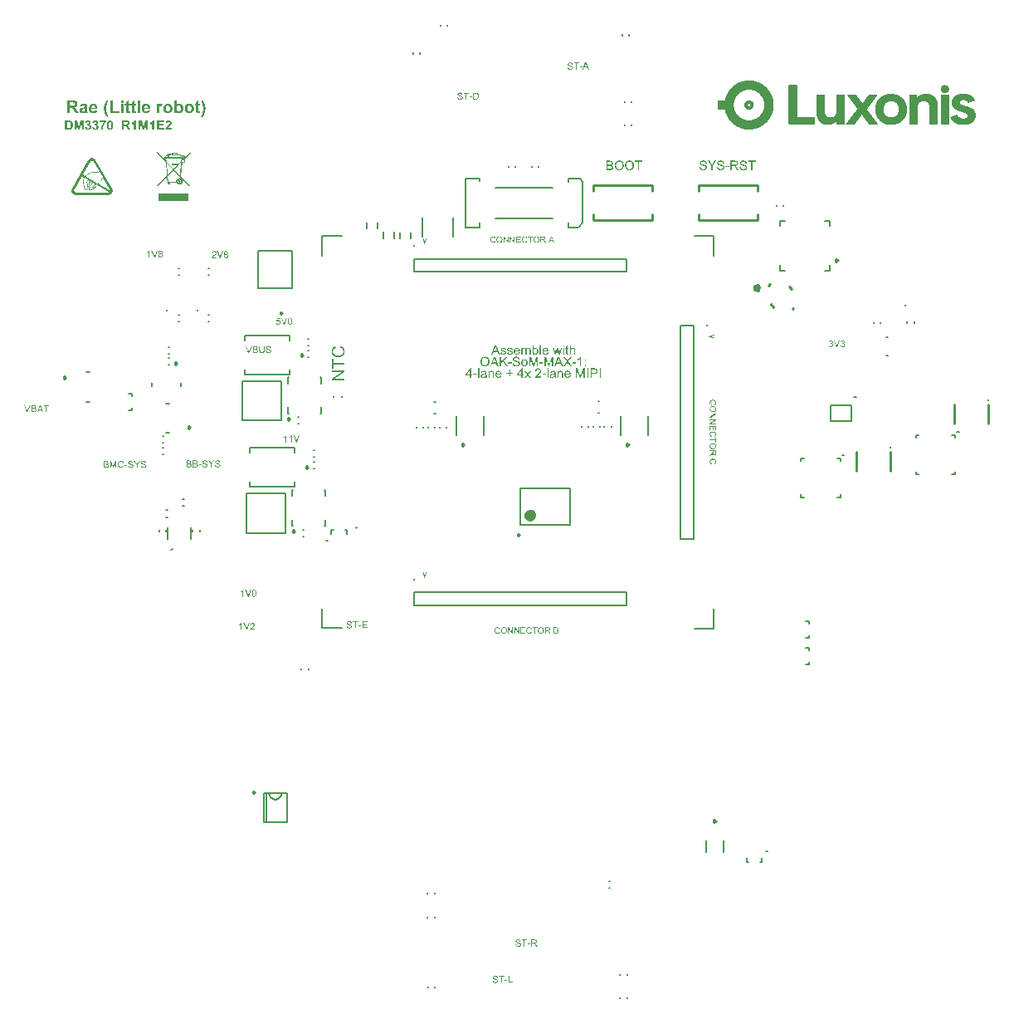
<source format=gto>
G04*
G04 #@! TF.GenerationSoftware,Altium Limited,Altium Designer,22.11.1 (43)*
G04*
G04 Layer_Color=65535*
%FSLAX44Y44*%
%MOMM*%
G71*
G04*
G04 #@! TF.SameCoordinates,26F5A4DF-9392-4FF3-A447-0E70128FBBFD*
G04*
G04*
G04 #@! TF.FilePolarity,Positive*
G04*
G01*
G75*
%ADD10C,0.2500*%
%ADD11C,0.4000*%
%ADD12C,0.2540*%
%ADD13C,0.6000*%
%ADD14C,0.2000*%
%ADD15C,0.1000*%
%ADD16C,0.1524*%
%ADD17C,0.2540*%
%ADD18C,0.1270*%
%ADD19C,0.1500*%
%ADD20C,0.1016*%
G36*
X429965Y432727D02*
X430514D01*
Y432617D01*
X430953D01*
Y432507D01*
X431173D01*
Y432397D01*
X431502D01*
Y432287D01*
X431612D01*
Y432178D01*
X431832D01*
Y432068D01*
X431942D01*
Y431958D01*
X432051D01*
Y431848D01*
X432271D01*
Y431738D01*
X432381D01*
Y431629D01*
X432491D01*
Y431519D01*
X432601D01*
Y431409D01*
X432710D01*
Y431299D01*
X432820D01*
Y431080D01*
X432930D01*
Y430970D01*
X433040D01*
Y430750D01*
X433149D01*
Y430640D01*
X433259D01*
Y430311D01*
X433369D01*
Y429981D01*
X433479D01*
Y429762D01*
X433589D01*
Y427676D01*
X433479D01*
Y427346D01*
X433369D01*
Y427017D01*
X433259D01*
Y426687D01*
X433149D01*
Y426577D01*
X433040D01*
Y426358D01*
X432930D01*
Y426248D01*
X432820D01*
Y426028D01*
X432710D01*
Y425919D01*
X432601D01*
Y425809D01*
X432491D01*
Y425699D01*
X432381D01*
Y425589D01*
X432271D01*
Y425479D01*
X432051D01*
Y425369D01*
X431942D01*
Y425260D01*
X431722D01*
Y425150D01*
X431612D01*
Y425040D01*
X431393D01*
Y424930D01*
X431173D01*
Y424820D01*
X430953D01*
Y424711D01*
X430404D01*
Y424601D01*
X429965D01*
Y424491D01*
X428867D01*
Y424601D01*
X428428D01*
Y424711D01*
X427879D01*
Y424820D01*
X427659D01*
Y424930D01*
X427439D01*
Y425040D01*
X427220D01*
Y425150D01*
X427000D01*
Y425260D01*
X426781D01*
Y425369D01*
X426671D01*
Y425479D01*
X426561D01*
Y425589D01*
X426451D01*
Y425699D01*
X426341D01*
Y425809D01*
X426232D01*
Y425919D01*
X426122D01*
Y426028D01*
X426012D01*
Y426138D01*
X425902D01*
Y426358D01*
X425792D01*
Y426468D01*
X425682D01*
Y426687D01*
X425573D01*
Y426907D01*
X425463D01*
Y427126D01*
X425353D01*
Y427566D01*
X425243D01*
Y427895D01*
X425134D01*
Y429432D01*
X425243D01*
Y429762D01*
X425353D01*
Y430201D01*
X425463D01*
Y430421D01*
X425573D01*
Y430640D01*
X425682D01*
Y430860D01*
X425792D01*
Y430970D01*
X425902D01*
Y431189D01*
X426012D01*
Y431299D01*
X426122D01*
Y431409D01*
X426232D01*
Y431519D01*
X426341D01*
Y431629D01*
X426451D01*
Y431738D01*
X426561D01*
Y431848D01*
X426671D01*
Y431958D01*
X426781D01*
Y432068D01*
X427000D01*
Y432178D01*
X427220D01*
Y432287D01*
X427330D01*
Y432397D01*
X427659D01*
Y432507D01*
X427879D01*
Y432617D01*
X428318D01*
Y432727D01*
X428867D01*
Y432836D01*
X429965D01*
Y432727D01*
D02*
G37*
G36*
X411737Y423832D02*
X412396D01*
Y423722D01*
X413274D01*
Y423613D01*
X413713D01*
Y423503D01*
X414043D01*
Y423393D01*
X414592D01*
Y423283D01*
X414812D01*
Y423173D01*
X415251D01*
Y423064D01*
X415360D01*
Y422954D01*
X415690D01*
Y422844D01*
X415910D01*
Y422734D01*
X416129D01*
Y422624D01*
X416459D01*
Y422514D01*
X416568D01*
Y422405D01*
X416788D01*
Y422295D01*
X417008D01*
Y422185D01*
X417118D01*
Y422075D01*
X417337D01*
Y421965D01*
X417447D01*
Y421856D01*
X417667D01*
Y421746D01*
X417776D01*
Y421636D01*
X417886D01*
Y421526D01*
X418106D01*
Y421416D01*
X418216D01*
Y421307D01*
X418325D01*
Y421197D01*
X418435D01*
Y421087D01*
X418655D01*
Y420977D01*
X418765D01*
Y420867D01*
X418874D01*
Y420757D01*
X418984D01*
Y420648D01*
X419094D01*
Y420538D01*
X419204D01*
Y420428D01*
X419314D01*
Y420209D01*
X419423D01*
Y420099D01*
X419533D01*
Y419989D01*
X419643D01*
Y419879D01*
X419753D01*
Y419769D01*
X419863D01*
Y419550D01*
X419972D01*
Y419440D01*
X420082D01*
Y419220D01*
X420192D01*
Y419110D01*
X420302D01*
Y419001D01*
X420412D01*
Y418781D01*
X420522D01*
Y418561D01*
X420631D01*
Y418342D01*
X420741D01*
Y418232D01*
X420851D01*
Y418012D01*
X420961D01*
Y417683D01*
X421071D01*
Y417573D01*
X421180D01*
Y417244D01*
X421290D01*
Y417024D01*
X421400D01*
Y416695D01*
X421510D01*
Y416365D01*
X421620D01*
Y416036D01*
X421729D01*
Y415597D01*
X421839D01*
Y415267D01*
X421949D01*
Y414498D01*
X422059D01*
Y413949D01*
X422169D01*
Y412742D01*
X422279D01*
Y398686D01*
Y398576D01*
Y393086D01*
X422169D01*
Y392866D01*
X413933D01*
Y392976D01*
X413823D01*
Y411094D01*
X413713D01*
Y411753D01*
X413604D01*
Y412192D01*
X413494D01*
Y412632D01*
X413384D01*
Y412851D01*
X413274D01*
Y413181D01*
X413164D01*
Y413400D01*
X413055D01*
Y413620D01*
X412945D01*
Y413730D01*
X412835D01*
Y413949D01*
X412725D01*
Y414169D01*
X412615D01*
Y414279D01*
X412505D01*
Y414389D01*
X412396D01*
Y414498D01*
X412286D01*
Y414608D01*
X412176D01*
Y414718D01*
X412066D01*
Y414828D01*
X411956D01*
Y414938D01*
X411847D01*
Y415047D01*
X411737D01*
Y415157D01*
X411627D01*
Y415267D01*
X411407D01*
Y415377D01*
X411298D01*
Y415487D01*
X411078D01*
Y415597D01*
X410858D01*
Y415706D01*
X410639D01*
Y415816D01*
X410309D01*
Y415926D01*
X410090D01*
Y416036D01*
X409650D01*
Y416146D01*
X409211D01*
Y416255D01*
X408552D01*
Y416365D01*
X407235D01*
Y416255D01*
X406466D01*
Y416146D01*
X406137D01*
Y416036D01*
X405588D01*
Y415926D01*
X405478D01*
Y415816D01*
X405148D01*
Y415706D01*
X404929D01*
Y415597D01*
X404709D01*
Y415487D01*
X404490D01*
Y415377D01*
X404380D01*
Y415267D01*
X404160D01*
Y415157D01*
X404050D01*
Y415047D01*
X403831D01*
Y414938D01*
X403721D01*
Y414828D01*
X403611D01*
Y414718D01*
X403501D01*
Y414608D01*
X403391D01*
Y414498D01*
X403282D01*
Y414389D01*
X403172D01*
Y414279D01*
X403062D01*
Y414169D01*
X402952D01*
Y413949D01*
X402842D01*
Y413840D01*
X402733D01*
Y413730D01*
X402623D01*
Y413510D01*
X402513D01*
Y413290D01*
X402403D01*
Y413071D01*
X402293D01*
Y412961D01*
X402183D01*
Y412632D01*
X402074D01*
Y412412D01*
X401964D01*
Y411753D01*
X401854D01*
Y411204D01*
X401744D01*
Y392976D01*
X401634D01*
Y392866D01*
X393399D01*
Y392976D01*
X393289D01*
Y423173D01*
X401305D01*
Y420648D01*
X401415D01*
Y420538D01*
X401525D01*
Y420648D01*
X401634D01*
Y420757D01*
X401744D01*
Y420867D01*
X401854D01*
Y420977D01*
X401964D01*
Y421087D01*
X402183D01*
Y421197D01*
X402293D01*
Y421307D01*
X402403D01*
Y421416D01*
X402513D01*
Y421526D01*
X402733D01*
Y421636D01*
X402842D01*
Y421746D01*
X402952D01*
Y421856D01*
X403172D01*
Y421965D01*
X403282D01*
Y422075D01*
X403611D01*
Y422185D01*
X403721D01*
Y422295D01*
X403940D01*
Y422405D01*
X404160D01*
Y422514D01*
X404270D01*
Y422624D01*
X404599D01*
Y422734D01*
X404819D01*
Y422844D01*
X405038D01*
Y422954D01*
X405368D01*
Y423064D01*
X405588D01*
Y423173D01*
X406027D01*
Y423283D01*
X406246D01*
Y423393D01*
X406686D01*
Y423503D01*
X407125D01*
Y423613D01*
X407564D01*
Y423722D01*
X408443D01*
Y423832D01*
X409101D01*
Y423942D01*
X411737D01*
Y423832D01*
D02*
G37*
G36*
X231761Y437448D02*
X232529D01*
Y437339D01*
X233737D01*
Y437229D01*
X234067D01*
Y437119D01*
X234945D01*
Y437009D01*
X235274D01*
Y436899D01*
X235714D01*
Y436790D01*
X236263D01*
Y436680D01*
X236482D01*
Y436570D01*
X237031D01*
Y436460D01*
X237251D01*
Y436350D01*
X237690D01*
Y436241D01*
X237910D01*
Y436131D01*
X238239D01*
Y436021D01*
X238569D01*
Y435911D01*
X238788D01*
Y435801D01*
X239118D01*
Y435691D01*
X239337D01*
Y435582D01*
X239557D01*
Y435472D01*
X239886D01*
Y435362D01*
X240106D01*
Y435252D01*
X240435D01*
Y435143D01*
X240545D01*
Y435033D01*
X240765D01*
Y434923D01*
X240984D01*
Y434813D01*
X241204D01*
Y434703D01*
X241534D01*
Y434593D01*
X241643D01*
Y434484D01*
X241863D01*
Y434374D01*
X242083D01*
Y434264D01*
X242192D01*
Y434154D01*
X242412D01*
Y434044D01*
X242631D01*
Y433935D01*
X242851D01*
Y433825D01*
X242961D01*
Y433715D01*
X243181D01*
Y433605D01*
X243290D01*
Y433495D01*
X243400D01*
Y433386D01*
X243620D01*
Y433276D01*
X243839D01*
Y433166D01*
X243949D01*
Y433056D01*
X244059D01*
Y432946D01*
X244279D01*
Y432836D01*
X244389D01*
Y432727D01*
X244498D01*
Y432617D01*
X244718D01*
Y432507D01*
X244828D01*
Y432397D01*
X245047D01*
Y432287D01*
X245157D01*
Y432178D01*
X245267D01*
Y432068D01*
X245377D01*
Y431958D01*
X245487D01*
Y431848D01*
X245706D01*
Y431738D01*
X245816D01*
Y431629D01*
X245926D01*
Y431519D01*
X246036D01*
Y431409D01*
X246145D01*
Y431299D01*
X246365D01*
Y431189D01*
X246475D01*
Y431080D01*
X246585D01*
Y430970D01*
X246695D01*
Y430860D01*
X246804D01*
Y430750D01*
X246914D01*
Y430640D01*
X247024D01*
Y430531D01*
X247134D01*
Y430421D01*
X247243D01*
Y430311D01*
X247353D01*
Y430201D01*
X247463D01*
Y430091D01*
X247573D01*
Y429981D01*
X247683D01*
Y429872D01*
X247792D01*
Y429762D01*
X247902D01*
Y429652D01*
X248012D01*
Y429542D01*
X248122D01*
Y429432D01*
X248232D01*
Y429323D01*
X248342D01*
Y429213D01*
X248451D01*
Y429103D01*
X248561D01*
Y428883D01*
X248671D01*
Y428774D01*
X248781D01*
Y428664D01*
X248891D01*
Y428554D01*
X249000D01*
Y428444D01*
X249110D01*
Y428224D01*
X249220D01*
Y428115D01*
X249330D01*
Y428005D01*
X249440D01*
Y427895D01*
X249550D01*
Y427676D01*
X249659D01*
Y427566D01*
X249769D01*
Y427456D01*
X249879D01*
Y427236D01*
X249989D01*
Y427126D01*
X250098D01*
Y426907D01*
X250208D01*
Y426797D01*
X250318D01*
Y426687D01*
X250428D01*
Y426468D01*
X250538D01*
Y426358D01*
X250648D01*
Y426138D01*
X250757D01*
Y425919D01*
X250867D01*
Y425809D01*
X250977D01*
Y425589D01*
X251087D01*
Y425479D01*
X251197D01*
Y425150D01*
X251306D01*
Y425040D01*
X251416D01*
Y424820D01*
X251526D01*
Y424601D01*
X251636D01*
Y424491D01*
X251746D01*
Y424271D01*
X251856D01*
Y424052D01*
X251965D01*
Y423832D01*
X252075D01*
Y423613D01*
X252185D01*
Y423393D01*
X252295D01*
Y423064D01*
X252404D01*
Y422954D01*
X252514D01*
Y422624D01*
X252624D01*
Y422405D01*
X252734D01*
Y422185D01*
X252844D01*
Y421856D01*
X252954D01*
Y421636D01*
X253063D01*
Y421307D01*
X253173D01*
Y421087D01*
X253283D01*
Y420648D01*
X253393D01*
Y420318D01*
X253503D01*
Y420099D01*
X253612D01*
Y419659D01*
X253722D01*
Y419330D01*
X253832D01*
Y418781D01*
X253942D01*
Y418451D01*
X254052D01*
Y418012D01*
X254161D01*
Y417463D01*
X254271D01*
Y417024D01*
X254381D01*
Y416036D01*
X254491D01*
Y415487D01*
X254601D01*
Y413949D01*
X254711D01*
Y411094D01*
X254601D01*
Y409557D01*
X254491D01*
Y409008D01*
X254381D01*
Y408020D01*
X254271D01*
Y407580D01*
X254161D01*
Y407031D01*
X254052D01*
Y406482D01*
X253942D01*
Y406153D01*
X253832D01*
Y405604D01*
X253722D01*
Y405384D01*
X253612D01*
Y404835D01*
X253503D01*
Y404616D01*
X253393D01*
Y404396D01*
X253283D01*
Y403957D01*
X253173D01*
Y403737D01*
X253063D01*
Y403298D01*
X252954D01*
Y403188D01*
X252844D01*
Y402859D01*
X252734D01*
Y402529D01*
X252624D01*
Y402420D01*
X252514D01*
Y402090D01*
X252404D01*
Y401870D01*
X252295D01*
Y401541D01*
X252185D01*
Y401431D01*
X252075D01*
Y401212D01*
X251965D01*
Y400882D01*
X251856D01*
Y400772D01*
X251746D01*
Y400443D01*
X251636D01*
Y400333D01*
X251526D01*
Y400113D01*
X251416D01*
Y399894D01*
X251306D01*
Y399784D01*
X251197D01*
Y399565D01*
X251087D01*
Y399455D01*
X250977D01*
Y399235D01*
X250867D01*
Y399015D01*
X250757D01*
Y398906D01*
X250648D01*
Y398686D01*
X250538D01*
Y398576D01*
X250428D01*
Y398357D01*
X250318D01*
Y398247D01*
X250208D01*
Y398027D01*
X250098D01*
Y397917D01*
X249989D01*
Y397808D01*
X249879D01*
Y397588D01*
X249769D01*
Y397478D01*
X249659D01*
Y397258D01*
X249550D01*
Y397149D01*
X249440D01*
Y397039D01*
X249330D01*
Y396819D01*
X249110D01*
Y396600D01*
X249000D01*
Y396490D01*
X248891D01*
Y396380D01*
X248781D01*
Y396160D01*
X248671D01*
Y396051D01*
X248561D01*
Y395941D01*
X248451D01*
Y395831D01*
X248342D01*
Y395721D01*
X248232D01*
Y395611D01*
X248122D01*
Y395502D01*
X248012D01*
Y395282D01*
X247792D01*
Y395062D01*
X247683D01*
Y394953D01*
X247573D01*
Y394843D01*
X247463D01*
Y394733D01*
X247353D01*
Y394623D01*
X247243D01*
Y394513D01*
X247024D01*
Y394294D01*
X246804D01*
Y394184D01*
X246695D01*
Y394074D01*
X246585D01*
Y393964D01*
X246475D01*
Y393854D01*
X246365D01*
Y393745D01*
X246255D01*
Y393635D01*
X246145D01*
Y393525D01*
X246036D01*
Y393415D01*
X245816D01*
Y393305D01*
X245706D01*
Y393196D01*
X245596D01*
Y393086D01*
X245487D01*
Y392976D01*
X245377D01*
Y392866D01*
X245157D01*
Y392756D01*
X245047D01*
Y392646D01*
X244937D01*
Y392537D01*
X244828D01*
Y392427D01*
X244608D01*
Y392317D01*
X244498D01*
Y392207D01*
X244389D01*
Y392098D01*
X244169D01*
Y391988D01*
X244059D01*
Y391878D01*
X243839D01*
Y391768D01*
X243730D01*
Y391658D01*
X243510D01*
Y391548D01*
X243400D01*
Y391439D01*
X243290D01*
Y391329D01*
X242961D01*
Y391219D01*
X242851D01*
Y391109D01*
X242631D01*
Y390999D01*
X242522D01*
Y390890D01*
X242302D01*
Y390780D01*
X242083D01*
Y390670D01*
X241973D01*
Y390560D01*
X241753D01*
Y390450D01*
X241534D01*
Y390340D01*
X241314D01*
Y390231D01*
X241094D01*
Y390121D01*
X240984D01*
Y390011D01*
X240655D01*
Y389901D01*
X240545D01*
Y389791D01*
X240216D01*
Y389682D01*
X239996D01*
Y389572D01*
X239776D01*
Y389462D01*
X239447D01*
Y389352D01*
X239228D01*
Y389242D01*
X238898D01*
Y389133D01*
X238678D01*
Y389023D01*
X238349D01*
Y388913D01*
X238020D01*
Y388803D01*
X237800D01*
Y388693D01*
X237361D01*
Y388584D01*
X237141D01*
Y388474D01*
X236702D01*
Y388364D01*
X236263D01*
Y388254D01*
X236043D01*
Y388144D01*
X235384D01*
Y388035D01*
X235055D01*
Y387925D01*
X234286D01*
Y387815D01*
X233847D01*
Y387705D01*
X233188D01*
Y387595D01*
X232090D01*
Y387486D01*
X231102D01*
Y387376D01*
X228137D01*
Y387486D01*
X227148D01*
Y387595D01*
X226050D01*
Y387705D01*
X225392D01*
Y387815D01*
X224952D01*
Y387925D01*
X224184D01*
Y388035D01*
X223854D01*
Y388144D01*
X223305D01*
Y388254D01*
X222976D01*
Y388364D01*
X222646D01*
Y388474D01*
X222207D01*
Y388584D01*
X221878D01*
Y388693D01*
X221439D01*
Y388803D01*
X221219D01*
Y388913D01*
X220889D01*
Y389023D01*
X220560D01*
Y389133D01*
X220450D01*
Y389242D01*
X220011D01*
Y389352D01*
X219791D01*
Y389462D01*
X219462D01*
Y389572D01*
X219352D01*
Y389682D01*
X219132D01*
Y389791D01*
X218803D01*
Y389901D01*
X218693D01*
Y390011D01*
X218364D01*
Y390121D01*
X218144D01*
Y390231D01*
X217925D01*
Y390340D01*
X217705D01*
Y390450D01*
X217595D01*
Y390560D01*
X217266D01*
Y390670D01*
X217156D01*
Y390780D01*
X216936D01*
Y390890D01*
X216826D01*
Y390999D01*
X216607D01*
Y391109D01*
X216387D01*
Y391219D01*
X216278D01*
Y391329D01*
X216058D01*
Y391439D01*
X215948D01*
Y391548D01*
X215728D01*
Y391658D01*
X215619D01*
Y391768D01*
X215399D01*
Y391878D01*
X215179D01*
Y392098D01*
X214960D01*
Y392207D01*
X214850D01*
Y392317D01*
X214630D01*
Y392427D01*
X214520D01*
Y392537D01*
X214411D01*
Y392646D01*
X214191D01*
Y392756D01*
X214081D01*
Y392866D01*
X213972D01*
Y392976D01*
X213862D01*
Y393086D01*
X213642D01*
Y393196D01*
X213532D01*
Y393305D01*
X213422D01*
Y393415D01*
X213313D01*
Y393525D01*
X213203D01*
Y393635D01*
X212983D01*
Y393745D01*
X212873D01*
Y393854D01*
X212764D01*
Y393964D01*
X212654D01*
Y394074D01*
X212544D01*
Y394184D01*
X212434D01*
Y394294D01*
X212324D01*
Y394403D01*
X212215D01*
Y394513D01*
X212105D01*
Y394623D01*
X211995D01*
Y394733D01*
X211885D01*
Y394843D01*
X211775D01*
Y394953D01*
X211665D01*
Y395062D01*
X211556D01*
Y395172D01*
X211446D01*
Y395282D01*
X211336D01*
Y395392D01*
X211226D01*
Y395502D01*
X211116D01*
Y395611D01*
X211007D01*
Y395721D01*
X210897D01*
Y395831D01*
X210787D01*
Y396051D01*
X210677D01*
Y396160D01*
X210567D01*
Y396270D01*
X210458D01*
Y396380D01*
X210348D01*
Y396490D01*
X210238D01*
Y396709D01*
X210128D01*
Y396819D01*
X210018D01*
Y396929D01*
X209909D01*
Y397039D01*
X209799D01*
Y397149D01*
X209689D01*
Y397368D01*
X209579D01*
Y397478D01*
X209469D01*
Y397698D01*
X209359D01*
Y397808D01*
X209250D01*
Y397917D01*
X209140D01*
Y398137D01*
X209030D01*
Y398247D01*
X208920D01*
Y398466D01*
X208811D01*
Y398576D01*
X208701D01*
Y398796D01*
X208591D01*
Y399015D01*
X208481D01*
Y399125D01*
X208371D01*
Y399345D01*
X208261D01*
Y399455D01*
X208152D01*
Y399674D01*
X208042D01*
Y399894D01*
X207932D01*
Y400004D01*
X207822D01*
Y400223D01*
X207712D01*
Y400443D01*
X207603D01*
Y400662D01*
X207493D01*
Y400882D01*
X207383D01*
Y400992D01*
X207273D01*
Y401321D01*
X207163D01*
Y401431D01*
X207054D01*
Y401761D01*
X206944D01*
Y401980D01*
X206834D01*
Y402200D01*
X206724D01*
Y402420D01*
X206614D01*
Y402639D01*
X206504D01*
Y402968D01*
X206395D01*
Y403188D01*
X206285D01*
Y403518D01*
X206175D01*
Y403847D01*
X206065D01*
Y404067D01*
X205956D01*
Y404506D01*
X205846D01*
Y404725D01*
X205736D01*
Y405165D01*
X205626D01*
Y405494D01*
X205516D01*
Y405824D01*
X205406D01*
Y406373D01*
X205297D01*
Y406592D01*
X205187D01*
Y407361D01*
X205077D01*
Y407580D01*
X204967D01*
Y407690D01*
X197610D01*
Y407800D01*
X197500D01*
Y417244D01*
X197610D01*
Y417354D01*
X197939D01*
Y417244D01*
X198049D01*
Y417354D01*
X204528D01*
Y417244D01*
X204748D01*
Y417354D01*
X205077D01*
Y417683D01*
X205187D01*
Y418342D01*
X205297D01*
Y418671D01*
X205406D01*
Y419220D01*
X205516D01*
Y419550D01*
X205626D01*
Y419879D01*
X205736D01*
Y420318D01*
X205846D01*
Y420538D01*
X205956D01*
Y420977D01*
X206065D01*
Y421197D01*
X206175D01*
Y421526D01*
X206285D01*
Y421746D01*
X206395D01*
Y421965D01*
X206504D01*
Y422405D01*
X206614D01*
Y422514D01*
X206724D01*
Y422844D01*
X206834D01*
Y423064D01*
X206944D01*
Y423283D01*
X207054D01*
Y423503D01*
X207163D01*
Y423722D01*
X207273D01*
Y423942D01*
X207383D01*
Y424162D01*
X207493D01*
Y424381D01*
X207603D01*
Y424601D01*
X207712D01*
Y424711D01*
X207822D01*
Y425040D01*
X207932D01*
Y425150D01*
X208042D01*
Y425369D01*
X208152D01*
Y425479D01*
X208261D01*
Y425699D01*
X208371D01*
Y425919D01*
X208481D01*
Y426028D01*
X208591D01*
Y426248D01*
X208701D01*
Y426358D01*
X208811D01*
Y426577D01*
X208920D01*
Y426687D01*
X209030D01*
Y426907D01*
X209140D01*
Y427017D01*
X209250D01*
Y427126D01*
X209359D01*
Y427346D01*
X209469D01*
Y427456D01*
X209579D01*
Y427566D01*
X209689D01*
Y427785D01*
X209799D01*
Y427895D01*
X209909D01*
Y428115D01*
X210018D01*
Y428224D01*
X210128D01*
Y428334D01*
X210238D01*
Y428444D01*
X210348D01*
Y428554D01*
X210458D01*
Y428774D01*
X210567D01*
Y428883D01*
X210677D01*
Y428993D01*
X210787D01*
Y429103D01*
X210897D01*
Y429213D01*
X211007D01*
Y429432D01*
X211226D01*
Y429652D01*
X211336D01*
Y429762D01*
X211446D01*
Y429872D01*
X211556D01*
Y429981D01*
X211665D01*
Y430091D01*
X211775D01*
Y430201D01*
X211885D01*
Y430311D01*
X211995D01*
Y430421D01*
X212105D01*
Y430531D01*
X212215D01*
Y430640D01*
X212324D01*
Y430750D01*
X212434D01*
Y430860D01*
X212544D01*
Y430970D01*
X212654D01*
Y431080D01*
X212873D01*
Y431189D01*
X212983D01*
Y431299D01*
X213093D01*
Y431409D01*
X213203D01*
Y431519D01*
X213313D01*
Y431629D01*
X213422D01*
Y431738D01*
X213642D01*
Y431848D01*
X213752D01*
Y431958D01*
X213862D01*
Y432068D01*
X213972D01*
Y432178D01*
X214081D01*
Y432287D01*
X214301D01*
Y432397D01*
X214411D01*
Y432507D01*
X214520D01*
Y432617D01*
X214740D01*
Y432727D01*
X214850D01*
Y432836D01*
X215070D01*
Y432946D01*
X215179D01*
Y433056D01*
X215289D01*
Y433166D01*
X215509D01*
Y433276D01*
X215619D01*
Y433386D01*
X215838D01*
Y433495D01*
X215948D01*
Y433605D01*
X216168D01*
Y433715D01*
X216387D01*
Y433825D01*
X216497D01*
Y433935D01*
X216717D01*
Y434044D01*
X216826D01*
Y434154D01*
X217046D01*
Y434264D01*
X217266D01*
Y434374D01*
X217376D01*
Y434484D01*
X217705D01*
Y434593D01*
X217815D01*
Y434703D01*
X218034D01*
Y434813D01*
X218254D01*
Y434923D01*
X218474D01*
Y435033D01*
X218693D01*
Y435143D01*
X218913D01*
Y435252D01*
X219242D01*
Y435362D01*
X219352D01*
Y435472D01*
X219682D01*
Y435582D01*
X219901D01*
Y435691D01*
X220121D01*
Y435801D01*
X220560D01*
Y435911D01*
X220670D01*
Y436021D01*
X221109D01*
Y436131D01*
X221329D01*
Y436241D01*
X221658D01*
Y436350D01*
X221987D01*
Y436460D01*
X222207D01*
Y436570D01*
X222756D01*
Y436680D01*
X223086D01*
Y436790D01*
X223635D01*
Y436899D01*
X223964D01*
Y437009D01*
X224403D01*
Y437119D01*
X225172D01*
Y437229D01*
X225611D01*
Y437339D01*
X226709D01*
Y437448D01*
X227478D01*
Y437558D01*
X231761D01*
Y437448D01*
D02*
G37*
G36*
X448523Y423832D02*
X450170D01*
Y423722D01*
X451378D01*
Y423613D01*
X451927D01*
Y423503D01*
X452476D01*
Y423393D01*
X453025D01*
Y423283D01*
X453245D01*
Y423173D01*
X453794D01*
Y423064D01*
X454013D01*
Y422954D01*
X454343D01*
Y422844D01*
X454672D01*
Y422734D01*
X454892D01*
Y422624D01*
X455221D01*
Y422514D01*
X455331D01*
Y422405D01*
X455660D01*
Y422295D01*
X455770D01*
Y422185D01*
X455990D01*
Y422075D01*
X456209D01*
Y421965D01*
X456319D01*
Y421856D01*
X456649D01*
Y421746D01*
X456758D01*
Y421636D01*
X456868D01*
Y421526D01*
X457088D01*
Y421416D01*
X457198D01*
Y421307D01*
X457307D01*
Y421197D01*
X457417D01*
Y421087D01*
X457637D01*
Y420977D01*
X457747D01*
Y420867D01*
X457856D01*
Y420757D01*
X457966D01*
Y420648D01*
X458076D01*
Y420538D01*
X458186D01*
Y420428D01*
X458296D01*
Y420318D01*
X458405D01*
Y420209D01*
X458515D01*
Y420099D01*
X458625D01*
Y419879D01*
X458735D01*
Y419769D01*
X458845D01*
Y419550D01*
X458955D01*
Y419440D01*
X459064D01*
Y419330D01*
X459174D01*
Y419110D01*
X459284D01*
Y419001D01*
X459394D01*
Y418671D01*
X459504D01*
Y418561D01*
X459613D01*
Y418232D01*
X459723D01*
Y418122D01*
X459833D01*
Y417902D01*
X459943D01*
Y417463D01*
X460053D01*
Y417134D01*
X459723D01*
Y417024D01*
X459504D01*
Y416914D01*
X459284D01*
Y416804D01*
X458955D01*
Y416695D01*
X458735D01*
Y416585D01*
X458296D01*
Y416475D01*
X458076D01*
Y416365D01*
X457747D01*
Y416255D01*
X457527D01*
Y416146D01*
X457307D01*
Y416036D01*
X456868D01*
Y415926D01*
X456758D01*
Y415816D01*
X456319D01*
Y415706D01*
X456100D01*
Y415597D01*
X455880D01*
Y415487D01*
X455441D01*
Y415377D01*
X455331D01*
Y415267D01*
X454892D01*
Y415157D01*
X454672D01*
Y415047D01*
X454343D01*
Y414938D01*
X454123D01*
Y414828D01*
X453903D01*
Y414718D01*
X453464D01*
Y414608D01*
X453245D01*
Y414498D01*
X452915D01*
Y414608D01*
X452805D01*
Y414938D01*
X452696D01*
Y415047D01*
X452586D01*
Y415267D01*
X452476D01*
Y415487D01*
X452366D01*
Y415597D01*
X452256D01*
Y415816D01*
X452146D01*
Y415926D01*
X452037D01*
Y416036D01*
X451927D01*
Y416146D01*
X451817D01*
Y416255D01*
X451707D01*
Y416365D01*
X451597D01*
Y416475D01*
X451488D01*
Y416585D01*
X451378D01*
Y416695D01*
X451268D01*
Y416804D01*
X451048D01*
Y416914D01*
X450829D01*
Y417024D01*
X450609D01*
Y417134D01*
X450280D01*
Y417244D01*
X450060D01*
Y417354D01*
X449511D01*
Y417463D01*
X448962D01*
Y417573D01*
X447864D01*
Y417463D01*
X447095D01*
Y417354D01*
X446546D01*
Y417244D01*
X446327D01*
Y417134D01*
X445997D01*
Y417024D01*
X445887D01*
Y416914D01*
X445668D01*
Y416804D01*
X445558D01*
Y416695D01*
X445448D01*
Y416585D01*
X445338D01*
Y416475D01*
X445229D01*
Y416365D01*
X445119D01*
Y416146D01*
X445009D01*
Y415926D01*
X444899D01*
Y415377D01*
X444789D01*
Y414938D01*
X444899D01*
Y414279D01*
X445009D01*
Y414169D01*
X445119D01*
Y413949D01*
X445229D01*
Y413840D01*
X445338D01*
Y413730D01*
X445448D01*
Y413620D01*
X445558D01*
Y413510D01*
X445668D01*
Y413400D01*
X445778D01*
Y413290D01*
X445887D01*
Y413181D01*
X446107D01*
Y413071D01*
X446327D01*
Y412961D01*
X446546D01*
Y412851D01*
X446766D01*
Y412742D01*
X446985D01*
Y412632D01*
X447315D01*
Y412522D01*
X447534D01*
Y412412D01*
X447864D01*
Y412302D01*
X448193D01*
Y412192D01*
X448523D01*
Y412083D01*
X448962D01*
Y411973D01*
X449291D01*
Y411863D01*
X449731D01*
Y411753D01*
X450060D01*
Y411643D01*
X450390D01*
Y411534D01*
X450938D01*
Y411424D01*
X451158D01*
Y411314D01*
X451707D01*
Y411204D01*
X451927D01*
Y411094D01*
X452476D01*
Y410985D01*
X452805D01*
Y410875D01*
X453025D01*
Y410765D01*
X453464D01*
Y410655D01*
X453684D01*
Y410545D01*
X454123D01*
Y410435D01*
X454343D01*
Y410326D01*
X454672D01*
Y410216D01*
X455001D01*
Y410106D01*
X455111D01*
Y409996D01*
X455441D01*
Y409887D01*
X455660D01*
Y409777D01*
X455880D01*
Y409667D01*
X456100D01*
Y409557D01*
X456319D01*
Y409447D01*
X456539D01*
Y409337D01*
X456649D01*
Y409228D01*
X456978D01*
Y409118D01*
X457088D01*
Y409008D01*
X457307D01*
Y408898D01*
X457417D01*
Y408788D01*
X457527D01*
Y408679D01*
X457747D01*
Y408569D01*
X457856D01*
Y408459D01*
X458076D01*
Y408349D01*
X458186D01*
Y408239D01*
X458296D01*
Y408130D01*
X458405D01*
Y408020D01*
X458515D01*
Y407910D01*
X458625D01*
Y407800D01*
X458735D01*
Y407690D01*
X458845D01*
Y407580D01*
X458955D01*
Y407471D01*
X459064D01*
Y407361D01*
X459174D01*
Y407251D01*
X459284D01*
Y407141D01*
X459394D01*
Y406922D01*
X459504D01*
Y406812D01*
X459613D01*
Y406592D01*
X459723D01*
Y406482D01*
X459833D01*
Y406263D01*
X459943D01*
Y406043D01*
X460053D01*
Y405933D01*
X460163D01*
Y405604D01*
X460272D01*
Y405494D01*
X460382D01*
Y405165D01*
X460492D01*
Y404835D01*
X460602D01*
Y404506D01*
X460712D01*
Y403957D01*
X460821D01*
Y403408D01*
X460931D01*
Y400553D01*
X460821D01*
Y400113D01*
X460712D01*
Y399455D01*
X460602D01*
Y399125D01*
X460492D01*
Y398796D01*
X460382D01*
Y398466D01*
X460272D01*
Y398247D01*
X460163D01*
Y397917D01*
X460053D01*
Y397808D01*
X459943D01*
Y397588D01*
X459833D01*
Y397368D01*
X459723D01*
Y397258D01*
X459613D01*
Y396929D01*
X459504D01*
Y396819D01*
X459394D01*
Y396709D01*
X459284D01*
Y396600D01*
X459174D01*
Y396380D01*
X459064D01*
Y396270D01*
X458955D01*
Y396160D01*
X458845D01*
Y396051D01*
X458735D01*
Y395941D01*
X458625D01*
Y395721D01*
X458515D01*
Y395611D01*
X458405D01*
Y395502D01*
X458296D01*
Y395392D01*
X458186D01*
Y395282D01*
X457966D01*
Y395172D01*
X457856D01*
Y395062D01*
X457747D01*
Y394953D01*
X457637D01*
Y394843D01*
X457527D01*
Y394733D01*
X457307D01*
Y394623D01*
X457198D01*
Y394513D01*
X456978D01*
Y394403D01*
X456868D01*
Y394294D01*
X456649D01*
Y394184D01*
X456429D01*
Y394074D01*
X456319D01*
Y393964D01*
X456100D01*
Y393854D01*
X455880D01*
Y393745D01*
X455660D01*
Y393635D01*
X455441D01*
Y393525D01*
X455221D01*
Y393415D01*
X454892D01*
Y393305D01*
X454672D01*
Y393196D01*
X454343D01*
Y393086D01*
X454013D01*
Y392976D01*
X453794D01*
Y392866D01*
X453245D01*
Y392756D01*
X452915D01*
Y392646D01*
X452366D01*
Y392537D01*
X451817D01*
Y392427D01*
X451268D01*
Y392317D01*
X449950D01*
Y392207D01*
X446546D01*
Y392317D01*
X445229D01*
Y392427D01*
X444570D01*
Y392537D01*
X444130D01*
Y392646D01*
X443472D01*
Y392756D01*
X443252D01*
Y392866D01*
X442703D01*
Y392976D01*
X442373D01*
Y393086D01*
X442044D01*
Y393196D01*
X441715D01*
Y393305D01*
X441495D01*
Y393415D01*
X441166D01*
Y393525D01*
X441056D01*
Y393635D01*
X440726D01*
Y393745D01*
X440507D01*
Y393854D01*
X440287D01*
Y393964D01*
X440067D01*
Y394074D01*
X439958D01*
Y394184D01*
X439628D01*
Y394294D01*
X439519D01*
Y394403D01*
X439299D01*
Y394513D01*
X439189D01*
Y394623D01*
X439079D01*
Y394733D01*
X438860D01*
Y394843D01*
X438750D01*
Y394953D01*
X438530D01*
Y395062D01*
X438420D01*
Y395172D01*
X438311D01*
Y395282D01*
X438091D01*
Y395502D01*
X437871D01*
Y395611D01*
X437761D01*
Y395721D01*
X437652D01*
Y395831D01*
X437542D01*
Y395941D01*
X437432D01*
Y396051D01*
X437322D01*
Y396160D01*
X437212D01*
Y396380D01*
X436993D01*
Y396600D01*
X436883D01*
Y396709D01*
X436773D01*
Y396819D01*
X436663D01*
Y397039D01*
X436554D01*
Y397149D01*
X436444D01*
Y397368D01*
X436334D01*
Y397478D01*
X436224D01*
Y397698D01*
X436114D01*
Y397808D01*
X436005D01*
Y398027D01*
X435895D01*
Y398247D01*
X435785D01*
Y398357D01*
X435675D01*
Y398686D01*
X435565D01*
Y398796D01*
X435456D01*
Y399125D01*
X435346D01*
Y399345D01*
X435236D01*
Y399565D01*
X435126D01*
Y400004D01*
X435016D01*
Y400113D01*
X435126D01*
Y400223D01*
X435346D01*
Y400333D01*
X435565D01*
Y400443D01*
X435785D01*
Y400553D01*
X436114D01*
Y400662D01*
X436334D01*
Y400772D01*
X436773D01*
Y400882D01*
X436883D01*
Y400992D01*
X437212D01*
Y401102D01*
X437542D01*
Y401212D01*
X437761D01*
Y401321D01*
X438201D01*
Y401431D01*
X438311D01*
Y401541D01*
X438750D01*
Y401651D01*
X438969D01*
Y401761D01*
X439189D01*
Y401870D01*
X439628D01*
Y401980D01*
X439738D01*
Y402090D01*
X440177D01*
Y402200D01*
X440397D01*
Y402310D01*
X440726D01*
Y402420D01*
X440946D01*
Y402529D01*
X441166D01*
Y402639D01*
X441605D01*
Y402749D01*
X441824D01*
Y402859D01*
X442264D01*
Y402420D01*
X442373D01*
Y402310D01*
X442483D01*
Y401980D01*
X442593D01*
Y401761D01*
X442703D01*
Y401541D01*
X442813D01*
Y401321D01*
X442923D01*
Y401212D01*
X443032D01*
Y401102D01*
X443142D01*
Y400992D01*
X443252D01*
Y400772D01*
X443362D01*
Y400662D01*
X443472D01*
Y400553D01*
X443581D01*
Y400443D01*
X443691D01*
Y400333D01*
X443801D01*
Y400223D01*
X444021D01*
Y400113D01*
X444130D01*
Y400004D01*
X444240D01*
Y399894D01*
X444350D01*
Y399784D01*
X444570D01*
Y399674D01*
X444789D01*
Y399565D01*
X444899D01*
Y399455D01*
X445229D01*
Y399345D01*
X445338D01*
Y399235D01*
X445778D01*
Y399125D01*
X446107D01*
Y399015D01*
X446436D01*
Y398906D01*
X447205D01*
Y398796D01*
X447864D01*
Y398686D01*
X449072D01*
Y398796D01*
X449731D01*
Y398906D01*
X450390D01*
Y399015D01*
X450609D01*
Y399125D01*
X450938D01*
Y399235D01*
X451158D01*
Y399345D01*
X451268D01*
Y399455D01*
X451488D01*
Y399565D01*
X451597D01*
Y399674D01*
X451817D01*
Y399784D01*
X451927D01*
Y400004D01*
X452037D01*
Y400113D01*
X452146D01*
Y400223D01*
X452256D01*
Y400553D01*
X452366D01*
Y400772D01*
X452476D01*
Y402200D01*
X452366D01*
Y402420D01*
X452256D01*
Y402639D01*
X452146D01*
Y402749D01*
X452037D01*
Y402968D01*
X451927D01*
Y403078D01*
X451817D01*
Y403188D01*
X451707D01*
Y403298D01*
X451597D01*
Y403408D01*
X451378D01*
Y403518D01*
X451268D01*
Y403627D01*
X451158D01*
Y403737D01*
X450938D01*
Y403847D01*
X450829D01*
Y403957D01*
X450499D01*
Y404067D01*
X450390D01*
Y404176D01*
X450060D01*
Y404286D01*
X449841D01*
Y404396D01*
X449621D01*
Y404506D01*
X449291D01*
Y404616D01*
X449072D01*
Y404725D01*
X448742D01*
Y404835D01*
X448413D01*
Y404945D01*
X448083D01*
Y405055D01*
X447754D01*
Y405165D01*
X447425D01*
Y405275D01*
X446985D01*
Y405384D01*
X446766D01*
Y405494D01*
X446217D01*
Y405604D01*
X445997D01*
Y405714D01*
X445668D01*
Y405824D01*
X445229D01*
Y405933D01*
X445009D01*
Y406043D01*
X444460D01*
Y406153D01*
X444240D01*
Y406263D01*
X443911D01*
Y406373D01*
X443581D01*
Y406482D01*
X443362D01*
Y406592D01*
X442923D01*
Y406702D01*
X442813D01*
Y406812D01*
X442373D01*
Y406922D01*
X442154D01*
Y407031D01*
X441934D01*
Y407141D01*
X441715D01*
Y407251D01*
X441495D01*
Y407361D01*
X441166D01*
Y407471D01*
X441056D01*
Y407580D01*
X440836D01*
Y407690D01*
X440616D01*
Y407800D01*
X440507D01*
Y407910D01*
X440177D01*
Y408020D01*
X440067D01*
Y408130D01*
X439958D01*
Y408239D01*
X439738D01*
Y408349D01*
X439628D01*
Y408459D01*
X439409D01*
Y408569D01*
X439299D01*
Y408679D01*
X439189D01*
Y408788D01*
X439079D01*
Y408898D01*
X438860D01*
Y409008D01*
X438750D01*
Y409118D01*
X438640D01*
Y409228D01*
X438530D01*
Y409337D01*
X438420D01*
Y409447D01*
X438311D01*
Y409557D01*
X438201D01*
Y409667D01*
X438091D01*
Y409887D01*
X437981D01*
Y409996D01*
X437871D01*
Y410106D01*
X437761D01*
Y410326D01*
X437652D01*
Y410435D01*
X437542D01*
Y410655D01*
X437432D01*
Y410765D01*
X437322D01*
Y410985D01*
X437212D01*
Y411204D01*
X437103D01*
Y411424D01*
X436993D01*
Y411753D01*
X436883D01*
Y411973D01*
X436773D01*
Y412302D01*
X436663D01*
Y412851D01*
X436554D01*
Y413290D01*
X436444D01*
Y416036D01*
X436554D01*
Y416475D01*
X436663D01*
Y417024D01*
X436773D01*
Y417463D01*
X436883D01*
Y417683D01*
X436993D01*
Y418012D01*
X437103D01*
Y418232D01*
X437212D01*
Y418561D01*
X437322D01*
Y418671D01*
X437432D01*
Y418891D01*
X437542D01*
Y419110D01*
X437652D01*
Y419220D01*
X437761D01*
Y419440D01*
X437871D01*
Y419550D01*
X437981D01*
Y419769D01*
X438091D01*
Y419879D01*
X438201D01*
Y419989D01*
X438311D01*
Y420209D01*
X438420D01*
Y420318D01*
X438530D01*
Y420428D01*
X438640D01*
Y420538D01*
X438750D01*
Y420648D01*
X438860D01*
Y420757D01*
X438969D01*
Y420867D01*
X439079D01*
Y420977D01*
X439189D01*
Y421087D01*
X439409D01*
Y421197D01*
X439519D01*
Y421307D01*
X439628D01*
Y421416D01*
X439738D01*
Y421526D01*
X439958D01*
Y421636D01*
X440067D01*
Y421746D01*
X440177D01*
Y421856D01*
X440507D01*
Y421965D01*
X440616D01*
Y422075D01*
X440836D01*
Y422185D01*
X440946D01*
Y422295D01*
X441166D01*
Y422405D01*
X441495D01*
Y422514D01*
X441605D01*
Y422624D01*
X441934D01*
Y422734D01*
X442154D01*
Y422844D01*
X442483D01*
Y422954D01*
X442813D01*
Y423064D01*
X443032D01*
Y423173D01*
X443581D01*
Y423283D01*
X443801D01*
Y423393D01*
X444460D01*
Y423503D01*
X444899D01*
Y423613D01*
X445448D01*
Y423722D01*
X446766D01*
Y423832D01*
X448303D01*
Y423942D01*
X448523D01*
Y423832D01*
D02*
G37*
G36*
X361005Y422954D02*
X360895D01*
Y422844D01*
X360786D01*
Y422734D01*
X360676D01*
Y422514D01*
X360566D01*
Y422405D01*
X360456D01*
Y422295D01*
X360346D01*
Y422075D01*
X360237D01*
Y421965D01*
X360127D01*
Y421856D01*
X360017D01*
Y421636D01*
X359907D01*
Y421526D01*
X359797D01*
Y421307D01*
X359688D01*
Y421197D01*
X359578D01*
Y421087D01*
X359468D01*
Y420867D01*
X359358D01*
Y420757D01*
X359248D01*
Y420648D01*
X359138D01*
Y420538D01*
X359029D01*
Y420318D01*
X358919D01*
Y420209D01*
X358809D01*
Y420099D01*
X358699D01*
Y419879D01*
X358590D01*
Y419769D01*
X358480D01*
Y419550D01*
X358370D01*
Y419440D01*
X358260D01*
Y419330D01*
X358150D01*
Y419110D01*
X358040D01*
Y419001D01*
X357931D01*
Y418781D01*
X357821D01*
Y418671D01*
X357711D01*
Y418561D01*
X357601D01*
Y418451D01*
X357491D01*
Y418232D01*
X357382D01*
Y418122D01*
X357272D01*
Y418012D01*
X357162D01*
Y417793D01*
X357052D01*
Y417683D01*
X356942D01*
Y417463D01*
X356833D01*
Y417354D01*
X356723D01*
Y417244D01*
X356613D01*
Y417024D01*
X356503D01*
Y416914D01*
X356393D01*
Y416804D01*
X356283D01*
Y416585D01*
X356174D01*
Y416475D01*
X356064D01*
Y416365D01*
X355954D01*
Y416255D01*
X355844D01*
Y416036D01*
X355734D01*
Y415926D01*
X355625D01*
Y415706D01*
X355515D01*
Y415597D01*
X355405D01*
Y415487D01*
X355295D01*
Y415267D01*
X355185D01*
Y415157D01*
X355076D01*
Y415047D01*
X354966D01*
Y414828D01*
X354856D01*
Y414718D01*
X354746D01*
Y414498D01*
X354636D01*
Y414389D01*
X354526D01*
Y414279D01*
X354417D01*
Y414169D01*
X354307D01*
Y413949D01*
X354197D01*
Y413840D01*
X354087D01*
Y413730D01*
X353978D01*
Y413510D01*
X353868D01*
Y413400D01*
X353758D01*
Y413181D01*
X353648D01*
Y413071D01*
X353538D01*
Y412961D01*
X353428D01*
Y412742D01*
X353319D01*
Y412632D01*
X353209D01*
Y412522D01*
X353099D01*
Y412412D01*
X352989D01*
Y412192D01*
X352879D01*
Y412083D01*
X352770D01*
Y411973D01*
X352660D01*
Y411753D01*
X352550D01*
Y411643D01*
X352440D01*
Y411424D01*
X352330D01*
Y411314D01*
X352221D01*
Y411204D01*
X352111D01*
Y410985D01*
X352001D01*
Y410875D01*
X351891D01*
Y410655D01*
X351781D01*
Y410545D01*
X351671D01*
Y410435D01*
X351562D01*
Y410326D01*
X351452D01*
Y410106D01*
X351342D01*
Y409996D01*
X351232D01*
Y409887D01*
X351123D01*
Y409667D01*
X351013D01*
Y409557D01*
X350903D01*
Y409447D01*
X350793D01*
Y409228D01*
X350683D01*
Y409118D01*
X350573D01*
Y408898D01*
X350464D01*
Y408788D01*
X350354D01*
Y408679D01*
X350244D01*
Y408459D01*
X350134D01*
Y408349D01*
X350024D01*
Y407910D01*
X350134D01*
Y407800D01*
X350244D01*
Y407580D01*
X350354D01*
Y407471D01*
X350464D01*
Y407361D01*
X350573D01*
Y407141D01*
X350683D01*
Y407031D01*
X350793D01*
Y406922D01*
X350903D01*
Y406702D01*
X351013D01*
Y406592D01*
X351123D01*
Y406373D01*
X351232D01*
Y406263D01*
X351342D01*
Y406153D01*
X351452D01*
Y406043D01*
X351562D01*
Y405824D01*
X351671D01*
Y405714D01*
X351781D01*
Y405604D01*
X351891D01*
Y405384D01*
X352001D01*
Y405275D01*
X352111D01*
Y405165D01*
X352221D01*
Y404945D01*
X352330D01*
Y404835D01*
X352440D01*
Y404725D01*
X352550D01*
Y404616D01*
X352660D01*
Y404396D01*
X352770D01*
Y404286D01*
X352879D01*
Y404067D01*
X352989D01*
Y403957D01*
X353099D01*
Y403847D01*
X353209D01*
Y403627D01*
X353319D01*
Y403518D01*
X353428D01*
Y403408D01*
X353538D01*
Y403188D01*
X353648D01*
Y403078D01*
X353758D01*
Y402968D01*
X353868D01*
Y402859D01*
X353978D01*
Y402639D01*
X354087D01*
Y402529D01*
X354197D01*
Y402310D01*
X354307D01*
Y402200D01*
X354417D01*
Y402090D01*
X354526D01*
Y401870D01*
X354636D01*
Y401761D01*
X354746D01*
Y401651D01*
X354856D01*
Y401431D01*
X354966D01*
Y401321D01*
X355076D01*
Y401102D01*
X355185D01*
Y400992D01*
X355295D01*
Y400882D01*
X355405D01*
Y400772D01*
X355515D01*
Y400553D01*
X355625D01*
Y400443D01*
X355734D01*
Y400333D01*
X355844D01*
Y400113D01*
X355954D01*
Y400004D01*
X356064D01*
Y399894D01*
X356174D01*
Y399674D01*
X356283D01*
Y399565D01*
X356393D01*
Y399455D01*
X356503D01*
Y399345D01*
X356613D01*
Y399125D01*
X356723D01*
Y399015D01*
X356833D01*
Y398796D01*
X356942D01*
Y398686D01*
X357052D01*
Y398576D01*
X357162D01*
Y398357D01*
X357272D01*
Y398247D01*
X357382D01*
Y398137D01*
X357491D01*
Y397917D01*
X357601D01*
Y397808D01*
X357711D01*
Y397698D01*
X357821D01*
Y397588D01*
X357931D01*
Y397368D01*
X358040D01*
Y397258D01*
X358150D01*
Y397039D01*
X358260D01*
Y396929D01*
X358370D01*
Y396819D01*
X358480D01*
Y396600D01*
X358590D01*
Y396490D01*
X358699D01*
Y396380D01*
X358809D01*
Y396160D01*
X358919D01*
Y396051D01*
X359029D01*
Y395941D01*
X359138D01*
Y395721D01*
X359248D01*
Y395611D01*
X359358D01*
Y395502D01*
X359468D01*
Y395282D01*
X359578D01*
Y395172D01*
X359688D01*
Y395062D01*
X359797D01*
Y394843D01*
X359907D01*
Y394733D01*
X360017D01*
Y394623D01*
X360127D01*
Y394403D01*
X360237D01*
Y394294D01*
X360346D01*
Y394184D01*
X360456D01*
Y394074D01*
X360566D01*
Y393854D01*
X360676D01*
Y393745D01*
X360786D01*
Y393525D01*
X360895D01*
Y393415D01*
X361005D01*
Y393305D01*
X361115D01*
Y393086D01*
X361225D01*
Y392976D01*
X361115D01*
Y392866D01*
X352001D01*
Y392976D01*
X351891D01*
Y393086D01*
X351781D01*
Y393196D01*
X351671D01*
Y393415D01*
X351562D01*
Y393525D01*
X351452D01*
Y393635D01*
X351342D01*
Y393854D01*
X351232D01*
Y393964D01*
X351123D01*
Y394074D01*
X351013D01*
Y394184D01*
X350903D01*
Y394403D01*
X350793D01*
Y394513D01*
X350683D01*
Y394623D01*
X350573D01*
Y394843D01*
X350464D01*
Y394953D01*
X350354D01*
Y395172D01*
X350244D01*
Y395282D01*
X350134D01*
Y395392D01*
X350024D01*
Y395611D01*
X349915D01*
Y395721D01*
X349805D01*
Y395831D01*
X349695D01*
Y396051D01*
X349585D01*
Y396160D01*
X349475D01*
Y396270D01*
X349366D01*
Y396380D01*
X349256D01*
Y396600D01*
X349146D01*
Y396709D01*
X349036D01*
Y396819D01*
X348926D01*
Y397039D01*
X348816D01*
Y397149D01*
X348707D01*
Y397368D01*
X348597D01*
Y397478D01*
X348487D01*
Y397588D01*
X348377D01*
Y397698D01*
X348268D01*
Y397917D01*
X348158D01*
Y398027D01*
X348048D01*
Y398137D01*
X347938D01*
Y398357D01*
X347828D01*
Y398466D01*
X347718D01*
Y398576D01*
X347609D01*
Y398796D01*
X347499D01*
Y398906D01*
X347389D01*
Y399125D01*
X347279D01*
Y399235D01*
X347169D01*
Y399345D01*
X347060D01*
Y399455D01*
X346950D01*
Y399565D01*
X346840D01*
Y399784D01*
X346730D01*
Y399894D01*
X346620D01*
Y400113D01*
X346511D01*
Y400223D01*
X346401D01*
Y400333D01*
X346291D01*
Y400553D01*
X346181D01*
Y400662D01*
X346071D01*
Y400772D01*
X345961D01*
Y400882D01*
X345852D01*
Y401102D01*
X345742D01*
Y401212D01*
X345632D01*
Y401431D01*
X345522D01*
Y401541D01*
X345412D01*
Y401651D01*
X345303D01*
Y401870D01*
X345193D01*
Y401980D01*
X345083D01*
Y402090D01*
X344973D01*
Y402310D01*
X344754D01*
Y402420D01*
X344644D01*
Y402310D01*
X344534D01*
Y402200D01*
X344424D01*
Y401980D01*
X344314D01*
Y401870D01*
X344204D01*
Y401761D01*
X344095D01*
Y401541D01*
X343985D01*
Y401431D01*
X343875D01*
Y401321D01*
X343765D01*
Y401102D01*
X343656D01*
Y400992D01*
X343546D01*
Y400882D01*
X343436D01*
Y400662D01*
X343326D01*
Y400553D01*
X343216D01*
Y400443D01*
X343106D01*
Y400333D01*
X342997D01*
Y400113D01*
X342887D01*
Y400004D01*
X342777D01*
Y399894D01*
X342667D01*
Y399674D01*
X342557D01*
Y399565D01*
X342448D01*
Y399455D01*
X342338D01*
Y399235D01*
X342228D01*
Y399125D01*
X342118D01*
Y399015D01*
X342008D01*
Y398906D01*
X341899D01*
Y398686D01*
X341789D01*
Y398576D01*
X341679D01*
Y398466D01*
X341569D01*
Y398247D01*
X341459D01*
Y398137D01*
X341349D01*
Y398027D01*
X341240D01*
Y397917D01*
X341130D01*
Y397698D01*
X341020D01*
Y397588D01*
X340910D01*
Y397478D01*
X340801D01*
Y397258D01*
X340691D01*
Y397149D01*
X340581D01*
Y396929D01*
X340471D01*
Y396819D01*
X340361D01*
Y396709D01*
X340251D01*
Y396600D01*
X340142D01*
Y396490D01*
X340032D01*
Y396270D01*
X339922D01*
Y396160D01*
X339812D01*
Y395941D01*
X339702D01*
Y395831D01*
X339593D01*
Y395721D01*
X339483D01*
Y395502D01*
X339373D01*
Y395392D01*
X339263D01*
Y395282D01*
X339153D01*
Y395172D01*
X339044D01*
Y394953D01*
X338934D01*
Y394843D01*
X338824D01*
Y394733D01*
X338714D01*
Y394513D01*
X338604D01*
Y394403D01*
X338494D01*
Y394294D01*
X338385D01*
Y394184D01*
X338275D01*
Y393964D01*
X338165D01*
Y393854D01*
X338055D01*
Y393745D01*
X337946D01*
Y393525D01*
X337836D01*
Y393415D01*
X337726D01*
Y393305D01*
X337616D01*
Y393086D01*
X337506D01*
Y392976D01*
X337287D01*
Y392866D01*
X328502D01*
Y393196D01*
X328612D01*
Y393305D01*
X328722D01*
Y393415D01*
X328831D01*
Y393525D01*
X328941D01*
Y393745D01*
X329051D01*
Y393854D01*
X329161D01*
Y394074D01*
X329271D01*
Y394184D01*
X329380D01*
Y394294D01*
X329490D01*
Y394513D01*
X329600D01*
Y394623D01*
X329710D01*
Y394733D01*
X329820D01*
Y394953D01*
X329929D01*
Y395062D01*
X330039D01*
Y395172D01*
X330149D01*
Y395282D01*
X330259D01*
Y395502D01*
X330369D01*
Y395611D01*
X330478D01*
Y395721D01*
X330588D01*
Y395941D01*
X330698D01*
Y396051D01*
X330808D01*
Y396270D01*
X330918D01*
Y396380D01*
X331027D01*
Y396490D01*
X331137D01*
Y396600D01*
X331247D01*
Y396819D01*
X331357D01*
Y396929D01*
X331467D01*
Y397039D01*
X331577D01*
Y397258D01*
X331686D01*
Y397368D01*
X331796D01*
Y397478D01*
X331906D01*
Y397698D01*
X332016D01*
Y397808D01*
X332126D01*
Y397917D01*
X332235D01*
Y398137D01*
X332345D01*
Y398247D01*
X332455D01*
Y398357D01*
X332565D01*
Y398466D01*
X332675D01*
Y398686D01*
X332784D01*
Y398796D01*
X332894D01*
Y399015D01*
X333004D01*
Y399125D01*
X333114D01*
Y399235D01*
X333224D01*
Y399455D01*
X333334D01*
Y399565D01*
X333443D01*
Y399674D01*
X333553D01*
Y399784D01*
X333663D01*
Y400004D01*
X333773D01*
Y400113D01*
X333882D01*
Y400223D01*
X333992D01*
Y400443D01*
X334102D01*
Y400553D01*
X334212D01*
Y400662D01*
X334322D01*
Y400882D01*
X334432D01*
Y400992D01*
X334541D01*
Y401102D01*
X334651D01*
Y401321D01*
X334761D01*
Y401431D01*
X334871D01*
Y401541D01*
X334981D01*
Y401761D01*
X335090D01*
Y401870D01*
X335200D01*
Y401980D01*
X335310D01*
Y402200D01*
X335420D01*
Y402310D01*
X335530D01*
Y402420D01*
X335639D01*
Y402639D01*
X335749D01*
Y402749D01*
X335859D01*
Y402859D01*
X335969D01*
Y402968D01*
X336079D01*
Y403188D01*
X336189D01*
Y403298D01*
X336298D01*
Y403518D01*
X336408D01*
Y403627D01*
X336518D01*
Y403737D01*
X336628D01*
Y403957D01*
X336738D01*
Y404067D01*
X336847D01*
Y404176D01*
X336957D01*
Y404286D01*
X337067D01*
Y404506D01*
X337177D01*
Y404616D01*
X337287D01*
Y404725D01*
X337396D01*
Y404945D01*
X337506D01*
Y405055D01*
X337616D01*
Y405165D01*
X337726D01*
Y405384D01*
X337836D01*
Y405494D01*
X337946D01*
Y405714D01*
X338055D01*
Y405824D01*
X338165D01*
Y405933D01*
X338275D01*
Y406043D01*
X338385D01*
Y406263D01*
X338494D01*
Y406373D01*
X338604D01*
Y406482D01*
X338714D01*
Y406702D01*
X338824D01*
Y406812D01*
X338934D01*
Y406922D01*
X339044D01*
Y407141D01*
X339153D01*
Y407251D01*
X339263D01*
Y407361D01*
X339373D01*
Y407471D01*
X339483D01*
Y407690D01*
X339593D01*
Y407800D01*
X339702D01*
Y408020D01*
X339812D01*
Y408130D01*
X339922D01*
Y408239D01*
X340032D01*
Y408459D01*
X340142D01*
Y408679D01*
X340032D01*
Y408898D01*
X339922D01*
Y409008D01*
X339812D01*
Y409118D01*
X339702D01*
Y409228D01*
X339593D01*
Y409447D01*
X339483D01*
Y409557D01*
X339373D01*
Y409667D01*
X339263D01*
Y409887D01*
X339153D01*
Y409996D01*
X339044D01*
Y410106D01*
X338934D01*
Y410326D01*
X338824D01*
Y410435D01*
X338714D01*
Y410545D01*
X338604D01*
Y410765D01*
X338494D01*
Y410875D01*
X338385D01*
Y410985D01*
X338275D01*
Y411094D01*
X338165D01*
Y411314D01*
X338055D01*
Y411424D01*
X337946D01*
Y411643D01*
X337836D01*
Y411753D01*
X337726D01*
Y411863D01*
X337616D01*
Y412083D01*
X337506D01*
Y412192D01*
X337396D01*
Y412302D01*
X337287D01*
Y412412D01*
X337177D01*
Y412632D01*
X337067D01*
Y412742D01*
X336957D01*
Y412961D01*
X336847D01*
Y413071D01*
X336738D01*
Y413181D01*
X336628D01*
Y413400D01*
X336518D01*
Y413510D01*
X336408D01*
Y413620D01*
X336298D01*
Y413840D01*
X336189D01*
Y413949D01*
X336079D01*
Y414059D01*
X335969D01*
Y414169D01*
X335859D01*
Y414389D01*
X335749D01*
Y414498D01*
X335639D01*
Y414608D01*
X335530D01*
Y414828D01*
X335420D01*
Y414938D01*
X335310D01*
Y415157D01*
X335200D01*
Y415267D01*
X335090D01*
Y415377D01*
X334981D01*
Y415597D01*
X334871D01*
Y415706D01*
X334761D01*
Y415816D01*
X334651D01*
Y415926D01*
X334541D01*
Y416146D01*
X334432D01*
Y416255D01*
X334322D01*
Y416365D01*
X334212D01*
Y416585D01*
X334102D01*
Y416695D01*
X333992D01*
Y416914D01*
X333882D01*
Y417024D01*
X333773D01*
Y417134D01*
X333663D01*
Y417354D01*
X333553D01*
Y417463D01*
X333443D01*
Y417573D01*
X333334D01*
Y417683D01*
X333224D01*
Y417902D01*
X333114D01*
Y418012D01*
X333004D01*
Y418122D01*
X332894D01*
Y418342D01*
X332784D01*
Y418451D01*
X332675D01*
Y418671D01*
X332565D01*
Y418781D01*
X332455D01*
Y418891D01*
X332345D01*
Y419110D01*
X332235D01*
Y419220D01*
X332126D01*
Y419330D01*
X332016D01*
Y419440D01*
X331906D01*
Y419659D01*
X331796D01*
Y419769D01*
X331686D01*
Y419879D01*
X331577D01*
Y420099D01*
X331467D01*
Y420209D01*
X331357D01*
Y420428D01*
X331247D01*
Y420538D01*
X331137D01*
Y420648D01*
X331027D01*
Y420757D01*
X330918D01*
Y420867D01*
X330808D01*
Y421087D01*
X330698D01*
Y421197D01*
X330588D01*
Y421416D01*
X330478D01*
Y421526D01*
X330369D01*
Y421636D01*
X330259D01*
Y421856D01*
X330149D01*
Y421965D01*
X330039D01*
Y422075D01*
X329929D01*
Y422295D01*
X329820D01*
Y422405D01*
X329710D01*
Y422624D01*
X329600D01*
Y422734D01*
X329490D01*
Y422844D01*
X329380D01*
Y422954D01*
X329271D01*
Y423173D01*
X338604D01*
Y423064D01*
X338714D01*
Y422954D01*
X338824D01*
Y422844D01*
X338934D01*
Y422734D01*
X339044D01*
Y422514D01*
X339153D01*
Y422405D01*
X339263D01*
Y422185D01*
X339373D01*
Y422075D01*
X339483D01*
Y421965D01*
X339593D01*
Y421856D01*
X339702D01*
Y421636D01*
X339812D01*
Y421526D01*
X339922D01*
Y421416D01*
X340032D01*
Y421197D01*
X340142D01*
Y421087D01*
X340251D01*
Y420867D01*
X340361D01*
Y420757D01*
X340471D01*
Y420648D01*
X340581D01*
Y420428D01*
X340691D01*
Y420318D01*
X340801D01*
Y420209D01*
X340910D01*
Y420099D01*
X341020D01*
Y419879D01*
X341130D01*
Y419769D01*
X341240D01*
Y419659D01*
X341349D01*
Y419440D01*
X341459D01*
Y419330D01*
X341569D01*
Y419110D01*
X341679D01*
Y419001D01*
X341789D01*
Y418891D01*
X341899D01*
Y418671D01*
X342008D01*
Y418561D01*
X342118D01*
Y418451D01*
X342228D01*
Y418342D01*
X342338D01*
Y418122D01*
X342448D01*
Y418012D01*
X342557D01*
Y417902D01*
X342667D01*
Y417683D01*
X342777D01*
Y417573D01*
X342887D01*
Y417463D01*
X342997D01*
Y417244D01*
X343106D01*
Y417134D01*
X343216D01*
Y416914D01*
X343326D01*
Y416804D01*
X343436D01*
Y416695D01*
X343546D01*
Y416585D01*
X343656D01*
Y416365D01*
X343765D01*
Y416255D01*
X343875D01*
Y416146D01*
X343985D01*
Y415926D01*
X344095D01*
Y415816D01*
X344204D01*
Y415597D01*
X344314D01*
Y415487D01*
X344424D01*
Y415377D01*
X344534D01*
Y415267D01*
X344644D01*
Y415047D01*
X344754D01*
Y414938D01*
X344863D01*
Y414828D01*
X344973D01*
Y414608D01*
X345083D01*
Y414498D01*
X345193D01*
Y414389D01*
X345303D01*
Y414279D01*
X345522D01*
Y414498D01*
X345632D01*
Y414608D01*
X345742D01*
Y414718D01*
X345852D01*
Y414938D01*
X345961D01*
Y415047D01*
X346071D01*
Y415267D01*
X346181D01*
Y415377D01*
X346291D01*
Y415487D01*
X346401D01*
Y415706D01*
X346511D01*
Y415816D01*
X346620D01*
Y415926D01*
X346730D01*
Y416036D01*
X346840D01*
Y416255D01*
X346950D01*
Y416365D01*
X347060D01*
Y416475D01*
X347169D01*
Y416695D01*
X347279D01*
Y416804D01*
X347389D01*
Y417024D01*
X347499D01*
Y417134D01*
X347609D01*
Y417244D01*
X347718D01*
Y417463D01*
X347828D01*
Y417573D01*
X347938D01*
Y417683D01*
X348048D01*
Y417902D01*
X348158D01*
Y418012D01*
X348268D01*
Y418122D01*
X348377D01*
Y418232D01*
X348487D01*
Y418451D01*
X348597D01*
Y418561D01*
X348707D01*
Y418781D01*
X348816D01*
Y418891D01*
X348926D01*
Y419001D01*
X349036D01*
Y419220D01*
X349146D01*
Y419330D01*
X349256D01*
Y419440D01*
X349366D01*
Y419659D01*
X349475D01*
Y419769D01*
X349585D01*
Y419879D01*
X349695D01*
Y420099D01*
X349805D01*
Y420209D01*
X349915D01*
Y420318D01*
X350024D01*
Y420538D01*
X350134D01*
Y420648D01*
X350244D01*
Y420757D01*
X350354D01*
Y420977D01*
X350464D01*
Y421087D01*
X350573D01*
Y421307D01*
X350683D01*
Y421416D01*
X350793D01*
Y421526D01*
X350903D01*
Y421636D01*
X351013D01*
Y421856D01*
X351123D01*
Y421965D01*
X351232D01*
Y422075D01*
X351342D01*
Y422295D01*
X351452D01*
Y422405D01*
X351562D01*
Y422624D01*
X351671D01*
Y422734D01*
X351781D01*
Y422844D01*
X351891D01*
Y423064D01*
X352001D01*
Y423173D01*
X361005D01*
Y422954D01*
D02*
G37*
G36*
X327074Y392976D02*
X326965D01*
Y392866D01*
X319278D01*
Y392976D01*
X319168D01*
Y395611D01*
X318949D01*
Y395502D01*
X318729D01*
Y395392D01*
X318619D01*
Y395282D01*
X318509D01*
Y395172D01*
X318400D01*
Y395062D01*
X318290D01*
Y394953D01*
X318180D01*
Y394843D01*
X318070D01*
Y394733D01*
X317850D01*
Y394623D01*
X317741D01*
Y394513D01*
X317521D01*
Y394403D01*
X317411D01*
Y394294D01*
X317301D01*
Y394184D01*
X317082D01*
Y394074D01*
X316972D01*
Y393964D01*
X316752D01*
Y393854D01*
X316533D01*
Y393745D01*
X316313D01*
Y393635D01*
X316094D01*
Y393525D01*
X315984D01*
Y393415D01*
X315654D01*
Y393305D01*
X315435D01*
Y393196D01*
X315215D01*
Y393086D01*
X314886D01*
Y392976D01*
X314666D01*
Y392866D01*
X314227D01*
Y392756D01*
X314007D01*
Y392646D01*
X313458D01*
Y392537D01*
X313129D01*
Y392427D01*
X312580D01*
Y392317D01*
X311591D01*
Y392207D01*
X308846D01*
Y392317D01*
X307748D01*
Y392427D01*
X307309D01*
Y392537D01*
X306870D01*
Y392646D01*
X306320D01*
Y392756D01*
X306101D01*
Y392866D01*
X305662D01*
Y392976D01*
X305442D01*
Y393086D01*
X305113D01*
Y393196D01*
X304893D01*
Y393305D01*
X304673D01*
Y393415D01*
X304454D01*
Y393525D01*
X304234D01*
Y393635D01*
X304015D01*
Y393745D01*
X303905D01*
Y393854D01*
X303685D01*
Y393964D01*
X303465D01*
Y394074D01*
X303356D01*
Y394184D01*
X303136D01*
Y394294D01*
X303026D01*
Y394403D01*
X302917D01*
Y394513D01*
X302697D01*
Y394623D01*
X302587D01*
Y394733D01*
X302477D01*
Y394843D01*
X302367D01*
Y394953D01*
X302258D01*
Y395062D01*
X302148D01*
Y395172D01*
X302038D01*
Y395282D01*
X301818D01*
Y395502D01*
X301709D01*
Y395611D01*
X301599D01*
Y395721D01*
X301489D01*
Y395831D01*
X301379D01*
Y395941D01*
X301269D01*
Y396051D01*
X301159D01*
Y396160D01*
X301050D01*
Y396380D01*
X300940D01*
Y396490D01*
X300830D01*
Y396709D01*
X300720D01*
Y396819D01*
X300611D01*
Y396929D01*
X300501D01*
Y397258D01*
X300391D01*
Y397368D01*
X300281D01*
Y397588D01*
X300171D01*
Y397698D01*
X300061D01*
Y397917D01*
X299952D01*
Y398247D01*
X299842D01*
Y398357D01*
X299732D01*
Y398686D01*
X299622D01*
Y398906D01*
X299512D01*
Y399235D01*
X299403D01*
Y399565D01*
X299293D01*
Y399784D01*
X299183D01*
Y400333D01*
X299073D01*
Y400553D01*
X298963D01*
Y401212D01*
X298854D01*
Y401761D01*
X298744D01*
Y402529D01*
X298634D01*
Y423173D01*
X307089D01*
Y404396D01*
X307199D01*
Y403957D01*
X307309D01*
Y403518D01*
X307419D01*
Y403188D01*
X307528D01*
Y402968D01*
X307638D01*
Y402639D01*
X307748D01*
Y402529D01*
X307858D01*
Y402310D01*
X307968D01*
Y402090D01*
X308078D01*
Y401980D01*
X308187D01*
Y401761D01*
X308297D01*
Y401651D01*
X308407D01*
Y401541D01*
X308517D01*
Y401431D01*
X308626D01*
Y401321D01*
X308736D01*
Y401212D01*
X308846D01*
Y401102D01*
X308956D01*
Y400992D01*
X309176D01*
Y400882D01*
X309285D01*
Y400772D01*
X309395D01*
Y400662D01*
X309615D01*
Y400553D01*
X309834D01*
Y400443D01*
X309944D01*
Y400333D01*
X310164D01*
Y400223D01*
X310603D01*
Y400113D01*
X310713D01*
Y400004D01*
X311372D01*
Y399894D01*
X311811D01*
Y399784D01*
X313787D01*
Y399894D01*
X314227D01*
Y400004D01*
X314886D01*
Y400113D01*
X315105D01*
Y400223D01*
X315435D01*
Y400333D01*
X315654D01*
Y400443D01*
X315874D01*
Y400553D01*
X316094D01*
Y400662D01*
X316203D01*
Y400772D01*
X316423D01*
Y400882D01*
X316533D01*
Y400992D01*
X316643D01*
Y401102D01*
X316862D01*
Y401321D01*
X317082D01*
Y401541D01*
X317301D01*
Y401761D01*
X317411D01*
Y401870D01*
X317521D01*
Y401980D01*
X317631D01*
Y402200D01*
X317741D01*
Y402310D01*
X317850D01*
Y402529D01*
X317960D01*
Y402749D01*
X318070D01*
Y402968D01*
X318180D01*
Y403298D01*
X318290D01*
Y403518D01*
X318400D01*
Y404067D01*
X318509D01*
Y404725D01*
X318619D01*
Y422954D01*
Y423064D01*
Y423173D01*
X327074D01*
Y392976D01*
D02*
G37*
G36*
X433589D02*
X433479D01*
Y392866D01*
X425243D01*
Y392976D01*
X425134D01*
Y402529D01*
Y402639D01*
Y423173D01*
X433589D01*
Y392976D01*
D02*
G37*
G36*
X278539Y432727D02*
X278649D01*
Y400553D01*
X296767D01*
Y400443D01*
X296877D01*
Y392976D01*
X296767D01*
Y392866D01*
X270303D01*
Y392976D01*
X270194D01*
Y393086D01*
X270084D01*
Y432617D01*
X270194D01*
Y432836D01*
X278539D01*
Y432727D01*
D02*
G37*
G36*
X374731Y423832D02*
X376269D01*
Y423722D01*
X377477D01*
Y423613D01*
X378026D01*
Y423503D01*
X378465D01*
Y423393D01*
X379124D01*
Y423283D01*
X379453D01*
Y423173D01*
X379892D01*
Y423064D01*
X380222D01*
Y422954D01*
X380551D01*
Y422844D01*
X380881D01*
Y422734D01*
X381100D01*
Y422624D01*
X381430D01*
Y422514D01*
X381649D01*
Y422405D01*
X381979D01*
Y422295D01*
X382198D01*
Y422185D01*
X382308D01*
Y422075D01*
X382638D01*
Y421965D01*
X382747D01*
Y421856D01*
X383077D01*
Y421746D01*
X383187D01*
Y421636D01*
X383406D01*
Y421526D01*
X383626D01*
Y421416D01*
X383736D01*
Y421307D01*
X383955D01*
Y421197D01*
X384065D01*
Y421087D01*
X384285D01*
Y420977D01*
X384394D01*
Y420867D01*
X384614D01*
Y420757D01*
X384724D01*
Y420648D01*
X384834D01*
Y420538D01*
X385053D01*
Y420428D01*
X385163D01*
Y420318D01*
X385273D01*
Y420209D01*
X385493D01*
Y420099D01*
X385602D01*
Y419989D01*
X385712D01*
Y419879D01*
X385822D01*
Y419769D01*
X385932D01*
Y419659D01*
X386042D01*
Y419550D01*
X386151D01*
Y419440D01*
X386371D01*
Y419220D01*
X386591D01*
Y419001D01*
X386701D01*
Y418891D01*
X386810D01*
Y418781D01*
X386920D01*
Y418671D01*
X387030D01*
Y418561D01*
X387140D01*
Y418451D01*
X387249D01*
Y418342D01*
X387359D01*
Y418232D01*
X387469D01*
Y418012D01*
X387579D01*
Y417902D01*
X387689D01*
Y417793D01*
X387799D01*
Y417573D01*
X387908D01*
Y417463D01*
X388018D01*
Y417354D01*
X388128D01*
Y417244D01*
X388238D01*
Y417024D01*
X388348D01*
Y416804D01*
X388457D01*
Y416695D01*
X388567D01*
Y416475D01*
X388677D01*
Y416365D01*
X388787D01*
Y416146D01*
X388897D01*
Y415926D01*
X389007D01*
Y415706D01*
X389116D01*
Y415487D01*
X389226D01*
Y415377D01*
X389336D01*
Y415047D01*
X389446D01*
Y414938D01*
X389556D01*
Y414498D01*
X389665D01*
Y414389D01*
X389775D01*
Y414059D01*
X389885D01*
Y413730D01*
X389995D01*
Y413510D01*
X390104D01*
Y413071D01*
X390214D01*
Y412851D01*
X390324D01*
Y412302D01*
X390434D01*
Y411973D01*
X390544D01*
Y411534D01*
X390654D01*
Y410765D01*
X390763D01*
Y410216D01*
X390873D01*
Y405824D01*
X390763D01*
Y405275D01*
X390654D01*
Y404506D01*
X390544D01*
Y404067D01*
X390434D01*
Y403737D01*
X390324D01*
Y403188D01*
X390214D01*
Y402968D01*
X390104D01*
Y402529D01*
X389995D01*
Y402310D01*
X389885D01*
Y401980D01*
X389775D01*
Y401651D01*
X389665D01*
Y401541D01*
X389556D01*
Y401212D01*
X389446D01*
Y400992D01*
X389336D01*
Y400772D01*
X389226D01*
Y400553D01*
X389116D01*
Y400333D01*
X389007D01*
Y400113D01*
X388897D01*
Y400004D01*
X388787D01*
Y399784D01*
X388677D01*
Y399565D01*
X388567D01*
Y399455D01*
X388457D01*
Y399235D01*
X388348D01*
Y399125D01*
X388238D01*
Y398906D01*
X388128D01*
Y398796D01*
X388018D01*
Y398576D01*
X387908D01*
Y398466D01*
X387799D01*
Y398357D01*
X387689D01*
Y398137D01*
X387579D01*
Y398027D01*
X387469D01*
Y397917D01*
X387359D01*
Y397808D01*
X387249D01*
Y397588D01*
X387140D01*
Y397478D01*
X387030D01*
Y397368D01*
X386920D01*
Y397258D01*
X386810D01*
Y397149D01*
X386701D01*
Y397039D01*
X386591D01*
Y396929D01*
X386481D01*
Y396819D01*
X386371D01*
Y396709D01*
X386261D01*
Y396600D01*
X386151D01*
Y396490D01*
X386042D01*
Y396380D01*
X385932D01*
Y396270D01*
X385822D01*
Y396160D01*
X385712D01*
Y396051D01*
X385493D01*
Y395941D01*
X385383D01*
Y395831D01*
X385273D01*
Y395721D01*
X385163D01*
Y395611D01*
X385053D01*
Y395502D01*
X384834D01*
Y395392D01*
X384724D01*
Y395282D01*
X384504D01*
Y395172D01*
X384394D01*
Y395062D01*
X384285D01*
Y394953D01*
X384065D01*
Y394843D01*
X383955D01*
Y394733D01*
X383736D01*
Y394623D01*
X383516D01*
Y394513D01*
X383406D01*
Y394403D01*
X383187D01*
Y394294D01*
X382967D01*
Y394184D01*
X382747D01*
Y394074D01*
X382638D01*
Y393964D01*
X382308D01*
Y393854D01*
X382089D01*
Y393745D01*
X381869D01*
Y393635D01*
X381539D01*
Y393525D01*
X381430D01*
Y393415D01*
X380990D01*
Y393305D01*
X380771D01*
Y393196D01*
X380551D01*
Y393086D01*
X380112D01*
Y392976D01*
X379892D01*
Y392866D01*
X379343D01*
Y392756D01*
X379014D01*
Y392646D01*
X378465D01*
Y392537D01*
X378026D01*
Y392427D01*
X377367D01*
Y392317D01*
X376159D01*
Y392207D01*
X372974D01*
Y392317D01*
X371767D01*
Y392427D01*
X371217D01*
Y392537D01*
X370778D01*
Y392646D01*
X370119D01*
Y392756D01*
X369790D01*
Y392866D01*
X369241D01*
Y392976D01*
X369021D01*
Y393086D01*
X368692D01*
Y393196D01*
X368362D01*
Y393305D01*
X368143D01*
Y393415D01*
X367704D01*
Y393525D01*
X367594D01*
Y393635D01*
X367264D01*
Y393745D01*
X367045D01*
Y393854D01*
X366825D01*
Y393964D01*
X366605D01*
Y394074D01*
X366386D01*
Y394184D01*
X366166D01*
Y394294D01*
X366056D01*
Y394403D01*
X365837D01*
Y394513D01*
X365617D01*
Y394623D01*
X365507D01*
Y394733D01*
X365288D01*
Y394843D01*
X365068D01*
Y394953D01*
X364958D01*
Y395062D01*
X364739D01*
Y395172D01*
X364629D01*
Y395282D01*
X364409D01*
Y395392D01*
X364300D01*
Y395502D01*
X364190D01*
Y395611D01*
X364080D01*
Y395721D01*
X363860D01*
Y395831D01*
X363750D01*
Y395941D01*
X363641D01*
Y396051D01*
X363531D01*
Y396160D01*
X363421D01*
Y396270D01*
X363311D01*
Y396380D01*
X363201D01*
Y396490D01*
X362982D01*
Y396600D01*
X362872D01*
Y396709D01*
X362762D01*
Y396819D01*
X362652D01*
Y396929D01*
X362543D01*
Y397039D01*
X362433D01*
Y397258D01*
X362323D01*
Y397368D01*
X362213D01*
Y397478D01*
X362103D01*
Y397588D01*
X361993D01*
Y397698D01*
X361884D01*
Y397808D01*
X361774D01*
Y397917D01*
X361664D01*
Y398137D01*
X361554D01*
Y398247D01*
X361445D01*
Y398357D01*
X361335D01*
Y398576D01*
X361225D01*
Y398686D01*
X361115D01*
Y398796D01*
X361005D01*
Y399015D01*
X360895D01*
Y399125D01*
X360786D01*
Y399345D01*
X360676D01*
Y399455D01*
X360566D01*
Y399674D01*
X360456D01*
Y399784D01*
X360346D01*
Y400113D01*
X360237D01*
Y400223D01*
X360127D01*
Y400443D01*
X360017D01*
Y400662D01*
X359907D01*
Y400882D01*
X359797D01*
Y401102D01*
X359688D01*
Y401321D01*
X359578D01*
Y401651D01*
X359468D01*
Y401870D01*
X359358D01*
Y402090D01*
X359248D01*
Y402529D01*
X359138D01*
Y402749D01*
X359029D01*
Y403188D01*
X358919D01*
Y403518D01*
X358809D01*
Y403847D01*
X358699D01*
Y404396D01*
X358590D01*
Y404835D01*
X358480D01*
Y405714D01*
X358370D01*
Y406482D01*
X358260D01*
Y409557D01*
X358370D01*
Y410326D01*
X358480D01*
Y411314D01*
X358590D01*
Y411643D01*
X358699D01*
Y412192D01*
X358809D01*
Y412522D01*
X358919D01*
Y412961D01*
X359029D01*
Y413290D01*
X359138D01*
Y413620D01*
X359248D01*
Y413949D01*
X359358D01*
Y414169D01*
X359468D01*
Y414498D01*
X359578D01*
Y414718D01*
X359688D01*
Y414938D01*
X359797D01*
Y415267D01*
X359907D01*
Y415377D01*
X360017D01*
Y415706D01*
X360127D01*
Y415816D01*
X360237D01*
Y416036D01*
X360346D01*
Y416255D01*
X360456D01*
Y416365D01*
X360566D01*
Y416585D01*
X360676D01*
Y416804D01*
X360786D01*
Y416914D01*
X360895D01*
Y417134D01*
X361005D01*
Y417244D01*
X361115D01*
Y417463D01*
X361225D01*
Y417573D01*
X361335D01*
Y417683D01*
X361445D01*
Y417902D01*
X361554D01*
Y418012D01*
X361664D01*
Y418122D01*
X361774D01*
Y418232D01*
X361884D01*
Y418342D01*
X361993D01*
Y418451D01*
X362103D01*
Y418671D01*
X362213D01*
Y418781D01*
X362323D01*
Y418891D01*
X362433D01*
Y419001D01*
X362543D01*
Y419110D01*
X362652D01*
Y419220D01*
X362762D01*
Y419330D01*
X362872D01*
Y419440D01*
X362982D01*
Y419550D01*
X363092D01*
Y419659D01*
X363201D01*
Y419769D01*
X363311D01*
Y419879D01*
X363421D01*
Y419989D01*
X363641D01*
Y420099D01*
X363750D01*
Y420209D01*
X363860D01*
Y420318D01*
X363970D01*
Y420428D01*
X364080D01*
Y420538D01*
X364300D01*
Y420648D01*
X364409D01*
Y420757D01*
X364629D01*
Y420867D01*
X364739D01*
Y420977D01*
X364849D01*
Y421087D01*
X365068D01*
Y421197D01*
X365178D01*
Y421307D01*
X365398D01*
Y421416D01*
X365617D01*
Y421526D01*
X365727D01*
Y421636D01*
X365947D01*
Y421746D01*
X366166D01*
Y421856D01*
X366386D01*
Y421965D01*
X366496D01*
Y422075D01*
X366825D01*
Y422185D01*
X367045D01*
Y422295D01*
X367155D01*
Y422405D01*
X367594D01*
Y422514D01*
X367704D01*
Y422624D01*
X368033D01*
Y422734D01*
X368362D01*
Y422844D01*
X368582D01*
Y422954D01*
X369021D01*
Y423064D01*
X369241D01*
Y423173D01*
X369790D01*
Y423283D01*
X370119D01*
Y423393D01*
X370668D01*
Y423503D01*
X371108D01*
Y423613D01*
X371657D01*
Y423722D01*
X372865D01*
Y423832D01*
X374512D01*
Y423942D01*
X374731D01*
Y423832D01*
D02*
G37*
G36*
X-408847Y414915D02*
X-411296D01*
Y417181D01*
X-408847D01*
Y414915D01*
D02*
G37*
G36*
X-369923Y413849D02*
X-369723Y413815D01*
X-369473Y413749D01*
X-369190Y413666D01*
X-368907Y413549D01*
X-368607Y413399D01*
X-369373Y411249D01*
X-369407Y411266D01*
X-369473Y411316D01*
X-369590Y411383D01*
X-369740Y411466D01*
X-369923Y411533D01*
X-370123Y411599D01*
X-370323Y411649D01*
X-370523Y411666D01*
X-370606D01*
X-370706Y411649D01*
X-370840Y411633D01*
X-370973Y411599D01*
X-371123Y411533D01*
X-371273Y411466D01*
X-371423Y411366D01*
X-371440Y411349D01*
X-371473Y411316D01*
X-371539Y411233D01*
X-371623Y411133D01*
X-371706Y410983D01*
X-371806Y410816D01*
X-371889Y410600D01*
X-371973Y410333D01*
Y410300D01*
X-371989Y410250D01*
X-372006Y410183D01*
X-372023Y410083D01*
X-372039Y409983D01*
X-372056Y409833D01*
X-372073Y409666D01*
X-372089Y409483D01*
X-372106Y409250D01*
X-372123Y409000D01*
X-372139Y408717D01*
X-372156Y408400D01*
Y408050D01*
X-372173Y407667D01*
Y407234D01*
Y404368D01*
X-374622D01*
Y413649D01*
X-372339D01*
Y412332D01*
X-372306Y412349D01*
X-372289Y412399D01*
X-372239Y412466D01*
X-372123Y412632D01*
X-371989Y412816D01*
X-371823Y413032D01*
X-371656Y413232D01*
X-371473Y413416D01*
X-371289Y413549D01*
X-371273Y413565D01*
X-371206Y413599D01*
X-371106Y413649D01*
X-370990Y413716D01*
X-370823Y413765D01*
X-370656Y413815D01*
X-370456Y413849D01*
X-370240Y413865D01*
X-370090D01*
X-369923Y413849D01*
D02*
G37*
G36*
X-391951Y404368D02*
X-394400D01*
Y417181D01*
X-391951D01*
Y404368D01*
D02*
G37*
G36*
X-408847Y404368D02*
X-411296D01*
Y413649D01*
X-408847D01*
Y404368D01*
D02*
G37*
G36*
X-419561Y406534D02*
X-413129D01*
Y404368D01*
X-422143D01*
Y417081D01*
X-419561D01*
Y406534D01*
D02*
G37*
G36*
X-449036Y413849D02*
X-448870D01*
X-448703Y413832D01*
X-448503Y413815D01*
X-448120Y413765D01*
X-447703Y413699D01*
X-447320Y413599D01*
X-447153Y413532D01*
X-446987Y413465D01*
X-446970D01*
X-446954Y413449D01*
X-446853Y413399D01*
X-446720Y413316D01*
X-446537Y413199D01*
X-446354Y413066D01*
X-446170Y412882D01*
X-446004Y412699D01*
X-445854Y412482D01*
X-445837Y412449D01*
X-445804Y412366D01*
X-445770Y412299D01*
X-445754Y412216D01*
X-445720Y412099D01*
X-445687Y411983D01*
X-445654Y411849D01*
X-445620Y411683D01*
X-445604Y411499D01*
X-445570Y411299D01*
X-445554Y411083D01*
X-445537Y410833D01*
X-445521Y410566D01*
Y410283D01*
X-445554Y407417D01*
Y407400D01*
Y407367D01*
Y407300D01*
Y407217D01*
Y407117D01*
Y407001D01*
X-445537Y406734D01*
X-445521Y406434D01*
X-445504Y406134D01*
X-445471Y405851D01*
X-445437Y405601D01*
Y405568D01*
X-445420Y405501D01*
X-445387Y405384D01*
X-445337Y405234D01*
X-445271Y405051D01*
X-445204Y404834D01*
X-445104Y404601D01*
X-444987Y404368D01*
X-447420D01*
Y404384D01*
X-447437Y404418D01*
X-447453Y404468D01*
X-447487Y404551D01*
X-447520Y404651D01*
X-447570Y404768D01*
X-447620Y404918D01*
X-447670Y405084D01*
Y405101D01*
Y405118D01*
X-447703Y405201D01*
X-447720Y405301D01*
X-447753Y405368D01*
X-447787Y405334D01*
X-447870Y405268D01*
X-447987Y405151D01*
X-448153Y405018D01*
X-448353Y404868D01*
X-448586Y404718D01*
X-448836Y404585D01*
X-449103Y404451D01*
X-449136Y404435D01*
X-449220Y404401D01*
X-449370Y404351D01*
X-449553Y404301D01*
X-449786Y404251D01*
X-450036Y404201D01*
X-450319Y404168D01*
X-450619Y404151D01*
X-450752D01*
X-450853Y404168D01*
X-450969D01*
X-451119Y404185D01*
X-451436Y404251D01*
X-451802Y404334D01*
X-452186Y404468D01*
X-452552Y404668D01*
X-452719Y404784D01*
X-452885Y404918D01*
X-452902Y404934D01*
X-452919Y404951D01*
X-452952Y405001D01*
X-453019Y405051D01*
X-453135Y405234D01*
X-453285Y405451D01*
X-453435Y405734D01*
X-453568Y406084D01*
X-453668Y406467D01*
X-453685Y406667D01*
X-453702Y406884D01*
Y406900D01*
Y406917D01*
Y407017D01*
X-453685Y407167D01*
X-453652Y407350D01*
X-453618Y407567D01*
X-453552Y407800D01*
X-453452Y408050D01*
X-453335Y408284D01*
X-453318Y408317D01*
X-453269Y408383D01*
X-453185Y408500D01*
X-453052Y408633D01*
X-452902Y408783D01*
X-452735Y408933D01*
X-452519Y409083D01*
X-452285Y409217D01*
X-452252Y409233D01*
X-452152Y409267D01*
X-452002Y409333D01*
X-451786Y409417D01*
X-451502Y409500D01*
X-451169Y409600D01*
X-450786Y409700D01*
X-450336Y409783D01*
X-450319D01*
X-450253Y409800D01*
X-450169Y409817D01*
X-450053Y409833D01*
X-449919Y409866D01*
X-449753Y409900D01*
X-449386Y409983D01*
X-448986Y410083D01*
X-448586Y410183D01*
X-448403Y410233D01*
X-448237Y410300D01*
X-448070Y410350D01*
X-447937Y410400D01*
Y410633D01*
Y410650D01*
Y410666D01*
Y410750D01*
X-447953Y410883D01*
X-447987Y411033D01*
X-448020Y411216D01*
X-448087Y411383D01*
X-448186Y411533D01*
X-448303Y411666D01*
X-448320Y411683D01*
X-448370Y411716D01*
X-448470Y411766D01*
X-448603Y411833D01*
X-448770Y411883D01*
X-449003Y411933D01*
X-449286Y411966D01*
X-449619Y411983D01*
X-449736D01*
X-449853Y411966D01*
X-450003Y411949D01*
X-450169Y411916D01*
X-450336Y411866D01*
X-450503Y411799D01*
X-450653Y411716D01*
X-450669Y411699D01*
X-450719Y411666D01*
X-450786Y411599D01*
X-450869Y411499D01*
X-450952Y411383D01*
X-451052Y411216D01*
X-451152Y411033D01*
X-451236Y410799D01*
X-453452Y411199D01*
Y411216D01*
X-453435Y411266D01*
X-453419Y411333D01*
X-453385Y411416D01*
X-453335Y411533D01*
X-453285Y411666D01*
X-453152Y411949D01*
X-452985Y412282D01*
X-452752Y412616D01*
X-452485Y412932D01*
X-452169Y413199D01*
X-452152D01*
X-452119Y413232D01*
X-452069Y413266D01*
X-452002Y413299D01*
X-451902Y413349D01*
X-451786Y413415D01*
X-451636Y413465D01*
X-451486Y413532D01*
X-451302Y413599D01*
X-451102Y413649D01*
X-450869Y413716D01*
X-450636Y413765D01*
X-450369Y413799D01*
X-450069Y413832D01*
X-449769Y413865D01*
X-449170D01*
X-449036Y413849D01*
D02*
G37*
G36*
X-460017Y417165D02*
X-459817D01*
X-459600Y417148D01*
X-459367Y417131D01*
X-458884Y417098D01*
X-458384Y417031D01*
X-458151Y416998D01*
X-457917Y416948D01*
X-457717Y416898D01*
X-457534Y416831D01*
X-457517D01*
X-457484Y416815D01*
X-457451Y416798D01*
X-457384Y416765D01*
X-457201Y416681D01*
X-457001Y416548D01*
X-456751Y416381D01*
X-456501Y416165D01*
X-456268Y415898D01*
X-456035Y415598D01*
Y415582D01*
X-456018Y415565D01*
X-455984Y415515D01*
X-455951Y415448D01*
X-455901Y415365D01*
X-455851Y415265D01*
X-455751Y415015D01*
X-455651Y414715D01*
X-455551Y414382D01*
X-455485Y413999D01*
X-455468Y413582D01*
Y413565D01*
Y413516D01*
Y413449D01*
X-455485Y413349D01*
X-455501Y413216D01*
X-455518Y413082D01*
X-455535Y412916D01*
X-455568Y412749D01*
X-455668Y412366D01*
X-455818Y411966D01*
X-455918Y411766D01*
X-456035Y411566D01*
X-456168Y411383D01*
X-456318Y411199D01*
X-456334Y411183D01*
X-456351Y411166D01*
X-456401Y411116D01*
X-456484Y411049D01*
X-456568Y410983D01*
X-456668Y410900D01*
X-456801Y410799D01*
X-456951Y410700D01*
X-457118Y410600D01*
X-457318Y410500D01*
X-457517Y410400D01*
X-457751Y410300D01*
X-458001Y410216D01*
X-458267Y410133D01*
X-458550Y410066D01*
X-458867Y410016D01*
X-458850D01*
X-458834Y410000D01*
X-458717Y409933D01*
X-458567Y409833D01*
X-458367Y409700D01*
X-458151Y409533D01*
X-457917Y409350D01*
X-457701Y409150D01*
X-457484Y408933D01*
X-457451Y408900D01*
X-457384Y408817D01*
X-457267Y408667D01*
X-457184Y408567D01*
X-457084Y408450D01*
X-456984Y408317D01*
X-456884Y408167D01*
X-456751Y408000D01*
X-456618Y407817D01*
X-456484Y407617D01*
X-456334Y407384D01*
X-456168Y407134D01*
X-456001Y406867D01*
X-454435Y404368D01*
X-457534D01*
X-459400Y407150D01*
X-459417Y407167D01*
X-459450Y407217D01*
X-459500Y407284D01*
X-459567Y407384D01*
X-459650Y407517D01*
X-459734Y407650D01*
X-459950Y407950D01*
X-460167Y408267D01*
X-460400Y408583D01*
X-460500Y408717D01*
X-460600Y408850D01*
X-460683Y408950D01*
X-460767Y409033D01*
X-460783Y409050D01*
X-460833Y409100D01*
X-460900Y409167D01*
X-461000Y409250D01*
X-461116Y409333D01*
X-461250Y409417D01*
X-461400Y409500D01*
X-461550Y409566D01*
X-461566D01*
X-461633Y409583D01*
X-461716Y409617D01*
X-461866Y409650D01*
X-462050Y409666D01*
X-462266Y409700D01*
X-462533Y409716D01*
X-463366D01*
Y404368D01*
X-465949D01*
Y417181D01*
X-460183D01*
X-460017Y417165D01*
D02*
G37*
G36*
X-332200Y413649D02*
X-330517D01*
Y411699D01*
X-332200D01*
Y407934D01*
Y407917D01*
Y407884D01*
Y407834D01*
Y407750D01*
Y407567D01*
Y407350D01*
X-332183Y407117D01*
Y406901D01*
Y406717D01*
X-332166Y406651D01*
Y406601D01*
X-332150Y406567D01*
X-332116Y406501D01*
X-332050Y406401D01*
X-331950Y406301D01*
X-331933D01*
X-331916Y406284D01*
X-331833Y406251D01*
X-331683Y406201D01*
X-331516Y406184D01*
X-331450D01*
X-331383Y406201D01*
X-331266Y406217D01*
X-331133Y406234D01*
X-330966Y406284D01*
X-330767Y406334D01*
X-330533Y406417D01*
X-330317Y404501D01*
X-330333D01*
X-330350Y404484D01*
X-330400Y404468D01*
X-330467Y404451D01*
X-330650Y404384D01*
X-330883Y404334D01*
X-331166Y404268D01*
X-331500Y404201D01*
X-331866Y404168D01*
X-332266Y404151D01*
X-332383D01*
X-332500Y404168D01*
X-332649Y404185D01*
X-332833Y404201D01*
X-333033Y404251D01*
X-333249Y404301D01*
X-333449Y404368D01*
X-333466Y404384D01*
X-333532Y404401D01*
X-333633Y404451D01*
X-333749Y404518D01*
X-333999Y404701D01*
X-334132Y404818D01*
X-334232Y404934D01*
X-334249Y404951D01*
X-334266Y405001D01*
X-334316Y405084D01*
X-334366Y405201D01*
X-334432Y405334D01*
X-334482Y405501D01*
X-334532Y405684D01*
X-334582Y405901D01*
Y405918D01*
X-334599Y405984D01*
Y406101D01*
X-334616Y406284D01*
X-334632Y406517D01*
Y406651D01*
Y406817D01*
X-334649Y406984D01*
Y407184D01*
Y407400D01*
Y407634D01*
Y411699D01*
X-335782D01*
Y413649D01*
X-334649D01*
Y415498D01*
X-332200Y416948D01*
Y413649D01*
D02*
G37*
G36*
X-341297Y413849D02*
X-341147D01*
X-340964Y413815D01*
X-340764Y413799D01*
X-340531Y413749D01*
X-340264Y413699D01*
X-339997Y413615D01*
X-339714Y413532D01*
X-339431Y413416D01*
X-339148Y413282D01*
X-338848Y413132D01*
X-338565Y412932D01*
X-338298Y412732D01*
X-338031Y412482D01*
X-338015Y412466D01*
X-337965Y412416D01*
X-337898Y412349D01*
X-337815Y412233D01*
X-337715Y412099D01*
X-337598Y411933D01*
X-337481Y411749D01*
X-337348Y411533D01*
X-337232Y411299D01*
X-337115Y411033D01*
X-336998Y410750D01*
X-336898Y410450D01*
X-336798Y410133D01*
X-336732Y409783D01*
X-336698Y409417D01*
X-336682Y409033D01*
Y409017D01*
Y408933D01*
X-336698Y408833D01*
Y408683D01*
X-336715Y408500D01*
X-336748Y408284D01*
X-336798Y408050D01*
X-336848Y407800D01*
X-336932Y407534D01*
X-337015Y407251D01*
X-337132Y406967D01*
X-337265Y406667D01*
X-337415Y406367D01*
X-337598Y406084D01*
X-337815Y405801D01*
X-338048Y405534D01*
X-338065Y405518D01*
X-338115Y405468D01*
X-338181Y405401D01*
X-338298Y405318D01*
X-338431Y405218D01*
X-338581Y405101D01*
X-338781Y404968D01*
X-338981Y404851D01*
X-339231Y404718D01*
X-339481Y404585D01*
X-339764Y404468D01*
X-340064Y404368D01*
X-340381Y404285D01*
X-340731Y404218D01*
X-341081Y404168D01*
X-341464Y404151D01*
X-341597D01*
X-341680Y404168D01*
X-341797D01*
X-341930Y404185D01*
X-342080Y404201D01*
X-342247Y404218D01*
X-342630Y404285D01*
X-343030Y404384D01*
X-343480Y404534D01*
X-343913Y404718D01*
X-343930D01*
X-343963Y404751D01*
X-344030Y404784D01*
X-344096Y404834D01*
X-344197Y404884D01*
X-344313Y404968D01*
X-344563Y405151D01*
X-344846Y405384D01*
X-345130Y405684D01*
X-345413Y406017D01*
X-345663Y406417D01*
Y406434D01*
X-345696Y406467D01*
X-345713Y406534D01*
X-345763Y406617D01*
X-345796Y406734D01*
X-345846Y406851D01*
X-345913Y407001D01*
X-345963Y407184D01*
X-346013Y407367D01*
X-346079Y407567D01*
X-346129Y407800D01*
X-346163Y408034D01*
X-346229Y408550D01*
X-346263Y409133D01*
Y409150D01*
Y409183D01*
Y409250D01*
X-346246Y409350D01*
Y409450D01*
X-346229Y409583D01*
X-346213Y409733D01*
X-346179Y409883D01*
X-346113Y410250D01*
X-346013Y410650D01*
X-345863Y411066D01*
X-345663Y411499D01*
Y411516D01*
X-345629Y411549D01*
X-345596Y411616D01*
X-345546Y411683D01*
X-345496Y411783D01*
X-345413Y411899D01*
X-345229Y412149D01*
X-344980Y412433D01*
X-344696Y412716D01*
X-344346Y412999D01*
X-343963Y413249D01*
X-343946D01*
X-343913Y413282D01*
X-343847Y413299D01*
X-343763Y413349D01*
X-343663Y413399D01*
X-343530Y413449D01*
X-343397Y413499D01*
X-343230Y413565D01*
X-342864Y413666D01*
X-342447Y413765D01*
X-341997Y413832D01*
X-341497Y413865D01*
X-341397D01*
X-341297Y413849D01*
D02*
G37*
G36*
X-354277Y412566D02*
X-354261Y412582D01*
X-354227Y412616D01*
X-354161Y412682D01*
X-354077Y412766D01*
X-353961Y412866D01*
X-353844Y412982D01*
X-353694Y413099D01*
X-353511Y413216D01*
X-353327Y413332D01*
X-353128Y413449D01*
X-352661Y413666D01*
X-352411Y413749D01*
X-352161Y413815D01*
X-351878Y413849D01*
X-351595Y413865D01*
X-351428D01*
X-351311Y413849D01*
X-351161Y413832D01*
X-350995Y413799D01*
X-350811Y413765D01*
X-350611Y413716D01*
X-350395Y413649D01*
X-350162Y413565D01*
X-349928Y413465D01*
X-349695Y413349D01*
X-349445Y413199D01*
X-349212Y413032D01*
X-348995Y412849D01*
X-348779Y412632D01*
X-348762Y412616D01*
X-348729Y412582D01*
X-348679Y412499D01*
X-348595Y412399D01*
X-348512Y412282D01*
X-348429Y412116D01*
X-348329Y411933D01*
X-348212Y411733D01*
X-348112Y411499D01*
X-348012Y411233D01*
X-347929Y410933D01*
X-347829Y410616D01*
X-347762Y410283D01*
X-347712Y409916D01*
X-347679Y409517D01*
X-347662Y409100D01*
Y409067D01*
Y409000D01*
Y408867D01*
X-347679Y408700D01*
X-347696Y408517D01*
X-347729Y408284D01*
X-347762Y408017D01*
X-347795Y407750D01*
X-347946Y407150D01*
X-348029Y406851D01*
X-348145Y406551D01*
X-348262Y406251D01*
X-348429Y405967D01*
X-348595Y405684D01*
X-348795Y405434D01*
X-348812Y405418D01*
X-348845Y405384D01*
X-348912Y405318D01*
X-348995Y405234D01*
X-349112Y405134D01*
X-349245Y405034D01*
X-349395Y404918D01*
X-349562Y404801D01*
X-349762Y404668D01*
X-349962Y404551D01*
X-350195Y404451D01*
X-350428Y404351D01*
X-350695Y404268D01*
X-350961Y404201D01*
X-351245Y404168D01*
X-351545Y404151D01*
X-351678D01*
X-351844Y404168D01*
X-352044Y404201D01*
X-352278Y404251D01*
X-352544Y404318D01*
X-352828Y404418D01*
X-353128Y404551D01*
X-353161Y404568D01*
X-353261Y404635D01*
X-353394Y404718D01*
X-353577Y404851D01*
X-353777Y405018D01*
X-354011Y405218D01*
X-354227Y405451D01*
X-354444Y405718D01*
Y404368D01*
X-356727D01*
Y417181D01*
X-354277D01*
Y412566D01*
D02*
G37*
G36*
X-363158Y413849D02*
X-363008D01*
X-362825Y413815D01*
X-362625Y413799D01*
X-362392Y413749D01*
X-362125Y413699D01*
X-361859Y413615D01*
X-361575Y413532D01*
X-361292Y413416D01*
X-361009Y413282D01*
X-360709Y413132D01*
X-360426Y412932D01*
X-360159Y412732D01*
X-359892Y412482D01*
X-359876Y412466D01*
X-359826Y412416D01*
X-359759Y412349D01*
X-359676Y412233D01*
X-359576Y412099D01*
X-359459Y411933D01*
X-359343Y411749D01*
X-359209Y411533D01*
X-359093Y411299D01*
X-358976Y411033D01*
X-358859Y410750D01*
X-358759Y410450D01*
X-358659Y410133D01*
X-358593Y409783D01*
X-358559Y409417D01*
X-358543Y409033D01*
Y409017D01*
Y408933D01*
X-358559Y408833D01*
Y408683D01*
X-358576Y408500D01*
X-358609Y408284D01*
X-358659Y408050D01*
X-358709Y407800D01*
X-358793Y407534D01*
X-358876Y407251D01*
X-358993Y406967D01*
X-359126Y406667D01*
X-359276Y406367D01*
X-359459Y406084D01*
X-359676Y405801D01*
X-359909Y405534D01*
X-359926Y405518D01*
X-359976Y405468D01*
X-360042Y405401D01*
X-360159Y405318D01*
X-360292Y405218D01*
X-360442Y405101D01*
X-360642Y404968D01*
X-360842Y404851D01*
X-361092Y404718D01*
X-361342Y404585D01*
X-361625Y404468D01*
X-361925Y404368D01*
X-362242Y404285D01*
X-362592Y404218D01*
X-362942Y404168D01*
X-363325Y404151D01*
X-363458D01*
X-363541Y404168D01*
X-363658D01*
X-363791Y404185D01*
X-363941Y404201D01*
X-364108Y404218D01*
X-364491Y404285D01*
X-364891Y404384D01*
X-365341Y404534D01*
X-365774Y404718D01*
X-365791D01*
X-365824Y404751D01*
X-365891Y404784D01*
X-365958Y404834D01*
X-366058Y404884D01*
X-366174Y404968D01*
X-366424Y405151D01*
X-366707Y405384D01*
X-366991Y405684D01*
X-367274Y406017D01*
X-367524Y406417D01*
Y406434D01*
X-367557Y406467D01*
X-367574Y406534D01*
X-367624Y406617D01*
X-367657Y406734D01*
X-367707Y406851D01*
X-367774Y407001D01*
X-367824Y407184D01*
X-367874Y407367D01*
X-367940Y407567D01*
X-367990Y407800D01*
X-368024Y408034D01*
X-368090Y408550D01*
X-368124Y409133D01*
Y409150D01*
Y409183D01*
Y409250D01*
X-368107Y409350D01*
Y409450D01*
X-368090Y409583D01*
X-368074Y409733D01*
X-368040Y409883D01*
X-367974Y410250D01*
X-367874Y410650D01*
X-367724Y411066D01*
X-367524Y411499D01*
Y411516D01*
X-367491Y411549D01*
X-367457Y411616D01*
X-367407Y411683D01*
X-367357Y411783D01*
X-367274Y411899D01*
X-367091Y412149D01*
X-366841Y412433D01*
X-366557Y412716D01*
X-366208Y412999D01*
X-365824Y413249D01*
X-365808D01*
X-365774Y413282D01*
X-365708Y413299D01*
X-365624Y413349D01*
X-365524Y413399D01*
X-365391Y413449D01*
X-365258Y413499D01*
X-365091Y413565D01*
X-364725Y413666D01*
X-364308Y413765D01*
X-363858Y413832D01*
X-363358Y413865D01*
X-363258D01*
X-363158Y413849D01*
D02*
G37*
G36*
X-385703D02*
X-385552D01*
X-385386Y413815D01*
X-385186Y413799D01*
X-384969Y413749D01*
X-384719Y413699D01*
X-384469Y413615D01*
X-384203Y413532D01*
X-383920Y413416D01*
X-383653Y413282D01*
X-383386Y413132D01*
X-383120Y412932D01*
X-382870Y412732D01*
X-382637Y412482D01*
X-382620Y412466D01*
X-382587Y412416D01*
X-382520Y412332D01*
X-382453Y412233D01*
X-382353Y412083D01*
X-382253Y411899D01*
X-382153Y411699D01*
X-382037Y411449D01*
X-381937Y411166D01*
X-381820Y410866D01*
X-381737Y410516D01*
X-381637Y410150D01*
X-381570Y409733D01*
X-381520Y409283D01*
X-381487Y408817D01*
Y408300D01*
X-387635D01*
Y408284D01*
Y408250D01*
Y408200D01*
X-387619Y408117D01*
X-387602Y407917D01*
X-387552Y407667D01*
X-387485Y407400D01*
X-387385Y407117D01*
X-387235Y406834D01*
X-387052Y406584D01*
X-387019Y406551D01*
X-386952Y406484D01*
X-386836Y406401D01*
X-386669Y406284D01*
X-386452Y406167D01*
X-386219Y406084D01*
X-385936Y406017D01*
X-385636Y405984D01*
X-385536D01*
X-385436Y406001D01*
X-385303Y406017D01*
X-385153Y406051D01*
X-385003Y406117D01*
X-384836Y406184D01*
X-384686Y406284D01*
X-384669Y406301D01*
X-384619Y406351D01*
X-384553Y406417D01*
X-384453Y406534D01*
X-384353Y406684D01*
X-384253Y406851D01*
X-384153Y407067D01*
X-384070Y407317D01*
X-381620Y406901D01*
Y406884D01*
X-381637Y406834D01*
X-381670Y406767D01*
X-381703Y406684D01*
X-381770Y406567D01*
X-381820Y406434D01*
X-381987Y406134D01*
X-382203Y405801D01*
X-382453Y405468D01*
X-382770Y405134D01*
X-383120Y404851D01*
X-383136D01*
X-383170Y404818D01*
X-383220Y404784D01*
X-383303Y404734D01*
X-383403Y404684D01*
X-383520Y404635D01*
X-383653Y404568D01*
X-383820Y404501D01*
X-384003Y404435D01*
X-384186Y404368D01*
X-384619Y404268D01*
X-385119Y404185D01*
X-385669Y404151D01*
X-385769D01*
X-385902Y404168D01*
X-386069Y404185D01*
X-386269Y404201D01*
X-386486Y404235D01*
X-386752Y404285D01*
X-387019Y404351D01*
X-387302Y404435D01*
X-387602Y404534D01*
X-387902Y404668D01*
X-388185Y404818D01*
X-388485Y405001D01*
X-388752Y405218D01*
X-389002Y405451D01*
X-389235Y405734D01*
X-389252Y405751D01*
X-389268Y405801D01*
X-389318Y405868D01*
X-389385Y405967D01*
X-389451Y406084D01*
X-389518Y406234D01*
X-389602Y406417D01*
X-389685Y406617D01*
X-389785Y406834D01*
X-389868Y407067D01*
X-389935Y407334D01*
X-390001Y407617D01*
X-390068Y407917D01*
X-390118Y408233D01*
X-390135Y408583D01*
X-390151Y408933D01*
Y408967D01*
Y409033D01*
X-390135Y409150D01*
Y409317D01*
X-390118Y409500D01*
X-390085Y409733D01*
X-390051Y409983D01*
X-390001Y410250D01*
X-389935Y410533D01*
X-389851Y410833D01*
X-389768Y411133D01*
X-389651Y411433D01*
X-389501Y411733D01*
X-389352Y412016D01*
X-389168Y412299D01*
X-388952Y412549D01*
X-388935Y412566D01*
X-388902Y412599D01*
X-388835Y412666D01*
X-388735Y412749D01*
X-388618Y412849D01*
X-388469Y412966D01*
X-388302Y413082D01*
X-388119Y413216D01*
X-387902Y413332D01*
X-387685Y413449D01*
X-387435Y413565D01*
X-387152Y413666D01*
X-386869Y413749D01*
X-386569Y413815D01*
X-386236Y413849D01*
X-385902Y413865D01*
X-385802D01*
X-385703Y413849D01*
D02*
G37*
G36*
X-397799Y413649D02*
X-396116Y413649D01*
Y411699D01*
X-397799Y411699D01*
Y407934D01*
Y407917D01*
Y407884D01*
Y407834D01*
Y407750D01*
Y407567D01*
Y407350D01*
X-397783Y407117D01*
Y406900D01*
Y406717D01*
X-397766Y406651D01*
Y406601D01*
X-397749Y406567D01*
X-397716Y406501D01*
X-397649Y406401D01*
X-397550Y406301D01*
X-397533D01*
X-397516Y406284D01*
X-397433Y406251D01*
X-397283Y406201D01*
X-397116Y406184D01*
X-397050D01*
X-396983Y406201D01*
X-396866Y406217D01*
X-396733Y406234D01*
X-396566Y406284D01*
X-396366Y406334D01*
X-396133Y406417D01*
X-395917Y404501D01*
X-395933D01*
X-395950Y404484D01*
X-396000Y404468D01*
X-396067Y404451D01*
X-396250Y404384D01*
X-396483Y404334D01*
X-396766Y404268D01*
X-397100Y404201D01*
X-397466Y404168D01*
X-397866Y404151D01*
X-397983D01*
X-398099Y404168D01*
X-398249Y404185D01*
X-398433Y404201D01*
X-398633Y404251D01*
X-398849Y404301D01*
X-399049Y404368D01*
X-399066Y404384D01*
X-399132Y404401D01*
X-399232Y404451D01*
X-399349Y404518D01*
X-399599Y404701D01*
X-399732Y404818D01*
X-399832Y404934D01*
X-399849Y404951D01*
X-399865Y405001D01*
X-399916Y405084D01*
X-399966Y405201D01*
X-400032Y405334D01*
X-400082Y405501D01*
X-400132Y405684D01*
X-400182Y405901D01*
Y405918D01*
X-400199Y405984D01*
Y406101D01*
X-400215Y406284D01*
X-400232Y406517D01*
Y406651D01*
Y406817D01*
X-400249Y406984D01*
Y407184D01*
Y407400D01*
Y407634D01*
Y411699D01*
X-401382D01*
Y413649D01*
X-400249D01*
Y415498D01*
X-397799Y416948D01*
Y413649D01*
D02*
G37*
G36*
X-403764D02*
X-402082D01*
Y411699D01*
X-403764D01*
Y407934D01*
Y407917D01*
Y407884D01*
Y407834D01*
Y407750D01*
Y407567D01*
Y407350D01*
X-403748Y407117D01*
Y406900D01*
Y406717D01*
X-403731Y406651D01*
Y406601D01*
X-403715Y406567D01*
X-403681Y406501D01*
X-403615Y406401D01*
X-403515Y406301D01*
X-403498D01*
X-403481Y406284D01*
X-403398Y406251D01*
X-403248Y406201D01*
X-403081Y406184D01*
X-403015D01*
X-402948Y406201D01*
X-402831Y406217D01*
X-402698Y406234D01*
X-402532Y406284D01*
X-402332Y406334D01*
X-402098Y406417D01*
X-401882Y404501D01*
X-401898D01*
X-401915Y404484D01*
X-401965Y404468D01*
X-402032Y404451D01*
X-402215Y404384D01*
X-402448Y404334D01*
X-402732Y404268D01*
X-403065Y404201D01*
X-403431Y404168D01*
X-403831Y404151D01*
X-403948D01*
X-404064Y404168D01*
X-404214Y404185D01*
X-404398Y404201D01*
X-404598Y404251D01*
X-404814Y404301D01*
X-405014Y404368D01*
X-405031Y404384D01*
X-405098Y404401D01*
X-405197Y404451D01*
X-405314Y404518D01*
X-405564Y404701D01*
X-405697Y404818D01*
X-405797Y404934D01*
X-405814Y404951D01*
X-405831Y405001D01*
X-405881Y405084D01*
X-405931Y405201D01*
X-405997Y405334D01*
X-406047Y405501D01*
X-406097Y405684D01*
X-406147Y405901D01*
Y405918D01*
X-406164Y405984D01*
Y406101D01*
X-406181Y406284D01*
X-406197Y406517D01*
Y406651D01*
Y406817D01*
X-406214Y406984D01*
Y407184D01*
Y407400D01*
Y407634D01*
Y411699D01*
X-407347D01*
Y413649D01*
X-406214D01*
Y415498D01*
X-403764Y416948D01*
Y413649D01*
D02*
G37*
G36*
X-439372Y413849D02*
X-439222D01*
X-439055Y413815D01*
X-438856Y413799D01*
X-438639Y413749D01*
X-438389Y413699D01*
X-438139Y413615D01*
X-437873Y413532D01*
X-437589Y413415D01*
X-437323Y413282D01*
X-437056Y413132D01*
X-436789Y412932D01*
X-436539Y412732D01*
X-436306Y412482D01*
X-436290Y412466D01*
X-436256Y412416D01*
X-436190Y412332D01*
X-436123Y412233D01*
X-436023Y412082D01*
X-435923Y411899D01*
X-435823Y411699D01*
X-435706Y411449D01*
X-435606Y411166D01*
X-435490Y410866D01*
X-435406Y410516D01*
X-435307Y410150D01*
X-435240Y409733D01*
X-435190Y409283D01*
X-435157Y408817D01*
Y408300D01*
X-441305D01*
Y408284D01*
Y408250D01*
Y408200D01*
X-441288Y408117D01*
X-441272Y407917D01*
X-441222Y407667D01*
X-441155Y407400D01*
X-441055Y407117D01*
X-440905Y406834D01*
X-440722Y406584D01*
X-440688Y406551D01*
X-440622Y406484D01*
X-440505Y406401D01*
X-440339Y406284D01*
X-440122Y406167D01*
X-439889Y406084D01*
X-439605Y406017D01*
X-439305Y405984D01*
X-439206D01*
X-439105Y406001D01*
X-438972Y406017D01*
X-438822Y406051D01*
X-438672Y406117D01*
X-438506Y406184D01*
X-438356Y406284D01*
X-438339Y406301D01*
X-438289Y406351D01*
X-438222Y406417D01*
X-438122Y406534D01*
X-438022Y406684D01*
X-437923Y406851D01*
X-437822Y407067D01*
X-437739Y407317D01*
X-435290Y406900D01*
Y406884D01*
X-435307Y406834D01*
X-435340Y406767D01*
X-435373Y406684D01*
X-435440Y406567D01*
X-435490Y406434D01*
X-435656Y406134D01*
X-435873Y405801D01*
X-436123Y405468D01*
X-436440Y405134D01*
X-436789Y404851D01*
X-436806D01*
X-436839Y404818D01*
X-436889Y404784D01*
X-436973Y404734D01*
X-437073Y404684D01*
X-437189Y404634D01*
X-437323Y404568D01*
X-437489Y404501D01*
X-437673Y404435D01*
X-437856Y404368D01*
X-438289Y404268D01*
X-438789Y404185D01*
X-439339Y404151D01*
X-439439D01*
X-439572Y404168D01*
X-439739Y404185D01*
X-439939Y404201D01*
X-440155Y404235D01*
X-440422Y404285D01*
X-440688Y404351D01*
X-440972Y404435D01*
X-441272Y404534D01*
X-441572Y404668D01*
X-441855Y404818D01*
X-442155Y405001D01*
X-442421Y405218D01*
X-442671Y405451D01*
X-442905Y405734D01*
X-442921Y405751D01*
X-442938Y405801D01*
X-442988Y405868D01*
X-443055Y405967D01*
X-443121Y406084D01*
X-443188Y406234D01*
X-443271Y406417D01*
X-443354Y406617D01*
X-443454Y406834D01*
X-443538Y407067D01*
X-443604Y407334D01*
X-443671Y407617D01*
X-443738Y407917D01*
X-443788Y408233D01*
X-443804Y408583D01*
X-443821Y408933D01*
Y408967D01*
Y409033D01*
X-443804Y409150D01*
Y409317D01*
X-443788Y409500D01*
X-443754Y409733D01*
X-443721Y409983D01*
X-443671Y410250D01*
X-443604Y410533D01*
X-443521Y410833D01*
X-443438Y411133D01*
X-443321Y411433D01*
X-443171Y411733D01*
X-443021Y412016D01*
X-442838Y412299D01*
X-442621Y412549D01*
X-442605Y412566D01*
X-442571Y412599D01*
X-442505Y412666D01*
X-442405Y412749D01*
X-442288Y412849D01*
X-442138Y412966D01*
X-441971Y413082D01*
X-441788Y413216D01*
X-441572Y413332D01*
X-441355Y413449D01*
X-441105Y413565D01*
X-440822Y413666D01*
X-440538Y413749D01*
X-440238Y413815D01*
X-439905Y413849D01*
X-439572Y413865D01*
X-439472D01*
X-439372Y413849D01*
D02*
G37*
G36*
X-327817Y417381D02*
X-327767Y417315D01*
X-327701Y417215D01*
X-327617Y417065D01*
X-327501Y416898D01*
X-327384Y416698D01*
X-327234Y416448D01*
X-327084Y416198D01*
X-326918Y415898D01*
X-326751Y415598D01*
X-326584Y415265D01*
X-326418Y414915D01*
X-326084Y414182D01*
X-325784Y413399D01*
X-325768Y413382D01*
X-325751Y413299D01*
X-325718Y413199D01*
X-325668Y413032D01*
X-325618Y412849D01*
X-325551Y412616D01*
X-325485Y412366D01*
X-325418Y412083D01*
X-325351Y411766D01*
X-325285Y411433D01*
X-325218Y411083D01*
X-325168Y410716D01*
X-325085Y409933D01*
X-325051Y409533D01*
Y409133D01*
Y409117D01*
Y409050D01*
Y408950D01*
X-325068Y408817D01*
Y408650D01*
X-325085Y408450D01*
X-325101Y408217D01*
X-325118Y407950D01*
X-325151Y407684D01*
X-325201Y407367D01*
X-325235Y407051D01*
X-325301Y406701D01*
X-325435Y405984D01*
X-325635Y405218D01*
Y405184D01*
X-325668Y405118D01*
X-325701Y404984D01*
X-325751Y404818D01*
X-325835Y404601D01*
X-325918Y404368D01*
X-326018Y404085D01*
X-326151Y403768D01*
X-326284Y403435D01*
X-326434Y403068D01*
X-326618Y402685D01*
X-326801Y402285D01*
X-327018Y401869D01*
X-327251Y401452D01*
X-327501Y401035D01*
X-327767Y400602D01*
X-329467D01*
X-329450Y400619D01*
X-329434Y400669D01*
X-329400Y400752D01*
X-329350Y400869D01*
X-329284Y400985D01*
X-329217Y401135D01*
X-329067Y401485D01*
X-328900Y401869D01*
X-328750Y402268D01*
X-328584Y402652D01*
X-328517Y402835D01*
X-328467Y403002D01*
Y403018D01*
X-328451Y403035D01*
X-328434Y403085D01*
X-328417Y403152D01*
X-328350Y403318D01*
X-328284Y403551D01*
X-328201Y403818D01*
X-328101Y404151D01*
X-328017Y404501D01*
X-327917Y404901D01*
Y404918D01*
X-327901Y404951D01*
Y405001D01*
X-327884Y405084D01*
X-327851Y405184D01*
X-327834Y405301D01*
X-327784Y405568D01*
X-327717Y405884D01*
X-327651Y406217D01*
X-327601Y406584D01*
X-327551Y406950D01*
Y406967D01*
Y407001D01*
X-327534Y407051D01*
Y407117D01*
X-327517Y407217D01*
X-327501Y407317D01*
X-327484Y407567D01*
X-327451Y407867D01*
X-327434Y408217D01*
X-327417Y408567D01*
Y408950D01*
Y408967D01*
Y409050D01*
Y409150D01*
Y409300D01*
X-327434Y409483D01*
Y409700D01*
X-327451Y409950D01*
X-327467Y410216D01*
X-327501Y410516D01*
X-327534Y410833D01*
X-327601Y411483D01*
X-327717Y412183D01*
X-327867Y412882D01*
Y412899D01*
X-327884Y412966D01*
X-327917Y413066D01*
X-327951Y413216D01*
X-328001Y413399D01*
X-328067Y413615D01*
X-328151Y413865D01*
X-328234Y414149D01*
X-328350Y414465D01*
X-328467Y414799D01*
X-328601Y415182D01*
X-328750Y415582D01*
X-328917Y415998D01*
X-329084Y416448D01*
X-329284Y416915D01*
X-329500Y417398D01*
X-327834D01*
X-327817Y417381D01*
D02*
G37*
G36*
X-424109Y417365D02*
X-424143Y417281D01*
X-424209Y417148D01*
X-424293Y416948D01*
X-424376Y416731D01*
X-424493Y416465D01*
X-424626Y416165D01*
X-424743Y415848D01*
X-424876Y415498D01*
X-425026Y415132D01*
X-425292Y414382D01*
X-425542Y413615D01*
X-425642Y413249D01*
X-425742Y412882D01*
Y412866D01*
X-425759Y412799D01*
X-425776Y412699D01*
X-425809Y412566D01*
X-425842Y412383D01*
X-425892Y412183D01*
X-425925Y411949D01*
X-425959Y411699D01*
X-426009Y411416D01*
X-426042Y411116D01*
X-426092Y410783D01*
X-426125Y410450D01*
X-426175Y409716D01*
X-426192Y408950D01*
Y408933D01*
Y408883D01*
Y408800D01*
Y408700D01*
Y408567D01*
X-426175Y408417D01*
Y408233D01*
X-426159Y408050D01*
X-426142Y407834D01*
X-426125Y407600D01*
X-426092Y407100D01*
X-426026Y406567D01*
X-425942Y406001D01*
Y405984D01*
X-425925Y405934D01*
X-425909Y405851D01*
X-425892Y405751D01*
X-425859Y405617D01*
X-425826Y405451D01*
X-425792Y405284D01*
X-425742Y405084D01*
X-425642Y404651D01*
X-425526Y404168D01*
X-425376Y403668D01*
X-425209Y403168D01*
Y403152D01*
X-425192Y403135D01*
X-425176Y403068D01*
X-425142Y403002D01*
X-425109Y402918D01*
X-425076Y402802D01*
X-425026Y402668D01*
X-424959Y402518D01*
X-424893Y402352D01*
X-424809Y402152D01*
X-424726Y401952D01*
X-424626Y401718D01*
X-424509Y401469D01*
X-424393Y401202D01*
X-424259Y400902D01*
X-424126Y400602D01*
X-425809D01*
X-425826Y400619D01*
X-425876Y400702D01*
X-425942Y400802D01*
X-426026Y400952D01*
X-426142Y401135D01*
X-426275Y401352D01*
X-426409Y401619D01*
X-426575Y401885D01*
X-426725Y402202D01*
X-426909Y402518D01*
X-427075Y402868D01*
X-427242Y403235D01*
X-427575Y404001D01*
X-427858Y404801D01*
Y404834D01*
X-427892Y404901D01*
X-427925Y405018D01*
X-427958Y405168D01*
X-428008Y405368D01*
X-428075Y405601D01*
X-428142Y405851D01*
X-428192Y406134D01*
X-428258Y406451D01*
X-428325Y406784D01*
X-428375Y407134D01*
X-428442Y407484D01*
X-428508Y408233D01*
X-428541Y409000D01*
Y409033D01*
Y409117D01*
Y409250D01*
X-428525Y409433D01*
X-428508Y409650D01*
X-428492Y409916D01*
X-428475Y410216D01*
X-428442Y410550D01*
X-428392Y410900D01*
X-428342Y411283D01*
X-428258Y411683D01*
X-428175Y412082D01*
X-428092Y412499D01*
X-427975Y412932D01*
X-427842Y413366D01*
X-427692Y413782D01*
X-427675Y413799D01*
X-427658Y413865D01*
X-427608Y413965D01*
X-427559Y414115D01*
X-427475Y414282D01*
X-427392Y414482D01*
X-427292Y414715D01*
X-427175Y414965D01*
X-427042Y415232D01*
X-426892Y415515D01*
X-426559Y416132D01*
X-426192Y416765D01*
X-425776Y417398D01*
X-424093D01*
X-424109Y417365D01*
D02*
G37*
G36*
X-506315Y99500D02*
X-507284D01*
X-510009Y106532D01*
X-508994D01*
X-507165Y101420D01*
Y101411D01*
X-507156Y101393D01*
X-507147Y101356D01*
X-507129Y101320D01*
X-507110Y101265D01*
X-507092Y101201D01*
X-507037Y101045D01*
X-506982Y100872D01*
X-506918Y100680D01*
X-506855Y100469D01*
X-506800Y100268D01*
Y100277D01*
X-506791Y100295D01*
X-506781Y100323D01*
X-506772Y100369D01*
X-506754Y100423D01*
X-506736Y100478D01*
X-506690Y100625D01*
X-506635Y100799D01*
X-506571Y101000D01*
X-506498Y101210D01*
X-506415Y101420D01*
X-504514Y106532D01*
X-503572D01*
X-506315Y99500D01*
D02*
G37*
G36*
X-484616Y105700D02*
X-486930D01*
Y99500D01*
X-487862D01*
Y105700D01*
X-490176D01*
Y106532D01*
X-484616D01*
Y105700D01*
D02*
G37*
G36*
X-490404Y99500D02*
X-491456D01*
X-492270Y101631D01*
X-495214D01*
X-495982Y99500D01*
X-496961D01*
X-494282Y106532D01*
X-493266D01*
X-490404Y99500D01*
D02*
G37*
G36*
X-499942Y106523D02*
X-499859D01*
X-499676Y106504D01*
X-499475Y106477D01*
X-499256Y106440D01*
X-499045Y106385D01*
X-498853Y106312D01*
X-498844D01*
X-498835Y106303D01*
X-498808Y106294D01*
X-498771Y106276D01*
X-498689Y106221D01*
X-498579Y106148D01*
X-498451Y106056D01*
X-498332Y105947D01*
X-498204Y105809D01*
X-498094Y105654D01*
Y105645D01*
X-498085Y105636D01*
X-498049Y105581D01*
X-498003Y105489D01*
X-497948Y105371D01*
X-497902Y105233D01*
X-497857Y105078D01*
X-497820Y104913D01*
X-497811Y104730D01*
Y104721D01*
Y104712D01*
Y104685D01*
Y104657D01*
X-497820Y104566D01*
X-497839Y104456D01*
X-497875Y104319D01*
X-497912Y104173D01*
X-497976Y104026D01*
X-498058Y103871D01*
X-498067Y103853D01*
X-498104Y103807D01*
X-498158Y103734D01*
X-498241Y103642D01*
X-498350Y103542D01*
X-498479Y103441D01*
X-498625Y103331D01*
X-498799Y103240D01*
X-498789D01*
X-498771Y103231D01*
X-498735Y103222D01*
X-498689Y103203D01*
X-498643Y103185D01*
X-498579Y103158D01*
X-498433Y103084D01*
X-498277Y102993D01*
X-498113Y102883D01*
X-497957Y102746D01*
X-497820Y102591D01*
Y102582D01*
X-497802Y102572D01*
X-497784Y102545D01*
X-497765Y102508D01*
X-497710Y102417D01*
X-497646Y102289D01*
X-497582Y102134D01*
X-497528Y101951D01*
X-497491Y101749D01*
X-497473Y101530D01*
Y101521D01*
Y101512D01*
Y101484D01*
Y101448D01*
X-497482Y101356D01*
X-497500Y101228D01*
X-497528Y101091D01*
X-497564Y100936D01*
X-497610Y100780D01*
X-497683Y100616D01*
X-497692Y100597D01*
X-497720Y100542D01*
X-497765Y100469D01*
X-497829Y100378D01*
X-497902Y100268D01*
X-497994Y100158D01*
X-498094Y100058D01*
X-498204Y99957D01*
X-498213Y99948D01*
X-498259Y99921D01*
X-498323Y99875D01*
X-498414Y99829D01*
X-498524Y99774D01*
X-498652Y99710D01*
X-498808Y99656D01*
X-498972Y99610D01*
X-498991D01*
X-499018Y99601D01*
X-499055Y99591D01*
X-499100Y99582D01*
X-499155Y99573D01*
X-499283Y99555D01*
X-499448Y99537D01*
X-499640Y99518D01*
X-499859Y99509D01*
X-500106Y99500D01*
X-502776D01*
Y106532D01*
X-500006D01*
X-499942Y106523D01*
D02*
G37*
G36*
X-312377Y50260D02*
X-312304D01*
X-312213Y50251D01*
X-312112Y50242D01*
X-311902Y50205D01*
X-311673Y50160D01*
X-311435Y50096D01*
X-311207Y50013D01*
X-311197D01*
X-311179Y50004D01*
X-311152Y49986D01*
X-311106Y49968D01*
X-310996Y49904D01*
X-310868Y49821D01*
X-310713Y49721D01*
X-310567Y49593D01*
X-310411Y49437D01*
X-310283Y49264D01*
Y49254D01*
X-310265Y49245D01*
X-310256Y49218D01*
X-310228Y49181D01*
X-310210Y49136D01*
X-310183Y49081D01*
X-310119Y48944D01*
X-310054Y48779D01*
X-310000Y48596D01*
X-309954Y48386D01*
X-309936Y48166D01*
X-310832Y48102D01*
Y48112D01*
Y48130D01*
X-310841Y48166D01*
X-310850Y48212D01*
X-310859Y48267D01*
X-310877Y48331D01*
X-310923Y48477D01*
X-310987Y48633D01*
X-311070Y48797D01*
X-311179Y48962D01*
X-311326Y49099D01*
X-311344Y49117D01*
X-311371Y49127D01*
X-311399Y49154D01*
X-311444Y49181D01*
X-311499Y49209D01*
X-311563Y49236D01*
X-311627Y49273D01*
X-311710Y49300D01*
X-311801Y49328D01*
X-311902Y49355D01*
X-312011Y49383D01*
X-312130Y49410D01*
X-312258Y49419D01*
X-312395Y49437D01*
X-312679D01*
X-312752Y49428D01*
X-312825Y49419D01*
X-313008Y49401D01*
X-313209Y49364D01*
X-313410Y49309D01*
X-313602Y49227D01*
X-313694Y49181D01*
X-313767Y49127D01*
X-313785Y49108D01*
X-313831Y49072D01*
X-313886Y49008D01*
X-313959Y48916D01*
X-314032Y48806D01*
X-314087Y48678D01*
X-314133Y48532D01*
X-314151Y48377D01*
Y48358D01*
Y48313D01*
X-314133Y48249D01*
X-314114Y48157D01*
X-314087Y48057D01*
X-314041Y47956D01*
X-313977Y47856D01*
X-313886Y47755D01*
X-313868Y47746D01*
X-313849Y47727D01*
X-313822Y47718D01*
X-313785Y47691D01*
X-313740Y47663D01*
X-313676Y47636D01*
X-313612Y47609D01*
X-313520Y47572D01*
X-313419Y47526D01*
X-313310Y47490D01*
X-313182Y47444D01*
X-313036Y47398D01*
X-312871Y47352D01*
X-312688Y47307D01*
X-312487Y47261D01*
X-312478D01*
X-312441Y47252D01*
X-312377Y47234D01*
X-312304Y47215D01*
X-312213Y47197D01*
X-312103Y47170D01*
X-311993Y47142D01*
X-311865Y47106D01*
X-311609Y47042D01*
X-311353Y46968D01*
X-311234Y46923D01*
X-311115Y46886D01*
X-311015Y46850D01*
X-310932Y46813D01*
X-310923D01*
X-310905Y46804D01*
X-310877Y46786D01*
X-310832Y46758D01*
X-310722Y46703D01*
X-310585Y46621D01*
X-310439Y46511D01*
X-310292Y46392D01*
X-310146Y46246D01*
X-310027Y46091D01*
Y46082D01*
X-310018Y46072D01*
X-310000Y46045D01*
X-309981Y46017D01*
X-309936Y45926D01*
X-309872Y45807D01*
X-309817Y45661D01*
X-309771Y45487D01*
X-309734Y45304D01*
X-309725Y45094D01*
Y45085D01*
Y45066D01*
Y45039D01*
X-309734Y45002D01*
Y44948D01*
X-309744Y44893D01*
X-309762Y44756D01*
X-309808Y44591D01*
X-309862Y44417D01*
X-309945Y44225D01*
X-310054Y44042D01*
Y44033D01*
X-310073Y44024D01*
X-310091Y43997D01*
X-310109Y43960D01*
X-310192Y43869D01*
X-310292Y43759D01*
X-310420Y43640D01*
X-310576Y43512D01*
X-310768Y43384D01*
X-310978Y43274D01*
X-310987D01*
X-311005Y43265D01*
X-311042Y43247D01*
X-311079Y43229D01*
X-311143Y43210D01*
X-311207Y43192D01*
X-311280Y43165D01*
X-311371Y43137D01*
X-311563Y43091D01*
X-311792Y43046D01*
X-312048Y43009D01*
X-312322Y43000D01*
X-312414D01*
X-312478Y43009D01*
X-312560D01*
X-312661Y43018D01*
X-312761Y43027D01*
X-312880Y43037D01*
X-313127Y43064D01*
X-313401Y43119D01*
X-313666Y43183D01*
X-313923Y43274D01*
X-313932D01*
X-313950Y43284D01*
X-313986Y43302D01*
X-314032Y43329D01*
X-314078Y43357D01*
X-314142Y43393D01*
X-314288Y43485D01*
X-314453Y43604D01*
X-314617Y43750D01*
X-314782Y43924D01*
X-314928Y44116D01*
Y44125D01*
X-314947Y44143D01*
X-314965Y44170D01*
X-314983Y44216D01*
X-315011Y44271D01*
X-315047Y44326D01*
X-315075Y44399D01*
X-315111Y44481D01*
X-315184Y44673D01*
X-315248Y44884D01*
X-315294Y45131D01*
X-315312Y45387D01*
X-314435Y45460D01*
Y45451D01*
Y45432D01*
X-314425Y45405D01*
Y45368D01*
X-314407Y45277D01*
X-314380Y45149D01*
X-314343Y45012D01*
X-314288Y44865D01*
X-314224Y44719D01*
X-314151Y44582D01*
X-314142Y44564D01*
X-314105Y44527D01*
X-314051Y44463D01*
X-313977Y44390D01*
X-313877Y44298D01*
X-313758Y44207D01*
X-313612Y44116D01*
X-313447Y44033D01*
X-313438D01*
X-313429Y44024D01*
X-313401Y44015D01*
X-313365Y44006D01*
X-313319Y43987D01*
X-313264Y43969D01*
X-313127Y43933D01*
X-312971Y43896D01*
X-312789Y43860D01*
X-312587Y43841D01*
X-312368Y43832D01*
X-312276D01*
X-312176Y43841D01*
X-312048Y43850D01*
X-311911Y43869D01*
X-311746Y43896D01*
X-311591Y43933D01*
X-311435Y43987D01*
X-311426D01*
X-311417Y43997D01*
X-311371Y44015D01*
X-311298Y44052D01*
X-311207Y44097D01*
X-311106Y44161D01*
X-311005Y44234D01*
X-310905Y44317D01*
X-310823Y44417D01*
X-310814Y44426D01*
X-310795Y44463D01*
X-310759Y44527D01*
X-310722Y44600D01*
X-310686Y44692D01*
X-310649Y44792D01*
X-310631Y44902D01*
X-310621Y45021D01*
Y45039D01*
Y45076D01*
X-310631Y45140D01*
X-310649Y45213D01*
X-310667Y45304D01*
X-310704Y45405D01*
X-310759Y45505D01*
X-310823Y45597D01*
X-310832Y45606D01*
X-310859Y45643D01*
X-310905Y45688D01*
X-310969Y45743D01*
X-311060Y45807D01*
X-311170Y45871D01*
X-311298Y45944D01*
X-311454Y46008D01*
X-311472Y46017D01*
X-311508Y46027D01*
X-311545Y46045D01*
X-311591Y46054D01*
X-311646Y46072D01*
X-311719Y46091D01*
X-311792Y46118D01*
X-311883Y46136D01*
X-311984Y46164D01*
X-312103Y46200D01*
X-312231Y46228D01*
X-312377Y46264D01*
X-312533Y46301D01*
X-312706Y46347D01*
X-312715D01*
X-312752Y46356D01*
X-312798Y46374D01*
X-312862Y46383D01*
X-312944Y46411D01*
X-313026Y46429D01*
X-313237Y46493D01*
X-313456Y46557D01*
X-313685Y46639D01*
X-313886Y46712D01*
X-313977Y46758D01*
X-314060Y46795D01*
X-314069D01*
X-314078Y46804D01*
X-314105Y46822D01*
X-314142Y46841D01*
X-314233Y46895D01*
X-314343Y46978D01*
X-314462Y47069D01*
X-314590Y47179D01*
X-314709Y47307D01*
X-314809Y47444D01*
Y47453D01*
X-314819Y47462D01*
X-314846Y47517D01*
X-314883Y47590D01*
X-314928Y47700D01*
X-314974Y47828D01*
X-315011Y47983D01*
X-315038Y48148D01*
X-315047Y48322D01*
Y48331D01*
Y48349D01*
Y48377D01*
X-315038Y48413D01*
X-315029Y48514D01*
X-315011Y48651D01*
X-314974Y48806D01*
X-314919Y48971D01*
X-314846Y49145D01*
X-314745Y49318D01*
Y49328D01*
X-314727Y49337D01*
X-314691Y49392D01*
X-314617Y49483D01*
X-314526Y49584D01*
X-314398Y49693D01*
X-314252Y49812D01*
X-314069Y49922D01*
X-313868Y50023D01*
X-313859D01*
X-313840Y50032D01*
X-313813Y50050D01*
X-313767Y50059D01*
X-313712Y50077D01*
X-313648Y50105D01*
X-313575Y50123D01*
X-313493Y50151D01*
X-313301Y50187D01*
X-313081Y50233D01*
X-312834Y50260D01*
X-312578Y50269D01*
X-312450D01*
X-312377Y50260D01*
D02*
G37*
G36*
X-325471D02*
X-325398D01*
X-325307Y50251D01*
X-325206Y50242D01*
X-324996Y50205D01*
X-324767Y50160D01*
X-324529Y50096D01*
X-324301Y50013D01*
X-324292D01*
X-324273Y50004D01*
X-324246Y49986D01*
X-324200Y49968D01*
X-324091Y49904D01*
X-323963Y49821D01*
X-323807Y49721D01*
X-323661Y49593D01*
X-323505Y49437D01*
X-323377Y49264D01*
Y49254D01*
X-323359Y49245D01*
X-323350Y49218D01*
X-323322Y49181D01*
X-323304Y49136D01*
X-323277Y49081D01*
X-323213Y48944D01*
X-323149Y48779D01*
X-323094Y48596D01*
X-323048Y48386D01*
X-323030Y48166D01*
X-323926Y48102D01*
Y48112D01*
Y48130D01*
X-323935Y48166D01*
X-323944Y48212D01*
X-323953Y48267D01*
X-323972Y48331D01*
X-324017Y48477D01*
X-324081Y48633D01*
X-324164Y48797D01*
X-324273Y48962D01*
X-324420Y49099D01*
X-324438Y49117D01*
X-324465Y49127D01*
X-324493Y49154D01*
X-324539Y49181D01*
X-324594Y49209D01*
X-324658Y49236D01*
X-324721Y49273D01*
X-324804Y49300D01*
X-324895Y49328D01*
X-324996Y49355D01*
X-325106Y49383D01*
X-325224Y49410D01*
X-325353Y49419D01*
X-325490Y49437D01*
X-325773D01*
X-325846Y49428D01*
X-325919Y49419D01*
X-326102Y49401D01*
X-326303Y49364D01*
X-326505Y49309D01*
X-326697Y49227D01*
X-326788Y49181D01*
X-326861Y49127D01*
X-326880Y49108D01*
X-326925Y49072D01*
X-326980Y49008D01*
X-327053Y48916D01*
X-327126Y48806D01*
X-327181Y48678D01*
X-327227Y48532D01*
X-327245Y48377D01*
Y48358D01*
Y48313D01*
X-327227Y48249D01*
X-327209Y48157D01*
X-327181Y48057D01*
X-327136Y47956D01*
X-327071Y47856D01*
X-326980Y47755D01*
X-326962Y47746D01*
X-326944Y47727D01*
X-326916Y47718D01*
X-326880Y47691D01*
X-326834Y47663D01*
X-326770Y47636D01*
X-326706Y47609D01*
X-326614Y47572D01*
X-326514Y47526D01*
X-326404Y47490D01*
X-326276Y47444D01*
X-326130Y47398D01*
X-325965Y47352D01*
X-325782Y47307D01*
X-325581Y47261D01*
X-325572D01*
X-325535Y47252D01*
X-325471Y47234D01*
X-325398Y47215D01*
X-325307Y47197D01*
X-325197Y47170D01*
X-325087Y47142D01*
X-324959Y47106D01*
X-324703Y47042D01*
X-324447Y46968D01*
X-324328Y46923D01*
X-324210Y46886D01*
X-324109Y46850D01*
X-324027Y46813D01*
X-324017D01*
X-323999Y46804D01*
X-323972Y46786D01*
X-323926Y46758D01*
X-323816Y46703D01*
X-323679Y46621D01*
X-323533Y46511D01*
X-323386Y46392D01*
X-323240Y46246D01*
X-323121Y46091D01*
Y46082D01*
X-323112Y46072D01*
X-323094Y46045D01*
X-323076Y46017D01*
X-323030Y45926D01*
X-322966Y45807D01*
X-322911Y45661D01*
X-322865Y45487D01*
X-322829Y45304D01*
X-322820Y45094D01*
Y45085D01*
Y45066D01*
Y45039D01*
X-322829Y45002D01*
Y44948D01*
X-322838Y44893D01*
X-322856Y44756D01*
X-322902Y44591D01*
X-322957Y44417D01*
X-323039Y44225D01*
X-323149Y44042D01*
Y44033D01*
X-323167Y44024D01*
X-323185Y43997D01*
X-323204Y43960D01*
X-323286Y43869D01*
X-323386Y43759D01*
X-323515Y43640D01*
X-323670Y43512D01*
X-323862Y43384D01*
X-324072Y43274D01*
X-324081D01*
X-324100Y43265D01*
X-324136Y43247D01*
X-324173Y43229D01*
X-324237Y43210D01*
X-324301Y43192D01*
X-324374Y43165D01*
X-324465Y43137D01*
X-324658Y43091D01*
X-324886Y43046D01*
X-325142Y43009D01*
X-325416Y43000D01*
X-325508D01*
X-325572Y43009D01*
X-325654D01*
X-325755Y43018D01*
X-325855Y43027D01*
X-325974Y43037D01*
X-326221Y43064D01*
X-326496Y43119D01*
X-326761Y43183D01*
X-327017Y43274D01*
X-327026D01*
X-327044Y43284D01*
X-327081Y43302D01*
X-327126Y43329D01*
X-327172Y43357D01*
X-327236Y43393D01*
X-327382Y43485D01*
X-327547Y43604D01*
X-327712Y43750D01*
X-327876Y43924D01*
X-328022Y44116D01*
Y44125D01*
X-328041Y44143D01*
X-328059Y44170D01*
X-328077Y44216D01*
X-328105Y44271D01*
X-328141Y44326D01*
X-328169Y44399D01*
X-328205Y44481D01*
X-328279Y44673D01*
X-328343Y44884D01*
X-328388Y45131D01*
X-328407Y45387D01*
X-327529Y45460D01*
Y45451D01*
Y45432D01*
X-327520Y45405D01*
Y45368D01*
X-327501Y45277D01*
X-327474Y45149D01*
X-327437Y45012D01*
X-327382Y44865D01*
X-327318Y44719D01*
X-327245Y44582D01*
X-327236Y44564D01*
X-327200Y44527D01*
X-327145Y44463D01*
X-327071Y44390D01*
X-326971Y44298D01*
X-326852Y44207D01*
X-326706Y44116D01*
X-326541Y44033D01*
X-326532D01*
X-326523Y44024D01*
X-326496Y44015D01*
X-326459Y44006D01*
X-326413Y43987D01*
X-326358Y43969D01*
X-326221Y43933D01*
X-326066Y43896D01*
X-325883Y43860D01*
X-325682Y43841D01*
X-325462Y43832D01*
X-325371D01*
X-325270Y43841D01*
X-325142Y43850D01*
X-325005Y43869D01*
X-324840Y43896D01*
X-324685Y43933D01*
X-324529Y43987D01*
X-324520D01*
X-324511Y43997D01*
X-324465Y44015D01*
X-324392Y44052D01*
X-324301Y44097D01*
X-324200Y44161D01*
X-324100Y44234D01*
X-323999Y44317D01*
X-323917Y44417D01*
X-323908Y44426D01*
X-323889Y44463D01*
X-323853Y44527D01*
X-323816Y44600D01*
X-323780Y44692D01*
X-323743Y44792D01*
X-323725Y44902D01*
X-323716Y45021D01*
Y45039D01*
Y45076D01*
X-323725Y45140D01*
X-323743Y45213D01*
X-323761Y45304D01*
X-323798Y45405D01*
X-323853Y45505D01*
X-323917Y45597D01*
X-323926Y45606D01*
X-323953Y45643D01*
X-323999Y45688D01*
X-324063Y45743D01*
X-324155Y45807D01*
X-324264Y45871D01*
X-324392Y45944D01*
X-324548Y46008D01*
X-324566Y46017D01*
X-324603Y46027D01*
X-324639Y46045D01*
X-324685Y46054D01*
X-324740Y46072D01*
X-324813Y46091D01*
X-324886Y46118D01*
X-324978Y46136D01*
X-325078Y46164D01*
X-325197Y46200D01*
X-325325Y46228D01*
X-325471Y46264D01*
X-325627Y46301D01*
X-325801Y46347D01*
X-325810D01*
X-325846Y46356D01*
X-325892Y46374D01*
X-325956Y46383D01*
X-326038Y46411D01*
X-326121Y46429D01*
X-326331Y46493D01*
X-326550Y46557D01*
X-326779Y46639D01*
X-326980Y46712D01*
X-327071Y46758D01*
X-327154Y46795D01*
X-327163D01*
X-327172Y46804D01*
X-327200Y46822D01*
X-327236Y46841D01*
X-327328Y46895D01*
X-327437Y46978D01*
X-327556Y47069D01*
X-327684Y47179D01*
X-327803Y47307D01*
X-327904Y47444D01*
Y47453D01*
X-327913Y47462D01*
X-327940Y47517D01*
X-327977Y47590D01*
X-328022Y47700D01*
X-328068Y47828D01*
X-328105Y47983D01*
X-328132Y48148D01*
X-328141Y48322D01*
Y48331D01*
Y48349D01*
Y48377D01*
X-328132Y48413D01*
X-328123Y48514D01*
X-328105Y48651D01*
X-328068Y48806D01*
X-328013Y48971D01*
X-327940Y49145D01*
X-327840Y49318D01*
Y49328D01*
X-327821Y49337D01*
X-327785Y49392D01*
X-327712Y49483D01*
X-327620Y49584D01*
X-327492Y49693D01*
X-327346Y49812D01*
X-327163Y49922D01*
X-326962Y50023D01*
X-326953D01*
X-326934Y50032D01*
X-326907Y50050D01*
X-326861Y50059D01*
X-326806Y50077D01*
X-326742Y50105D01*
X-326669Y50123D01*
X-326587Y50151D01*
X-326395Y50187D01*
X-326175Y50233D01*
X-325928Y50260D01*
X-325672Y50269D01*
X-325545D01*
X-325471Y50260D01*
D02*
G37*
G36*
X-318641Y46091D02*
Y43119D01*
X-319573D01*
Y46091D01*
X-322280Y50151D01*
X-321165D01*
X-319775Y48020D01*
X-319765Y48011D01*
X-319756Y47993D01*
X-319738Y47965D01*
X-319711Y47920D01*
X-319674Y47865D01*
X-319638Y47801D01*
X-319537Y47645D01*
X-319427Y47471D01*
X-319308Y47270D01*
X-319189Y47051D01*
X-319061Y46831D01*
Y46841D01*
X-319043Y46859D01*
X-319025Y46886D01*
X-319007Y46932D01*
X-318970Y46978D01*
X-318933Y47042D01*
X-318888Y47115D01*
X-318842Y47197D01*
X-318723Y47380D01*
X-318595Y47590D01*
X-318449Y47828D01*
X-318284Y48075D01*
X-316922Y50151D01*
X-315834D01*
X-318641Y46091D01*
D02*
G37*
G36*
X-329165Y45231D02*
X-331817D01*
Y46100D01*
X-329165D01*
Y45231D01*
D02*
G37*
G36*
X-335118Y50142D02*
X-335036D01*
X-334853Y50123D01*
X-334652Y50096D01*
X-334432Y50059D01*
X-334222Y50004D01*
X-334030Y49931D01*
X-334021D01*
X-334012Y49922D01*
X-333984Y49913D01*
X-333948Y49895D01*
X-333866Y49840D01*
X-333756Y49767D01*
X-333628Y49675D01*
X-333509Y49565D01*
X-333381Y49428D01*
X-333271Y49273D01*
Y49264D01*
X-333262Y49254D01*
X-333225Y49200D01*
X-333180Y49108D01*
X-333125Y48989D01*
X-333079Y48852D01*
X-333033Y48697D01*
X-332997Y48532D01*
X-332988Y48349D01*
Y48340D01*
Y48331D01*
Y48303D01*
Y48276D01*
X-332997Y48185D01*
X-333015Y48075D01*
X-333052Y47938D01*
X-333088Y47791D01*
X-333152Y47645D01*
X-333235Y47490D01*
X-333244Y47471D01*
X-333280Y47426D01*
X-333335Y47352D01*
X-333418Y47261D01*
X-333527Y47161D01*
X-333655Y47060D01*
X-333801Y46950D01*
X-333975Y46859D01*
X-333966D01*
X-333948Y46850D01*
X-333911Y46841D01*
X-333866Y46822D01*
X-333820Y46804D01*
X-333756Y46776D01*
X-333610Y46703D01*
X-333454Y46612D01*
X-333289Y46502D01*
X-333134Y46365D01*
X-332997Y46210D01*
Y46200D01*
X-332979Y46191D01*
X-332960Y46164D01*
X-332942Y46127D01*
X-332887Y46036D01*
X-332823Y45908D01*
X-332759Y45752D01*
X-332704Y45570D01*
X-332668Y45368D01*
X-332649Y45149D01*
Y45140D01*
Y45131D01*
Y45103D01*
Y45066D01*
X-332659Y44975D01*
X-332677Y44847D01*
X-332704Y44710D01*
X-332741Y44555D01*
X-332786Y44399D01*
X-332860Y44234D01*
X-332869Y44216D01*
X-332896Y44161D01*
X-332942Y44088D01*
X-333006Y43997D01*
X-333079Y43887D01*
X-333171Y43777D01*
X-333271Y43677D01*
X-333381Y43576D01*
X-333390Y43567D01*
X-333436Y43540D01*
X-333500Y43494D01*
X-333591Y43448D01*
X-333701Y43393D01*
X-333829Y43329D01*
X-333984Y43274D01*
X-334149Y43229D01*
X-334167D01*
X-334195Y43219D01*
X-334231Y43210D01*
X-334277Y43201D01*
X-334332Y43192D01*
X-334460Y43174D01*
X-334624Y43155D01*
X-334817Y43137D01*
X-335036Y43128D01*
X-335283Y43119D01*
X-337953D01*
Y50151D01*
X-335182D01*
X-335118Y50142D01*
D02*
G37*
G36*
X-341665D02*
X-341583D01*
X-341400Y50123D01*
X-341199Y50096D01*
X-340980Y50059D01*
X-340769Y50004D01*
X-340577Y49931D01*
X-340568D01*
X-340559Y49922D01*
X-340532Y49913D01*
X-340495Y49895D01*
X-340413Y49840D01*
X-340303Y49767D01*
X-340175Y49675D01*
X-340056Y49565D01*
X-339928Y49428D01*
X-339818Y49273D01*
Y49264D01*
X-339809Y49254D01*
X-339772Y49200D01*
X-339727Y49108D01*
X-339672Y48989D01*
X-339626Y48852D01*
X-339580Y48697D01*
X-339544Y48532D01*
X-339535Y48349D01*
Y48340D01*
Y48331D01*
Y48303D01*
Y48276D01*
X-339544Y48185D01*
X-339562Y48075D01*
X-339599Y47938D01*
X-339635Y47791D01*
X-339699Y47645D01*
X-339782Y47490D01*
X-339791Y47471D01*
X-339827Y47426D01*
X-339882Y47352D01*
X-339965Y47261D01*
X-340074Y47161D01*
X-340202Y47060D01*
X-340349Y46950D01*
X-340522Y46859D01*
X-340513D01*
X-340495Y46850D01*
X-340458Y46841D01*
X-340413Y46822D01*
X-340367Y46804D01*
X-340303Y46776D01*
X-340157Y46703D01*
X-340001Y46612D01*
X-339837Y46502D01*
X-339681Y46365D01*
X-339544Y46210D01*
Y46200D01*
X-339526Y46191D01*
X-339507Y46164D01*
X-339489Y46127D01*
X-339434Y46036D01*
X-339370Y45908D01*
X-339306Y45752D01*
X-339251Y45570D01*
X-339215Y45368D01*
X-339197Y45149D01*
Y45140D01*
Y45131D01*
Y45103D01*
Y45066D01*
X-339206Y44975D01*
X-339224Y44847D01*
X-339251Y44710D01*
X-339288Y44555D01*
X-339334Y44399D01*
X-339407Y44234D01*
X-339416Y44216D01*
X-339443Y44161D01*
X-339489Y44088D01*
X-339553Y43997D01*
X-339626Y43887D01*
X-339718Y43777D01*
X-339818Y43677D01*
X-339928Y43576D01*
X-339937Y43567D01*
X-339983Y43540D01*
X-340047Y43494D01*
X-340138Y43448D01*
X-340248Y43393D01*
X-340376Y43329D01*
X-340532Y43274D01*
X-340696Y43229D01*
X-340714D01*
X-340742Y43219D01*
X-340778Y43210D01*
X-340824Y43201D01*
X-340879Y43192D01*
X-341007Y43174D01*
X-341172Y43155D01*
X-341364Y43137D01*
X-341583Y43128D01*
X-341830Y43119D01*
X-344500D01*
Y50151D01*
X-341729D01*
X-341665Y50142D01*
D02*
G37*
G36*
X-280880Y-88881D02*
X-281849D01*
X-284574Y-81849D01*
X-283559D01*
X-281730Y-86961D01*
Y-86970D01*
X-281721Y-86988D01*
X-281712Y-87025D01*
X-281694Y-87062D01*
X-281676Y-87116D01*
X-281657Y-87180D01*
X-281602Y-87336D01*
X-281548Y-87509D01*
X-281484Y-87702D01*
X-281420Y-87912D01*
X-281365Y-88113D01*
Y-88104D01*
X-281356Y-88086D01*
X-281346Y-88058D01*
X-281337Y-88012D01*
X-281319Y-87958D01*
X-281301Y-87903D01*
X-281255Y-87756D01*
X-281200Y-87583D01*
X-281136Y-87381D01*
X-281063Y-87171D01*
X-280981Y-86961D01*
X-279079Y-81849D01*
X-278137D01*
X-280880Y-88881D01*
D02*
G37*
G36*
X-286412D02*
X-287272D01*
Y-83386D01*
X-287290Y-83395D01*
X-287327Y-83431D01*
X-287400Y-83495D01*
X-287491Y-83568D01*
X-287610Y-83660D01*
X-287756Y-83760D01*
X-287912Y-83870D01*
X-288095Y-83980D01*
X-288104D01*
X-288113Y-83989D01*
X-288141Y-84007D01*
X-288177Y-84026D01*
X-288278Y-84080D01*
X-288396Y-84144D01*
X-288534Y-84218D01*
X-288689Y-84291D01*
X-288845Y-84364D01*
X-289000Y-84428D01*
Y-83587D01*
X-288991D01*
X-288963Y-83568D01*
X-288927Y-83550D01*
X-288881Y-83523D01*
X-288817Y-83495D01*
X-288744Y-83450D01*
X-288570Y-83358D01*
X-288378Y-83239D01*
X-288159Y-83093D01*
X-287948Y-82937D01*
X-287738Y-82764D01*
X-287729Y-82755D01*
X-287711Y-82746D01*
X-287683Y-82718D01*
X-287647Y-82682D01*
X-287555Y-82590D01*
X-287436Y-82462D01*
X-287318Y-82325D01*
X-287190Y-82160D01*
X-287071Y-81996D01*
X-286970Y-81822D01*
X-286412D01*
Y-88881D01*
D02*
G37*
G36*
X-275220Y-81831D02*
X-275165D01*
X-275028Y-81849D01*
X-274872Y-81877D01*
X-274708Y-81923D01*
X-274534Y-81977D01*
X-274370Y-82051D01*
X-274361D01*
X-274351Y-82060D01*
X-274296Y-82096D01*
X-274223Y-82142D01*
X-274123Y-82215D01*
X-274013Y-82316D01*
X-273894Y-82425D01*
X-273775Y-82554D01*
X-273666Y-82709D01*
Y-82718D01*
X-273656Y-82727D01*
X-273638Y-82755D01*
X-273620Y-82782D01*
X-273574Y-82873D01*
X-273510Y-83001D01*
X-273437Y-83157D01*
X-273364Y-83331D01*
X-273300Y-83541D01*
X-273236Y-83760D01*
Y-83770D01*
X-273227Y-83788D01*
X-273218Y-83825D01*
X-273208Y-83870D01*
X-273199Y-83934D01*
X-273181Y-84007D01*
X-273172Y-84099D01*
X-273153Y-84199D01*
X-273135Y-84309D01*
X-273126Y-84437D01*
X-273108Y-84565D01*
X-273099Y-84721D01*
X-273089Y-84876D01*
X-273080Y-85041D01*
X-273071Y-85224D01*
Y-85416D01*
Y-85434D01*
Y-85470D01*
Y-85534D01*
Y-85626D01*
X-273080Y-85726D01*
Y-85845D01*
X-273089Y-85983D01*
X-273099Y-86129D01*
X-273135Y-86449D01*
X-273181Y-86787D01*
X-273245Y-87116D01*
X-273281Y-87272D01*
X-273327Y-87418D01*
Y-87427D01*
X-273336Y-87455D01*
X-273355Y-87491D01*
X-273373Y-87546D01*
X-273400Y-87610D01*
X-273437Y-87683D01*
X-273519Y-87848D01*
X-273629Y-88040D01*
X-273757Y-88232D01*
X-273912Y-88424D01*
X-274095Y-88588D01*
X-274104D01*
X-274114Y-88607D01*
X-274150Y-88625D01*
X-274187Y-88652D01*
X-274232Y-88680D01*
X-274296Y-88716D01*
X-274361Y-88753D01*
X-274443Y-88790D01*
X-274626Y-88872D01*
X-274845Y-88936D01*
X-275092Y-88982D01*
X-275229Y-88991D01*
X-275366Y-89000D01*
X-275412D01*
X-275467Y-88991D01*
X-275531D01*
X-275622Y-88982D01*
X-275714Y-88963D01*
X-275823Y-88936D01*
X-275942Y-88909D01*
X-276070Y-88872D01*
X-276198Y-88826D01*
X-276336Y-88762D01*
X-276473Y-88698D01*
X-276601Y-88616D01*
X-276729Y-88515D01*
X-276848Y-88406D01*
X-276966Y-88278D01*
X-276976Y-88268D01*
X-276994Y-88232D01*
X-277031Y-88186D01*
X-277076Y-88113D01*
X-277122Y-88012D01*
X-277186Y-87894D01*
X-277241Y-87756D01*
X-277305Y-87592D01*
X-277369Y-87400D01*
X-277433Y-87190D01*
X-277497Y-86961D01*
X-277543Y-86696D01*
X-277588Y-86412D01*
X-277625Y-86110D01*
X-277643Y-85772D01*
X-277652Y-85416D01*
Y-85397D01*
Y-85361D01*
Y-85297D01*
Y-85205D01*
X-277643Y-85105D01*
X-277634Y-84986D01*
Y-84849D01*
X-277616Y-84702D01*
X-277588Y-84382D01*
X-277543Y-84044D01*
X-277479Y-83715D01*
X-277442Y-83559D01*
X-277396Y-83413D01*
Y-83404D01*
X-277387Y-83376D01*
X-277369Y-83340D01*
X-277351Y-83285D01*
X-277323Y-83221D01*
X-277286Y-83148D01*
X-277204Y-82974D01*
X-277094Y-82791D01*
X-276966Y-82590D01*
X-276811Y-82398D01*
X-276637Y-82233D01*
X-276628Y-82224D01*
X-276610Y-82215D01*
X-276583Y-82197D01*
X-276546Y-82169D01*
X-276500Y-82142D01*
X-276436Y-82105D01*
X-276372Y-82069D01*
X-276290Y-82023D01*
X-276107Y-81950D01*
X-275888Y-81886D01*
X-275641Y-81840D01*
X-275504Y-81822D01*
X-275275D01*
X-275220Y-81831D01*
D02*
G37*
G36*
X-309585Y256619D02*
X-310554D01*
X-313279Y263651D01*
X-312264D01*
X-310435Y258539D01*
Y258530D01*
X-310426Y258512D01*
X-310417Y258475D01*
X-310398Y258438D01*
X-310380Y258384D01*
X-310362Y258320D01*
X-310307Y258164D01*
X-310252Y257990D01*
X-310188Y257798D01*
X-310124Y257588D01*
X-310069Y257387D01*
Y257396D01*
X-310060Y257414D01*
X-310051Y257442D01*
X-310042Y257488D01*
X-310023Y257542D01*
X-310005Y257597D01*
X-309960Y257744D01*
X-309905Y257917D01*
X-309841Y258118D01*
X-309767Y258329D01*
X-309685Y258539D01*
X-307783Y263651D01*
X-306841D01*
X-309585Y256619D01*
D02*
G37*
G36*
X-315885Y263669D02*
X-315793Y263660D01*
X-315693Y263651D01*
X-315583Y263632D01*
X-315464Y263605D01*
X-315208Y263541D01*
X-315080Y263495D01*
X-314943Y263440D01*
X-314806Y263376D01*
X-314678Y263294D01*
X-314559Y263212D01*
X-314440Y263111D01*
X-314431Y263102D01*
X-314413Y263084D01*
X-314385Y263056D01*
X-314349Y263011D01*
X-314303Y262956D01*
X-314248Y262892D01*
X-314202Y262819D01*
X-314138Y262727D01*
X-314083Y262636D01*
X-314038Y262526D01*
X-313937Y262288D01*
X-313901Y262160D01*
X-313873Y262023D01*
X-313855Y261877D01*
X-313846Y261721D01*
Y261703D01*
Y261648D01*
X-313855Y261566D01*
X-313864Y261456D01*
X-313891Y261337D01*
X-313919Y261191D01*
X-313965Y261045D01*
X-314019Y260889D01*
X-314029Y260871D01*
X-314056Y260816D01*
X-314093Y260734D01*
X-314157Y260633D01*
X-314239Y260505D01*
X-314340Y260359D01*
X-314458Y260194D01*
X-314596Y260030D01*
Y260020D01*
X-314614Y260011D01*
X-314641Y259984D01*
X-314669Y259947D01*
X-314714Y259902D01*
X-314769Y259847D01*
X-314833Y259783D01*
X-314916Y259709D01*
X-314998Y259627D01*
X-315098Y259536D01*
X-315208Y259426D01*
X-315327Y259316D01*
X-315464Y259198D01*
X-315601Y259079D01*
X-315766Y258941D01*
X-315931Y258795D01*
X-315940Y258786D01*
X-315967Y258768D01*
X-316004Y258731D01*
X-316059Y258695D01*
X-316113Y258640D01*
X-316187Y258576D01*
X-316342Y258438D01*
X-316516Y258292D01*
X-316680Y258146D01*
X-316754Y258082D01*
X-316817Y258018D01*
X-316882Y257954D01*
X-316927Y257908D01*
X-316936Y257899D01*
X-316964Y257872D01*
X-317000Y257826D01*
X-317055Y257762D01*
X-317110Y257698D01*
X-317174Y257616D01*
X-317293Y257451D01*
X-313837D01*
Y256619D01*
X-318491D01*
Y256637D01*
Y256674D01*
Y256729D01*
X-318482Y256811D01*
X-318473Y256902D01*
X-318454Y257003D01*
X-318427Y257104D01*
X-318390Y257213D01*
Y257222D01*
X-318381Y257232D01*
X-318372Y257259D01*
X-318354Y257295D01*
X-318317Y257387D01*
X-318253Y257506D01*
X-318171Y257652D01*
X-318079Y257808D01*
X-317960Y257972D01*
X-317823Y258146D01*
X-317814Y258155D01*
X-317805Y258164D01*
X-317778Y258192D01*
X-317750Y258228D01*
X-317659Y258329D01*
X-317531Y258457D01*
X-317375Y258612D01*
X-317183Y258795D01*
X-316955Y258996D01*
X-316689Y259216D01*
X-316680Y259225D01*
X-316644Y259261D01*
X-316580Y259307D01*
X-316507Y259371D01*
X-316415Y259454D01*
X-316305Y259545D01*
X-316187Y259646D01*
X-316068Y259755D01*
X-315812Y259993D01*
X-315556Y260240D01*
X-315437Y260368D01*
X-315327Y260487D01*
X-315226Y260597D01*
X-315144Y260706D01*
X-315135Y260715D01*
X-315126Y260734D01*
X-315108Y260761D01*
X-315080Y260798D01*
X-315053Y260853D01*
X-315016Y260907D01*
X-314934Y261045D01*
X-314861Y261200D01*
X-314797Y261374D01*
X-314751Y261566D01*
X-314733Y261657D01*
Y261749D01*
Y261758D01*
Y261776D01*
Y261794D01*
X-314742Y261831D01*
X-314751Y261931D01*
X-314778Y262050D01*
X-314824Y262188D01*
X-314888Y262325D01*
X-314980Y262471D01*
X-315108Y262608D01*
X-315126Y262626D01*
X-315172Y262663D01*
X-315254Y262718D01*
X-315364Y262791D01*
X-315501Y262855D01*
X-315665Y262910D01*
X-315857Y262946D01*
X-316068Y262965D01*
X-316132D01*
X-316168Y262956D01*
X-316223D01*
X-316287Y262946D01*
X-316424Y262919D01*
X-316580Y262873D01*
X-316754Y262809D01*
X-316918Y262718D01*
X-317064Y262590D01*
X-317083Y262572D01*
X-317119Y262526D01*
X-317183Y262435D01*
X-317247Y262325D01*
X-317320Y262169D01*
X-317384Y261996D01*
X-317421Y261794D01*
X-317439Y261557D01*
X-318326Y261648D01*
Y261657D01*
X-318317Y261694D01*
Y261740D01*
X-318308Y261813D01*
X-318290Y261895D01*
X-318271Y261986D01*
X-318244Y262096D01*
X-318207Y262206D01*
X-318125Y262453D01*
X-318070Y262581D01*
X-318006Y262700D01*
X-317933Y262828D01*
X-317851Y262946D01*
X-317759Y263056D01*
X-317650Y263157D01*
X-317640Y263166D01*
X-317622Y263175D01*
X-317586Y263202D01*
X-317540Y263239D01*
X-317476Y263276D01*
X-317403Y263321D01*
X-317320Y263367D01*
X-317220Y263422D01*
X-317110Y263468D01*
X-316991Y263513D01*
X-316863Y263559D01*
X-316717Y263596D01*
X-316571Y263632D01*
X-316406Y263660D01*
X-316232Y263669D01*
X-316049Y263678D01*
X-315949D01*
X-315885Y263669D01*
D02*
G37*
G36*
X-303915D02*
X-303842Y263660D01*
X-303751Y263651D01*
X-303650Y263632D01*
X-303540Y263614D01*
X-303303Y263550D01*
X-303184Y263504D01*
X-303056Y263449D01*
X-302937Y263385D01*
X-302809Y263321D01*
X-302699Y263230D01*
X-302589Y263139D01*
X-302580Y263129D01*
X-302562Y263111D01*
X-302535Y263084D01*
X-302498Y263047D01*
X-302461Y262992D01*
X-302407Y262928D01*
X-302361Y262855D01*
X-302306Y262782D01*
X-302205Y262590D01*
X-302114Y262370D01*
X-302077Y262242D01*
X-302050Y262114D01*
X-302032Y261977D01*
X-302022Y261840D01*
Y261831D01*
Y261822D01*
Y261794D01*
Y261758D01*
X-302032Y261666D01*
X-302059Y261548D01*
X-302087Y261410D01*
X-302132Y261273D01*
X-302196Y261127D01*
X-302288Y260981D01*
X-302297Y260962D01*
X-302333Y260926D01*
X-302397Y260862D01*
X-302480Y260779D01*
X-302589Y260688D01*
X-302727Y260597D01*
X-302882Y260505D01*
X-303065Y260423D01*
X-303056D01*
X-303037Y260414D01*
X-303001Y260404D01*
X-302955Y260386D01*
X-302900Y260359D01*
X-302845Y260331D01*
X-302699Y260258D01*
X-302535Y260167D01*
X-302370Y260048D01*
X-302215Y259911D01*
X-302077Y259746D01*
Y259737D01*
X-302059Y259728D01*
X-302050Y259700D01*
X-302022Y259664D01*
X-301995Y259618D01*
X-301968Y259563D01*
X-301904Y259435D01*
X-301849Y259271D01*
X-301794Y259079D01*
X-301757Y258859D01*
X-301739Y258621D01*
Y258612D01*
Y258585D01*
Y258539D01*
X-301748Y258475D01*
X-301757Y258393D01*
X-301776Y258301D01*
X-301794Y258210D01*
X-301821Y258100D01*
X-301849Y257981D01*
X-301894Y257862D01*
X-301949Y257734D01*
X-302004Y257606D01*
X-302087Y257478D01*
X-302169Y257350D01*
X-302269Y257232D01*
X-302379Y257113D01*
X-302388Y257104D01*
X-302407Y257085D01*
X-302443Y257058D01*
X-302498Y257021D01*
X-302562Y256966D01*
X-302635Y256921D01*
X-302727Y256866D01*
X-302827Y256811D01*
X-302946Y256747D01*
X-303065Y256692D01*
X-303202Y256646D01*
X-303358Y256601D01*
X-303513Y256555D01*
X-303687Y256527D01*
X-303860Y256509D01*
X-304053Y256500D01*
X-304153D01*
X-304226Y256509D01*
X-304318Y256518D01*
X-304418Y256537D01*
X-304528Y256555D01*
X-304656Y256573D01*
X-304921Y256646D01*
X-305058Y256701D01*
X-305205Y256756D01*
X-305342Y256829D01*
X-305479Y256912D01*
X-305607Y257003D01*
X-305735Y257113D01*
X-305744Y257122D01*
X-305762Y257140D01*
X-305790Y257177D01*
X-305836Y257222D01*
X-305881Y257286D01*
X-305936Y257360D01*
X-305991Y257442D01*
X-306046Y257533D01*
X-306110Y257643D01*
X-306165Y257753D01*
X-306220Y257881D01*
X-306265Y258018D01*
X-306311Y258164D01*
X-306339Y258320D01*
X-306357Y258484D01*
X-306366Y258649D01*
Y258658D01*
Y258676D01*
Y258713D01*
X-306357Y258768D01*
Y258823D01*
X-306348Y258887D01*
X-306320Y259051D01*
X-306284Y259234D01*
X-306220Y259417D01*
X-306137Y259609D01*
X-306018Y259792D01*
Y259801D01*
X-306000Y259810D01*
X-305954Y259865D01*
X-305872Y259947D01*
X-305762Y260048D01*
X-305625Y260149D01*
X-305452Y260258D01*
X-305259Y260350D01*
X-305031Y260423D01*
X-305040D01*
X-305058Y260432D01*
X-305086Y260441D01*
X-305122Y260459D01*
X-305214Y260505D01*
X-305333Y260569D01*
X-305461Y260651D01*
X-305598Y260743D01*
X-305717Y260862D01*
X-305826Y260990D01*
X-305836Y261008D01*
X-305863Y261054D01*
X-305909Y261136D01*
X-305954Y261237D01*
X-306000Y261365D01*
X-306046Y261511D01*
X-306073Y261675D01*
X-306082Y261858D01*
Y261868D01*
Y261895D01*
Y261931D01*
X-306073Y261986D01*
X-306064Y262050D01*
X-306055Y262133D01*
X-306009Y262306D01*
X-305945Y262508D01*
X-305900Y262617D01*
X-305854Y262727D01*
X-305790Y262837D01*
X-305717Y262946D01*
X-305634Y263047D01*
X-305534Y263148D01*
X-305525Y263157D01*
X-305506Y263175D01*
X-305479Y263193D01*
X-305433Y263230D01*
X-305378Y263267D01*
X-305314Y263312D01*
X-305232Y263367D01*
X-305141Y263413D01*
X-305049Y263459D01*
X-304939Y263513D01*
X-304811Y263559D01*
X-304683Y263596D01*
X-304546Y263632D01*
X-304400Y263660D01*
X-304235Y263669D01*
X-304071Y263678D01*
X-303979D01*
X-303915Y263669D01*
D02*
G37*
G36*
X-340055Y364187D02*
X-346803Y357239D01*
X-346103D01*
Y353490D01*
X-348752D01*
X-349252Y347691D01*
X-349952Y339644D01*
X-341054Y330396D01*
X-341754Y329746D01*
X-350052Y338344D01*
X-350102Y337844D01*
X-349752Y337644D01*
X-349302Y337344D01*
X-348902Y336994D01*
X-348652Y336594D01*
X-348402Y336144D01*
X-348252Y335745D01*
X-348152Y335245D01*
X-348102Y334695D01*
X-348152Y334245D01*
X-348302Y333645D01*
X-348602Y333045D01*
X-349002Y332445D01*
X-349352Y332095D01*
X-349852Y331746D01*
X-350452Y331546D01*
X-350952Y331396D01*
X-351651Y331346D01*
X-352301Y331446D01*
X-353001Y331696D01*
X-353601Y332095D01*
X-354101Y332595D01*
X-354401Y333045D01*
X-354651Y333495D01*
X-361149D01*
Y331196D01*
X-363298D01*
Y333495D01*
X-363548D01*
X-364148Y339444D01*
X-373596Y329696D01*
X-374296Y330396D01*
X-364198Y340743D01*
X-364698Y345342D01*
X-365298Y351740D01*
X-365548Y354390D01*
X-374945Y364187D01*
X-374296Y364887D01*
X-365648Y355889D01*
X-365898Y358089D01*
X-367347D01*
Y359788D01*
X-366048D01*
Y360188D01*
X-365998Y360388D01*
X-365798Y360588D01*
X-365598Y360788D01*
X-365298Y361038D01*
X-364948Y361288D01*
X-364548Y361538D01*
X-364198Y361688D01*
X-363898Y361838D01*
Y362938D01*
X-361599D01*
Y362488D01*
X-360899Y362588D01*
X-360199Y362688D01*
X-359500Y362738D01*
X-359100Y362788D01*
Y363488D01*
X-353751D01*
Y362638D01*
X-353051Y362588D01*
X-352251Y362438D01*
X-351502Y362288D01*
X-350702Y362038D01*
X-350002Y361738D01*
X-349452Y361488D01*
X-349052Y361238D01*
X-348802Y360988D01*
X-348652Y361188D01*
X-348402Y361338D01*
X-348052Y361488D01*
X-347653Y361538D01*
X-347303Y361488D01*
X-346903Y361288D01*
X-346653Y361038D01*
X-346403Y360688D01*
X-346303Y360488D01*
X-346253Y360138D01*
X-346303Y359838D01*
X-346353Y359589D01*
X-346453Y359389D01*
X-346603Y359189D01*
X-346803Y358989D01*
X-346953Y358889D01*
X-347103Y358789D01*
Y358339D01*
X-340754Y364887D01*
X-340055Y364187D01*
D02*
G37*
G36*
X-342604Y322048D02*
Y321948D01*
Y321798D01*
Y321598D01*
Y321298D01*
Y320898D01*
Y320848D01*
Y320698D01*
Y320448D01*
Y320099D01*
Y319749D01*
Y319299D01*
Y318249D01*
Y318199D01*
Y317999D01*
Y317749D01*
Y317399D01*
Y316999D01*
Y316549D01*
Y315650D01*
Y315600D01*
Y315450D01*
Y315300D01*
Y315100D01*
Y314850D01*
Y314700D01*
Y314550D01*
Y314500D01*
X-372946D01*
Y314550D01*
Y314650D01*
Y314800D01*
Y315000D01*
Y315250D01*
Y315650D01*
Y315700D01*
Y315850D01*
Y316100D01*
Y316450D01*
Y316799D01*
Y317249D01*
Y318249D01*
Y318299D01*
Y318499D01*
Y318749D01*
Y319149D01*
Y319549D01*
Y319999D01*
Y320898D01*
Y320948D01*
Y321098D01*
Y321298D01*
Y321498D01*
Y321698D01*
Y321898D01*
Y322048D01*
Y322098D01*
X-342604D01*
Y322048D01*
D02*
G37*
G36*
X-383789Y387257D02*
X-385588D01*
X-385601Y394818D01*
X-387500Y387257D01*
X-389375D01*
X-391262Y394818D01*
Y387257D01*
X-393062D01*
Y396867D01*
X-390162D01*
X-388425Y390307D01*
X-386701Y396867D01*
X-383789D01*
Y387257D01*
D02*
G37*
G36*
X-449422Y387257D02*
X-451222D01*
X-451234Y394818D01*
X-453134Y387257D01*
X-455008D01*
X-456895Y394818D01*
Y387257D01*
X-458695D01*
Y396867D01*
X-455796D01*
X-454058Y390307D01*
X-452334Y396867D01*
X-449422D01*
Y387257D01*
D02*
G37*
G36*
X-437175Y396905D02*
X-437063Y396893D01*
X-436925Y396867D01*
X-436775Y396842D01*
X-436613Y396805D01*
X-436451Y396768D01*
X-436276Y396705D01*
X-436088Y396630D01*
X-435913Y396555D01*
X-435726Y396443D01*
X-435551Y396330D01*
X-435388Y396193D01*
X-435226Y396043D01*
X-435213Y396030D01*
X-435201Y396005D01*
X-435163Y395968D01*
X-435113Y395918D01*
X-435063Y395855D01*
X-435013Y395768D01*
X-434876Y395580D01*
X-434751Y395343D01*
X-434651Y395068D01*
X-434563Y394768D01*
X-434551Y394606D01*
X-434538Y394443D01*
Y394431D01*
Y394393D01*
X-434551Y394318D01*
X-434563Y394231D01*
X-434576Y394131D01*
X-434613Y394006D01*
X-434651Y393868D01*
X-434714Y393718D01*
X-434788Y393556D01*
X-434876Y393393D01*
X-434988Y393218D01*
X-435126Y393056D01*
X-435288Y392881D01*
X-435463Y392719D01*
X-435676Y392569D01*
X-435926Y392419D01*
X-435913D01*
X-435888Y392406D01*
X-435851Y392394D01*
X-435788Y392381D01*
X-435713Y392356D01*
X-435638Y392331D01*
X-435451Y392244D01*
X-435238Y392144D01*
X-435026Y392006D01*
X-434813Y391831D01*
X-434613Y391619D01*
Y391606D01*
X-434589Y391594D01*
X-434563Y391556D01*
X-434538Y391506D01*
X-434451Y391381D01*
X-434364Y391207D01*
X-434276Y390981D01*
X-434189Y390732D01*
X-434139Y390444D01*
X-434114Y390132D01*
Y390119D01*
Y390082D01*
Y390007D01*
X-434126Y389919D01*
X-434139Y389807D01*
X-434164Y389682D01*
X-434189Y389544D01*
X-434226Y389382D01*
X-434276Y389220D01*
X-434339Y389044D01*
X-434413Y388870D01*
X-434501Y388682D01*
X-434613Y388495D01*
X-434738Y388320D01*
X-434876Y388145D01*
X-435038Y387970D01*
X-435051Y387957D01*
X-435076Y387932D01*
X-435138Y387882D01*
X-435201Y387832D01*
X-435301Y387770D01*
X-435401Y387695D01*
X-435526Y387607D01*
X-435676Y387532D01*
X-435838Y387445D01*
X-436013Y387357D01*
X-436201Y387282D01*
X-436400Y387220D01*
X-436626Y387170D01*
X-436850Y387120D01*
X-437100Y387095D01*
X-437350Y387082D01*
X-437475D01*
X-437563Y387095D01*
X-437675Y387108D01*
X-437813Y387120D01*
X-437950Y387145D01*
X-438113Y387170D01*
X-438450Y387257D01*
X-438625Y387320D01*
X-438812Y387395D01*
X-438987Y387482D01*
X-439175Y387582D01*
X-439350Y387695D01*
X-439512Y387820D01*
X-439525Y387832D01*
X-439550Y387857D01*
X-439587Y387895D01*
X-439650Y387957D01*
X-439712Y388032D01*
X-439787Y388120D01*
X-439875Y388232D01*
X-439950Y388345D01*
X-440037Y388482D01*
X-440125Y388632D01*
X-440212Y388795D01*
X-440287Y388969D01*
X-440362Y389157D01*
X-440412Y389344D01*
X-440462Y389557D01*
X-440499Y389782D01*
X-438712Y390007D01*
Y389994D01*
Y389982D01*
X-438700Y389944D01*
Y389894D01*
X-438662Y389769D01*
X-438625Y389619D01*
X-438575Y389444D01*
X-438488Y389269D01*
X-438387Y389107D01*
X-438262Y388957D01*
X-438250Y388945D01*
X-438200Y388907D01*
X-438113Y388845D01*
X-438013Y388782D01*
X-437875Y388720D01*
X-437725Y388657D01*
X-437538Y388620D01*
X-437350Y388607D01*
X-437325D01*
X-437250Y388620D01*
X-437150Y388632D01*
X-437025Y388657D01*
X-436875Y388707D01*
X-436713Y388782D01*
X-436550Y388895D01*
X-436400Y389032D01*
X-436388Y389057D01*
X-436338Y389107D01*
X-436276Y389207D01*
X-436201Y389344D01*
X-436126Y389507D01*
X-436063Y389707D01*
X-436013Y389944D01*
X-436001Y390207D01*
Y390219D01*
Y390244D01*
Y390269D01*
Y390319D01*
X-436026Y390444D01*
X-436051Y390607D01*
X-436088Y390782D01*
X-436163Y390969D01*
X-436251Y391157D01*
X-436376Y391319D01*
X-436388Y391331D01*
X-436438Y391381D01*
X-436525Y391444D01*
X-436626Y391531D01*
X-436763Y391606D01*
X-436913Y391669D01*
X-437088Y391719D01*
X-437288Y391731D01*
X-437350D01*
X-437425Y391719D01*
X-437525D01*
X-437650Y391694D01*
X-437788Y391669D01*
X-437950Y391631D01*
X-438125Y391581D01*
X-437925Y393081D01*
X-437800D01*
X-437663Y393093D01*
X-437500Y393106D01*
X-437313Y393144D01*
X-437125Y393206D01*
X-436950Y393281D01*
X-436788Y393393D01*
X-436775Y393406D01*
X-436725Y393456D01*
X-436663Y393531D01*
X-436588Y393643D01*
X-436513Y393768D01*
X-436451Y393931D01*
X-436400Y394118D01*
X-436388Y394318D01*
Y394343D01*
Y394393D01*
X-436400Y394493D01*
X-436426Y394593D01*
X-436463Y394718D01*
X-436513Y394855D01*
X-436588Y394981D01*
X-436688Y395093D01*
X-436700Y395106D01*
X-436738Y395143D01*
X-436800Y395193D01*
X-436888Y395243D01*
X-437000Y395293D01*
X-437125Y395343D01*
X-437275Y395380D01*
X-437450Y395393D01*
X-437525D01*
X-437613Y395380D01*
X-437725Y395355D01*
X-437863Y395305D01*
X-437988Y395255D01*
X-438125Y395168D01*
X-438262Y395056D01*
X-438275Y395043D01*
X-438312Y394993D01*
X-438375Y394918D01*
X-438438Y394818D01*
X-438512Y394681D01*
X-438575Y394518D01*
X-438625Y394331D01*
X-438662Y394106D01*
X-440362Y394393D01*
Y394406D01*
X-440350Y394431D01*
X-440337Y394481D01*
X-440325Y394543D01*
X-440312Y394618D01*
X-440287Y394693D01*
X-440224Y394893D01*
X-440162Y395118D01*
X-440062Y395355D01*
X-439962Y395580D01*
X-439837Y395793D01*
X-439825Y395818D01*
X-439775Y395880D01*
X-439687Y395980D01*
X-439575Y396093D01*
X-439437Y396230D01*
X-439262Y396368D01*
X-439062Y396493D01*
X-438837Y396618D01*
X-438825D01*
X-438812Y396630D01*
X-438775Y396643D01*
X-438725Y396668D01*
X-438587Y396717D01*
X-438413Y396768D01*
X-438200Y396818D01*
X-437963Y396867D01*
X-437688Y396905D01*
X-437400Y396917D01*
X-437263D01*
X-437175Y396905D01*
D02*
G37*
G36*
X-444636D02*
X-444523Y396893D01*
X-444386Y396867D01*
X-444236Y396842D01*
X-444074Y396805D01*
X-443911Y396768D01*
X-443736Y396705D01*
X-443549Y396630D01*
X-443374Y396555D01*
X-443186Y396443D01*
X-443011Y396330D01*
X-442849Y396193D01*
X-442686Y396043D01*
X-442674Y396030D01*
X-442661Y396005D01*
X-442624Y395968D01*
X-442574Y395918D01*
X-442524Y395855D01*
X-442474Y395768D01*
X-442337Y395580D01*
X-442211Y395343D01*
X-442112Y395068D01*
X-442024Y394768D01*
X-442012Y394606D01*
X-441999Y394443D01*
Y394431D01*
Y394393D01*
X-442012Y394318D01*
X-442024Y394231D01*
X-442037Y394131D01*
X-442074Y394006D01*
X-442112Y393868D01*
X-442174Y393718D01*
X-442249Y393556D01*
X-442337Y393393D01*
X-442449Y393218D01*
X-442586Y393056D01*
X-442749Y392881D01*
X-442924Y392719D01*
X-443136Y392569D01*
X-443386Y392419D01*
X-443374D01*
X-443349Y392406D01*
X-443311Y392394D01*
X-443249Y392381D01*
X-443174Y392356D01*
X-443099Y392331D01*
X-442911Y392244D01*
X-442699Y392144D01*
X-442486Y392006D01*
X-442274Y391831D01*
X-442074Y391619D01*
Y391606D01*
X-442049Y391594D01*
X-442024Y391556D01*
X-441999Y391506D01*
X-441912Y391381D01*
X-441824Y391207D01*
X-441737Y390981D01*
X-441649Y390732D01*
X-441599Y390444D01*
X-441574Y390132D01*
Y390119D01*
Y390082D01*
Y390007D01*
X-441587Y389919D01*
X-441599Y389807D01*
X-441624Y389682D01*
X-441649Y389544D01*
X-441687Y389382D01*
X-441737Y389220D01*
X-441799Y389044D01*
X-441874Y388870D01*
X-441962Y388682D01*
X-442074Y388495D01*
X-442199Y388320D01*
X-442337Y388145D01*
X-442499Y387970D01*
X-442511Y387957D01*
X-442537Y387932D01*
X-442599Y387882D01*
X-442661Y387832D01*
X-442761Y387770D01*
X-442861Y387695D01*
X-442986Y387607D01*
X-443136Y387532D01*
X-443299Y387445D01*
X-443474Y387357D01*
X-443661Y387282D01*
X-443861Y387220D01*
X-444086Y387170D01*
X-444311Y387120D01*
X-444561Y387095D01*
X-444811Y387082D01*
X-444936D01*
X-445023Y387095D01*
X-445136Y387108D01*
X-445273Y387120D01*
X-445411Y387145D01*
X-445573Y387170D01*
X-445911Y387257D01*
X-446086Y387320D01*
X-446273Y387395D01*
X-446448Y387482D01*
X-446635Y387582D01*
X-446810Y387695D01*
X-446973Y387820D01*
X-446985Y387832D01*
X-447010Y387857D01*
X-447048Y387895D01*
X-447110Y387957D01*
X-447173Y388032D01*
X-447248Y388120D01*
X-447335Y388232D01*
X-447410Y388345D01*
X-447498Y388482D01*
X-447585Y388632D01*
X-447673Y388795D01*
X-447748Y388969D01*
X-447823Y389157D01*
X-447873Y389344D01*
X-447923Y389557D01*
X-447960Y389782D01*
X-446173Y390007D01*
Y389994D01*
Y389982D01*
X-446161Y389944D01*
Y389894D01*
X-446123Y389769D01*
X-446086Y389619D01*
X-446036Y389444D01*
X-445948Y389269D01*
X-445848Y389107D01*
X-445723Y388957D01*
X-445711Y388945D01*
X-445661Y388907D01*
X-445573Y388845D01*
X-445473Y388782D01*
X-445336Y388720D01*
X-445186Y388657D01*
X-444998Y388620D01*
X-444811Y388607D01*
X-444786D01*
X-444711Y388620D01*
X-444611Y388632D01*
X-444486Y388657D01*
X-444336Y388707D01*
X-444174Y388782D01*
X-444011Y388895D01*
X-443861Y389032D01*
X-443849Y389057D01*
X-443799Y389107D01*
X-443736Y389207D01*
X-443661Y389344D01*
X-443586Y389507D01*
X-443524Y389707D01*
X-443474Y389944D01*
X-443461Y390207D01*
Y390219D01*
Y390244D01*
Y390269D01*
Y390319D01*
X-443486Y390444D01*
X-443511Y390607D01*
X-443549Y390782D01*
X-443624Y390969D01*
X-443711Y391157D01*
X-443836Y391319D01*
X-443849Y391331D01*
X-443899Y391381D01*
X-443986Y391444D01*
X-444086Y391531D01*
X-444224Y391606D01*
X-444374Y391669D01*
X-444548Y391719D01*
X-444748Y391731D01*
X-444811D01*
X-444886Y391719D01*
X-444986D01*
X-445111Y391694D01*
X-445248Y391669D01*
X-445411Y391631D01*
X-445586Y391581D01*
X-445386Y393081D01*
X-445261D01*
X-445123Y393093D01*
X-444961Y393106D01*
X-444773Y393144D01*
X-444586Y393206D01*
X-444411Y393281D01*
X-444249Y393393D01*
X-444236Y393406D01*
X-444186Y393456D01*
X-444123Y393531D01*
X-444049Y393643D01*
X-443974Y393768D01*
X-443911Y393931D01*
X-443861Y394118D01*
X-443849Y394318D01*
Y394343D01*
Y394393D01*
X-443861Y394493D01*
X-443886Y394593D01*
X-443924Y394718D01*
X-443974Y394855D01*
X-444049Y394981D01*
X-444148Y395093D01*
X-444161Y395106D01*
X-444198Y395143D01*
X-444261Y395193D01*
X-444348Y395243D01*
X-444461Y395293D01*
X-444586Y395343D01*
X-444736Y395380D01*
X-444911Y395393D01*
X-444986D01*
X-445073Y395380D01*
X-445186Y395355D01*
X-445323Y395305D01*
X-445448Y395255D01*
X-445586Y395168D01*
X-445723Y395056D01*
X-445736Y395043D01*
X-445773Y394993D01*
X-445836Y394918D01*
X-445898Y394818D01*
X-445973Y394681D01*
X-446036Y394518D01*
X-446086Y394331D01*
X-446123Y394106D01*
X-447823Y394393D01*
Y394406D01*
X-447810Y394431D01*
X-447798Y394481D01*
X-447785Y394543D01*
X-447773Y394618D01*
X-447748Y394693D01*
X-447685Y394893D01*
X-447623Y395118D01*
X-447523Y395355D01*
X-447423Y395580D01*
X-447298Y395793D01*
X-447285Y395818D01*
X-447235Y395880D01*
X-447148Y395980D01*
X-447035Y396093D01*
X-446898Y396230D01*
X-446723Y396368D01*
X-446523Y396493D01*
X-446298Y396618D01*
X-446286D01*
X-446273Y396630D01*
X-446236Y396643D01*
X-446185Y396668D01*
X-446048Y396717D01*
X-445873Y396768D01*
X-445661Y396818D01*
X-445423Y396867D01*
X-445148Y396905D01*
X-444861Y396917D01*
X-444723D01*
X-444636Y396905D01*
D02*
G37*
G36*
X-362444Y396905D02*
X-362332Y396893D01*
X-362182Y396880D01*
X-362032Y396855D01*
X-361870Y396818D01*
X-361507Y396730D01*
X-361320Y396668D01*
X-361132Y396593D01*
X-360957Y396505D01*
X-360770Y396393D01*
X-360607Y396280D01*
X-360445Y396143D01*
X-360433Y396130D01*
X-360407Y396105D01*
X-360370Y396068D01*
X-360320Y396005D01*
X-360257Y395930D01*
X-360182Y395843D01*
X-360120Y395743D01*
X-360033Y395618D01*
X-359958Y395480D01*
X-359895Y395343D01*
X-359758Y395018D01*
X-359708Y394831D01*
X-359670Y394643D01*
X-359645Y394443D01*
X-359633Y394231D01*
Y394218D01*
Y394206D01*
Y394168D01*
Y394118D01*
X-359645Y393993D01*
X-359658Y393831D01*
X-359695Y393643D01*
X-359733Y393431D01*
X-359795Y393218D01*
X-359870Y392994D01*
Y392981D01*
X-359883Y392968D01*
X-359920Y392894D01*
X-359970Y392769D01*
X-360045Y392619D01*
X-360158Y392431D01*
X-360283Y392231D01*
X-360433Y392006D01*
X-360607Y391769D01*
X-360620Y391744D01*
X-360670Y391694D01*
X-360757Y391594D01*
X-360882Y391456D01*
X-361057Y391282D01*
X-361257Y391069D01*
X-361520Y390819D01*
X-361657Y390682D01*
X-361820Y390532D01*
X-361832Y390519D01*
X-361857Y390494D01*
X-361895Y390457D01*
X-361957Y390407D01*
X-362107Y390269D01*
X-362282Y390094D01*
X-362469Y389919D01*
X-362644Y389744D01*
X-362807Y389594D01*
X-362869Y389519D01*
X-362919Y389469D01*
X-362932Y389457D01*
X-362957Y389419D01*
X-363007Y389370D01*
X-363057Y389307D01*
X-363182Y389145D01*
X-363294Y388970D01*
X-359633D01*
Y387257D01*
X-366081D01*
Y387270D01*
Y387295D01*
X-366068Y387357D01*
X-366056Y387420D01*
X-366044Y387507D01*
X-366018Y387607D01*
X-365994Y387720D01*
X-365969Y387845D01*
X-365881Y388132D01*
X-365769Y388445D01*
X-365631Y388770D01*
X-365456Y389095D01*
X-365444Y389107D01*
X-365431Y389132D01*
X-365394Y389182D01*
X-365344Y389257D01*
X-365281Y389344D01*
X-365206Y389444D01*
X-365119Y389569D01*
X-365006Y389707D01*
X-364869Y389869D01*
X-364719Y390044D01*
X-364556Y390232D01*
X-364369Y390444D01*
X-364156Y390657D01*
X-363919Y390894D01*
X-363669Y391144D01*
X-363394Y391406D01*
X-363382Y391419D01*
X-363344Y391456D01*
X-363282Y391519D01*
X-363194Y391594D01*
X-363094Y391694D01*
X-362982Y391794D01*
X-362732Y392044D01*
X-362469Y392306D01*
X-362220Y392556D01*
X-362107Y392681D01*
X-362020Y392794D01*
X-361932Y392894D01*
X-361870Y392981D01*
Y392994D01*
X-361857Y393006D01*
X-361807Y393081D01*
X-361745Y393194D01*
X-361670Y393331D01*
X-361607Y393506D01*
X-361545Y393693D01*
X-361495Y393893D01*
X-361482Y394106D01*
Y394118D01*
Y394131D01*
Y394206D01*
X-361495Y394318D01*
X-361520Y394456D01*
X-361570Y394606D01*
X-361620Y394768D01*
X-361707Y394918D01*
X-361820Y395056D01*
X-361832Y395068D01*
X-361882Y395106D01*
X-361957Y395168D01*
X-362057Y395230D01*
X-362182Y395280D01*
X-362345Y395343D01*
X-362519Y395380D01*
X-362732Y395393D01*
X-362832D01*
X-362932Y395380D01*
X-363057Y395355D01*
X-363207Y395305D01*
X-363357Y395243D01*
X-363507Y395155D01*
X-363644Y395043D01*
X-363657Y395031D01*
X-363694Y394981D01*
X-363757Y394893D01*
X-363819Y394768D01*
X-363882Y394606D01*
X-363944Y394406D01*
X-363994Y394168D01*
X-364032Y393893D01*
X-365869Y394068D01*
Y394081D01*
X-365856Y394131D01*
X-365844Y394218D01*
X-365831Y394318D01*
X-365806Y394443D01*
X-365769Y394581D01*
X-365731Y394743D01*
X-365681Y394918D01*
X-365544Y395268D01*
X-365469Y395455D01*
X-365369Y395630D01*
X-365256Y395805D01*
X-365131Y395968D01*
X-364994Y396118D01*
X-364844Y396255D01*
X-364831Y396268D01*
X-364806Y396280D01*
X-364756Y396318D01*
X-364694Y396355D01*
X-364606Y396405D01*
X-364506Y396468D01*
X-364381Y396530D01*
X-364244Y396593D01*
X-364106Y396643D01*
X-363932Y396705D01*
X-363757Y396768D01*
X-363569Y396818D01*
X-363369Y396855D01*
X-363144Y396893D01*
X-362919Y396905D01*
X-362682Y396917D01*
X-362544D01*
X-362444Y396905D01*
D02*
G37*
G36*
X-367268Y395243D02*
X-372442D01*
Y393119D01*
X-367631D01*
Y391494D01*
X-372442D01*
Y388882D01*
X-367081D01*
Y387257D01*
X-374379D01*
Y396867D01*
X-367268D01*
Y395243D01*
D02*
G37*
G36*
X-377553Y387257D02*
X-379390D01*
Y394193D01*
X-379403Y394181D01*
X-379440Y394156D01*
X-379490Y394106D01*
X-379565Y394043D01*
X-379665Y393968D01*
X-379777Y393868D01*
X-379915Y393781D01*
X-380065Y393668D01*
X-380227Y393556D01*
X-380415Y393443D01*
X-380615Y393331D01*
X-380815Y393218D01*
X-381277Y392994D01*
X-381764Y392806D01*
Y394481D01*
X-381752D01*
X-381727Y394493D01*
X-381689Y394506D01*
X-381640Y394531D01*
X-381577Y394556D01*
X-381490Y394593D01*
X-381302Y394681D01*
X-381077Y394793D01*
X-380815Y394955D01*
X-380527Y395143D01*
X-380215Y395368D01*
X-380202Y395380D01*
X-380177Y395393D01*
X-380140Y395430D01*
X-380077Y395480D01*
X-380003Y395543D01*
X-379927Y395630D01*
X-379753Y395805D01*
X-379553Y396043D01*
X-379365Y396305D01*
X-379190Y396593D01*
X-379115Y396755D01*
X-379053Y396917D01*
X-377553D01*
Y387257D01*
D02*
G37*
G36*
X-396198D02*
X-398035D01*
Y394193D01*
X-398048Y394181D01*
X-398085Y394156D01*
X-398135Y394106D01*
X-398210Y394043D01*
X-398310Y393968D01*
X-398423Y393868D01*
X-398560Y393781D01*
X-398710Y393668D01*
X-398873Y393556D01*
X-399060Y393443D01*
X-399260Y393331D01*
X-399460Y393218D01*
X-399922Y392994D01*
X-400410Y392806D01*
Y394481D01*
X-400397D01*
X-400372Y394493D01*
X-400335Y394506D01*
X-400285Y394531D01*
X-400222Y394556D01*
X-400135Y394593D01*
X-399947Y394681D01*
X-399722Y394793D01*
X-399460Y394955D01*
X-399173Y395143D01*
X-398860Y395368D01*
X-398848Y395380D01*
X-398823Y395393D01*
X-398785Y395430D01*
X-398723Y395480D01*
X-398648Y395543D01*
X-398573Y395630D01*
X-398398Y395805D01*
X-398198Y396043D01*
X-398010Y396305D01*
X-397835Y396593D01*
X-397760Y396755D01*
X-397698Y396917D01*
X-396198D01*
Y387257D01*
D02*
G37*
G36*
X-405733Y396855D02*
X-405583D01*
X-405421Y396842D01*
X-405246Y396830D01*
X-404884Y396805D01*
X-404509Y396755D01*
X-404334Y396730D01*
X-404159Y396693D01*
X-404009Y396655D01*
X-403871Y396605D01*
X-403859D01*
X-403834Y396593D01*
X-403809Y396580D01*
X-403759Y396555D01*
X-403621Y396493D01*
X-403471Y396393D01*
X-403284Y396268D01*
X-403097Y396105D01*
X-402922Y395905D01*
X-402747Y395680D01*
Y395668D01*
X-402734Y395655D01*
X-402709Y395618D01*
X-402684Y395568D01*
X-402647Y395505D01*
X-402609Y395430D01*
X-402534Y395243D01*
X-402459Y395018D01*
X-402384Y394768D01*
X-402334Y394481D01*
X-402322Y394168D01*
Y394156D01*
Y394118D01*
Y394068D01*
X-402334Y393993D01*
X-402347Y393893D01*
X-402359Y393793D01*
X-402372Y393668D01*
X-402397Y393543D01*
X-402472Y393256D01*
X-402584Y392956D01*
X-402659Y392806D01*
X-402747Y392656D01*
X-402847Y392519D01*
X-402959Y392381D01*
X-402972Y392369D01*
X-402984Y392356D01*
X-403022Y392319D01*
X-403084Y392269D01*
X-403147Y392219D01*
X-403222Y392156D01*
X-403321Y392081D01*
X-403434Y392006D01*
X-403559Y391931D01*
X-403709Y391856D01*
X-403859Y391781D01*
X-404034Y391706D01*
X-404221Y391644D01*
X-404421Y391581D01*
X-404634Y391531D01*
X-404871Y391494D01*
X-404859D01*
X-404846Y391481D01*
X-404759Y391431D01*
X-404646Y391356D01*
X-404496Y391256D01*
X-404334Y391132D01*
X-404159Y390994D01*
X-403996Y390844D01*
X-403834Y390682D01*
X-403809Y390657D01*
X-403759Y390594D01*
X-403671Y390482D01*
X-403609Y390407D01*
X-403534Y390319D01*
X-403459Y390219D01*
X-403384Y390107D01*
X-403284Y389982D01*
X-403184Y389844D01*
X-403084Y389694D01*
X-402972Y389519D01*
X-402847Y389332D01*
X-402722Y389132D01*
X-401547Y387257D01*
X-403871D01*
X-405271Y389344D01*
X-405284Y389357D01*
X-405308Y389394D01*
X-405346Y389444D01*
X-405396Y389519D01*
X-405458Y389619D01*
X-405521Y389719D01*
X-405683Y389944D01*
X-405846Y390182D01*
X-406021Y390419D01*
X-406096Y390519D01*
X-406171Y390619D01*
X-406233Y390694D01*
X-406296Y390757D01*
X-406308Y390769D01*
X-406346Y390807D01*
X-406396Y390857D01*
X-406471Y390919D01*
X-406558Y390981D01*
X-406658Y391044D01*
X-406771Y391106D01*
X-406883Y391157D01*
X-406896D01*
X-406946Y391169D01*
X-407008Y391194D01*
X-407121Y391219D01*
X-407258Y391231D01*
X-407420Y391256D01*
X-407620Y391269D01*
X-408245D01*
Y387257D01*
X-410182D01*
Y396867D01*
X-405858D01*
X-405733Y396855D01*
D02*
G37*
G36*
X-426678Y395405D02*
X-426690Y395393D01*
X-426716Y395368D01*
X-426753Y395330D01*
X-426815Y395268D01*
X-426890Y395180D01*
X-426965Y395080D01*
X-427065Y394968D01*
X-427178Y394843D01*
X-427290Y394693D01*
X-427415Y394531D01*
X-427540Y394343D01*
X-427690Y394143D01*
X-427828Y393931D01*
X-427978Y393706D01*
X-428128Y393456D01*
X-428278Y393193D01*
X-428290Y393181D01*
X-428315Y393131D01*
X-428353Y393056D01*
X-428403Y392943D01*
X-428478Y392806D01*
X-428553Y392656D01*
X-428640Y392469D01*
X-428727Y392269D01*
X-428828Y392056D01*
X-428927Y391819D01*
X-429027Y391556D01*
X-429127Y391294D01*
X-429327Y390732D01*
X-429502Y390132D01*
Y390119D01*
X-429515Y390057D01*
X-429540Y389969D01*
X-429565Y389857D01*
X-429602Y389719D01*
X-429640Y389557D01*
X-429677Y389369D01*
X-429715Y389170D01*
X-429752Y388957D01*
X-429790Y388720D01*
X-429852Y388245D01*
X-429902Y387745D01*
X-429915Y387257D01*
X-431689D01*
Y387282D01*
Y387345D01*
X-431677Y387457D01*
Y387595D01*
X-431652Y387782D01*
X-431639Y387995D01*
X-431614Y388245D01*
X-431577Y388507D01*
X-431527Y388807D01*
X-431477Y389119D01*
X-431414Y389457D01*
X-431327Y389807D01*
X-431239Y390169D01*
X-431139Y390544D01*
X-431014Y390932D01*
X-430877Y391319D01*
X-430864Y391344D01*
X-430839Y391406D01*
X-430802Y391519D01*
X-430740Y391669D01*
X-430652Y391856D01*
X-430564Y392056D01*
X-430452Y392306D01*
X-430327Y392556D01*
X-430190Y392844D01*
X-430027Y393131D01*
X-429865Y393443D01*
X-429677Y393756D01*
X-429477Y394081D01*
X-429265Y394406D01*
X-429040Y394718D01*
X-428802Y395031D01*
X-432964D01*
Y396743D01*
X-426678D01*
Y395405D01*
D02*
G37*
G36*
X-464418Y396855D02*
X-464293D01*
X-464156Y396842D01*
X-463856Y396818D01*
X-463544Y396792D01*
X-463256Y396743D01*
X-463119Y396717D01*
X-462994Y396680D01*
X-462981D01*
X-462956Y396668D01*
X-462906Y396655D01*
X-462856Y396630D01*
X-462781Y396605D01*
X-462694Y396568D01*
X-462494Y396480D01*
X-462269Y396355D01*
X-462019Y396205D01*
X-461782Y396018D01*
X-461544Y395793D01*
X-461532Y395780D01*
X-461519Y395768D01*
X-461482Y395730D01*
X-461444Y395680D01*
X-461394Y395618D01*
X-461332Y395543D01*
X-461207Y395355D01*
X-461057Y395131D01*
X-460907Y394868D01*
X-460757Y394568D01*
X-460632Y394231D01*
Y394218D01*
X-460619Y394193D01*
X-460607Y394143D01*
X-460582Y394068D01*
X-460557Y393981D01*
X-460532Y393868D01*
X-460494Y393743D01*
X-460469Y393606D01*
X-460444Y393456D01*
X-460407Y393281D01*
X-460382Y393093D01*
X-460357Y392893D01*
X-460332Y392681D01*
X-460319Y392456D01*
X-460307Y391969D01*
Y391956D01*
Y391919D01*
Y391856D01*
Y391769D01*
X-460319Y391669D01*
Y391544D01*
X-460332Y391419D01*
X-460344Y391269D01*
X-460382Y390944D01*
X-460432Y390607D01*
X-460507Y390257D01*
X-460607Y389919D01*
Y389907D01*
X-460619Y389869D01*
X-460644Y389819D01*
X-460669Y389744D01*
X-460707Y389657D01*
X-460757Y389557D01*
X-460869Y389319D01*
X-461019Y389044D01*
X-461194Y388757D01*
X-461407Y388482D01*
X-461644Y388220D01*
X-461669Y388195D01*
X-461731Y388145D01*
X-461844Y388057D01*
X-462006Y387945D01*
X-462194Y387820D01*
X-462431Y387695D01*
X-462694Y387570D01*
X-463006Y387457D01*
X-463019D01*
X-463031Y387445D01*
X-463069D01*
X-463119Y387432D01*
X-463181Y387407D01*
X-463269Y387395D01*
X-463356Y387382D01*
X-463456Y387357D01*
X-463581Y387345D01*
X-463706Y387320D01*
X-463993Y387295D01*
X-464331Y387270D01*
X-464718Y387257D01*
X-468367D01*
Y396867D01*
X-464531D01*
X-464418Y396855D01*
D02*
G37*
G36*
X-422167Y396905D02*
X-422054Y396893D01*
X-421917Y396867D01*
X-421767Y396830D01*
X-421604Y396792D01*
X-421429Y396743D01*
X-421254Y396680D01*
X-421067Y396593D01*
X-420892Y396493D01*
X-420717Y396380D01*
X-420542Y396243D01*
X-420367Y396093D01*
X-420217Y395918D01*
X-420205Y395905D01*
X-420180Y395868D01*
X-420130Y395793D01*
X-420067Y395693D01*
X-420005Y395555D01*
X-419917Y395393D01*
X-419830Y395205D01*
X-419742Y394981D01*
X-419655Y394731D01*
X-419580Y394443D01*
X-419492Y394118D01*
X-419430Y393756D01*
X-419367Y393368D01*
X-419317Y392943D01*
X-419292Y392494D01*
X-419280Y391994D01*
Y391981D01*
Y391969D01*
Y391931D01*
Y391869D01*
Y391806D01*
Y391731D01*
X-419292Y391544D01*
X-419305Y391319D01*
X-419330Y391069D01*
X-419355Y390782D01*
X-419392Y390482D01*
X-419442Y390157D01*
X-419517Y389832D01*
X-419592Y389507D01*
X-419680Y389182D01*
X-419792Y388870D01*
X-419917Y388570D01*
X-420067Y388295D01*
X-420230Y388057D01*
X-420242Y388045D01*
X-420267Y388020D01*
X-420305Y387970D01*
X-420367Y387907D01*
X-420455Y387832D01*
X-420542Y387745D01*
X-420667Y387657D01*
X-420792Y387570D01*
X-420942Y387482D01*
X-421104Y387395D01*
X-421279Y387308D01*
X-421479Y387233D01*
X-421679Y387170D01*
X-421904Y387120D01*
X-422154Y387095D01*
X-422404Y387082D01*
X-422467D01*
X-422542Y387095D01*
X-422641D01*
X-422754Y387120D01*
X-422892Y387145D01*
X-423041Y387170D01*
X-423216Y387220D01*
X-423391Y387270D01*
X-423566Y387345D01*
X-423754Y387432D01*
X-423954Y387532D01*
X-424141Y387657D01*
X-424316Y387807D01*
X-424504Y387970D01*
X-424666Y388157D01*
X-424678Y388170D01*
X-424703Y388207D01*
X-424741Y388270D01*
X-424804Y388370D01*
X-424866Y388495D01*
X-424929Y388645D01*
X-425016Y388832D01*
X-425091Y389044D01*
X-425166Y389294D01*
X-425241Y389569D01*
X-425316Y389882D01*
X-425378Y390232D01*
X-425441Y390619D01*
X-425478Y391044D01*
X-425503Y391506D01*
X-425516Y392006D01*
Y392019D01*
Y392044D01*
Y392069D01*
Y392131D01*
Y392194D01*
X-425503Y392269D01*
Y392456D01*
X-425491Y392681D01*
X-425466Y392931D01*
X-425441Y393218D01*
X-425403Y393518D01*
X-425353Y393831D01*
X-425291Y394156D01*
X-425216Y394493D01*
X-425116Y394805D01*
X-425016Y395118D01*
X-424891Y395418D01*
X-424741Y395693D01*
X-424579Y395930D01*
X-424566Y395943D01*
X-424541Y395968D01*
X-424504Y396018D01*
X-424441Y396080D01*
X-424354Y396155D01*
X-424254Y396243D01*
X-424141Y396330D01*
X-424016Y396430D01*
X-423866Y396518D01*
X-423704Y396605D01*
X-423529Y396693D01*
X-423329Y396768D01*
X-423129Y396830D01*
X-422904Y396880D01*
X-422654Y396905D01*
X-422404Y396917D01*
X-422267D01*
X-422167Y396905D01*
D02*
G37*
G36*
X-388145Y49760D02*
X-388072D01*
X-387980Y49751D01*
X-387879Y49742D01*
X-387669Y49706D01*
X-387440Y49660D01*
X-387203Y49596D01*
X-386974Y49513D01*
X-386965D01*
X-386947Y49504D01*
X-386919Y49486D01*
X-386874Y49468D01*
X-386764Y49404D01*
X-386636Y49321D01*
X-386480Y49221D01*
X-386334Y49093D01*
X-386179Y48937D01*
X-386051Y48764D01*
Y48755D01*
X-386032Y48745D01*
X-386023Y48718D01*
X-385996Y48681D01*
X-385978Y48636D01*
X-385950Y48581D01*
X-385886Y48444D01*
X-385822Y48279D01*
X-385767Y48096D01*
X-385722Y47886D01*
X-385703Y47666D01*
X-386599Y47602D01*
Y47611D01*
Y47630D01*
X-386608Y47666D01*
X-386618Y47712D01*
X-386627Y47767D01*
X-386645Y47831D01*
X-386691Y47977D01*
X-386755Y48133D01*
X-386837Y48297D01*
X-386947Y48462D01*
X-387093Y48599D01*
X-387111Y48617D01*
X-387139Y48626D01*
X-387166Y48654D01*
X-387212Y48681D01*
X-387267Y48709D01*
X-387331Y48736D01*
X-387395Y48773D01*
X-387477Y48800D01*
X-387569Y48828D01*
X-387669Y48855D01*
X-387779Y48882D01*
X-387898Y48910D01*
X-388026Y48919D01*
X-388163Y48937D01*
X-388446D01*
X-388520Y48928D01*
X-388593Y48919D01*
X-388775Y48901D01*
X-388977Y48864D01*
X-389178Y48809D01*
X-389370Y48727D01*
X-389461Y48681D01*
X-389534Y48626D01*
X-389553Y48608D01*
X-389599Y48572D01*
X-389653Y48508D01*
X-389726Y48416D01*
X-389800Y48306D01*
X-389855Y48178D01*
X-389900Y48032D01*
X-389919Y47877D01*
Y47858D01*
Y47813D01*
X-389900Y47749D01*
X-389882Y47657D01*
X-389855Y47557D01*
X-389809Y47456D01*
X-389745Y47355D01*
X-389653Y47255D01*
X-389635Y47246D01*
X-389617Y47227D01*
X-389589Y47218D01*
X-389553Y47191D01*
X-389507Y47163D01*
X-389443Y47136D01*
X-389379Y47109D01*
X-389288Y47072D01*
X-389187Y47026D01*
X-389077Y46990D01*
X-388949Y46944D01*
X-388803Y46898D01*
X-388638Y46852D01*
X-388456Y46807D01*
X-388254Y46761D01*
X-388245D01*
X-388209Y46752D01*
X-388145Y46734D01*
X-388072Y46715D01*
X-387980Y46697D01*
X-387870Y46670D01*
X-387761Y46642D01*
X-387632Y46606D01*
X-387377Y46542D01*
X-387121Y46469D01*
X-387002Y46423D01*
X-386883Y46386D01*
X-386782Y46350D01*
X-386700Y46313D01*
X-386691D01*
X-386672Y46304D01*
X-386645Y46286D01*
X-386599Y46258D01*
X-386489Y46203D01*
X-386352Y46121D01*
X-386206Y46011D01*
X-386060Y45892D01*
X-385914Y45746D01*
X-385795Y45591D01*
Y45581D01*
X-385785Y45572D01*
X-385767Y45545D01*
X-385749Y45518D01*
X-385703Y45426D01*
X-385639Y45307D01*
X-385584Y45161D01*
X-385539Y44987D01*
X-385502Y44804D01*
X-385493Y44594D01*
Y44585D01*
Y44566D01*
Y44539D01*
X-385502Y44503D01*
Y44448D01*
X-385511Y44393D01*
X-385529Y44256D01*
X-385575Y44091D01*
X-385630Y43917D01*
X-385712Y43725D01*
X-385822Y43542D01*
Y43533D01*
X-385840Y43524D01*
X-385859Y43497D01*
X-385877Y43460D01*
X-385959Y43369D01*
X-386060Y43259D01*
X-386188Y43140D01*
X-386343Y43012D01*
X-386535Y42884D01*
X-386746Y42774D01*
X-386755D01*
X-386773Y42765D01*
X-386810Y42747D01*
X-386846Y42729D01*
X-386910Y42710D01*
X-386974Y42692D01*
X-387047Y42665D01*
X-387139Y42637D01*
X-387331Y42591D01*
X-387559Y42546D01*
X-387815Y42509D01*
X-388090Y42500D01*
X-388181D01*
X-388245Y42509D01*
X-388327D01*
X-388428Y42518D01*
X-388529Y42527D01*
X-388647Y42537D01*
X-388894Y42564D01*
X-389169Y42619D01*
X-389434Y42683D01*
X-389690Y42774D01*
X-389699D01*
X-389717Y42783D01*
X-389754Y42802D01*
X-389800Y42829D01*
X-389845Y42857D01*
X-389909Y42893D01*
X-390056Y42985D01*
X-390220Y43103D01*
X-390385Y43250D01*
X-390550Y43424D01*
X-390696Y43616D01*
Y43625D01*
X-390714Y43643D01*
X-390732Y43670D01*
X-390751Y43716D01*
X-390778Y43771D01*
X-390815Y43826D01*
X-390842Y43899D01*
X-390879Y43981D01*
X-390952Y44173D01*
X-391016Y44384D01*
X-391062Y44630D01*
X-391080Y44887D01*
X-390202Y44960D01*
Y44951D01*
Y44932D01*
X-390193Y44905D01*
Y44868D01*
X-390175Y44777D01*
X-390147Y44649D01*
X-390111Y44512D01*
X-390056Y44365D01*
X-389992Y44219D01*
X-389919Y44082D01*
X-389909Y44064D01*
X-389873Y44027D01*
X-389818Y43963D01*
X-389745Y43890D01*
X-389644Y43798D01*
X-389525Y43707D01*
X-389379Y43616D01*
X-389215Y43533D01*
X-389205D01*
X-389196Y43524D01*
X-389169Y43515D01*
X-389132Y43506D01*
X-389086Y43488D01*
X-389032Y43469D01*
X-388894Y43433D01*
X-388739Y43396D01*
X-388556Y43359D01*
X-388355Y43341D01*
X-388135Y43332D01*
X-388044D01*
X-387943Y43341D01*
X-387815Y43350D01*
X-387678Y43369D01*
X-387514Y43396D01*
X-387358Y43433D01*
X-387203Y43488D01*
X-387194D01*
X-387184Y43497D01*
X-387139Y43515D01*
X-387066Y43552D01*
X-386974Y43597D01*
X-386874Y43661D01*
X-386773Y43734D01*
X-386672Y43817D01*
X-386590Y43917D01*
X-386581Y43927D01*
X-386563Y43963D01*
X-386526Y44027D01*
X-386489Y44100D01*
X-386453Y44192D01*
X-386416Y44292D01*
X-386398Y44402D01*
X-386389Y44521D01*
Y44539D01*
Y44576D01*
X-386398Y44640D01*
X-386416Y44713D01*
X-386435Y44804D01*
X-386471Y44905D01*
X-386526Y45005D01*
X-386590Y45097D01*
X-386599Y45106D01*
X-386627Y45143D01*
X-386672Y45188D01*
X-386736Y45243D01*
X-386828Y45307D01*
X-386938Y45371D01*
X-387066Y45444D01*
X-387221Y45508D01*
X-387239Y45518D01*
X-387276Y45527D01*
X-387313Y45545D01*
X-387358Y45554D01*
X-387413Y45572D01*
X-387486Y45591D01*
X-387559Y45618D01*
X-387651Y45636D01*
X-387751Y45664D01*
X-387870Y45700D01*
X-387998Y45728D01*
X-388145Y45764D01*
X-388300Y45801D01*
X-388474Y45847D01*
X-388483D01*
X-388520Y45856D01*
X-388565Y45874D01*
X-388629Y45883D01*
X-388712Y45911D01*
X-388794Y45929D01*
X-389004Y45993D01*
X-389224Y46057D01*
X-389452Y46139D01*
X-389653Y46213D01*
X-389745Y46258D01*
X-389827Y46295D01*
X-389836D01*
X-389845Y46304D01*
X-389873Y46322D01*
X-389909Y46340D01*
X-390001Y46395D01*
X-390111Y46478D01*
X-390229Y46569D01*
X-390358Y46679D01*
X-390476Y46807D01*
X-390577Y46944D01*
Y46953D01*
X-390586Y46962D01*
X-390614Y47017D01*
X-390650Y47090D01*
X-390696Y47200D01*
X-390742Y47328D01*
X-390778Y47484D01*
X-390806Y47648D01*
X-390815Y47822D01*
Y47831D01*
Y47849D01*
Y47877D01*
X-390806Y47913D01*
X-390796Y48014D01*
X-390778Y48151D01*
X-390742Y48306D01*
X-390687Y48471D01*
X-390614Y48645D01*
X-390513Y48818D01*
Y48828D01*
X-390495Y48837D01*
X-390458Y48892D01*
X-390385Y48983D01*
X-390294Y49084D01*
X-390165Y49193D01*
X-390019Y49312D01*
X-389836Y49422D01*
X-389635Y49523D01*
X-389626D01*
X-389608Y49532D01*
X-389580Y49550D01*
X-389534Y49559D01*
X-389480Y49577D01*
X-389416Y49605D01*
X-389342Y49623D01*
X-389260Y49651D01*
X-389068Y49687D01*
X-388849Y49733D01*
X-388602Y49760D01*
X-388346Y49770D01*
X-388218D01*
X-388145Y49760D01*
D02*
G37*
G36*
X-401239D02*
X-401166D01*
X-401074Y49751D01*
X-400974Y49742D01*
X-400763Y49706D01*
X-400535Y49660D01*
X-400297Y49596D01*
X-400068Y49513D01*
X-400059D01*
X-400041Y49504D01*
X-400014Y49486D01*
X-399968Y49468D01*
X-399858Y49404D01*
X-399730Y49321D01*
X-399575Y49221D01*
X-399428Y49093D01*
X-399273Y48937D01*
X-399145Y48764D01*
Y48755D01*
X-399127Y48745D01*
X-399117Y48718D01*
X-399090Y48681D01*
X-399072Y48636D01*
X-399044Y48581D01*
X-398980Y48444D01*
X-398916Y48279D01*
X-398861Y48096D01*
X-398816Y47886D01*
X-398797Y47666D01*
X-399693Y47602D01*
Y47611D01*
Y47630D01*
X-399703Y47666D01*
X-399712Y47712D01*
X-399721Y47767D01*
X-399739Y47831D01*
X-399785Y47977D01*
X-399849Y48133D01*
X-399931Y48297D01*
X-400041Y48462D01*
X-400187Y48599D01*
X-400205Y48617D01*
X-400233Y48626D01*
X-400260Y48654D01*
X-400306Y48681D01*
X-400361Y48709D01*
X-400425Y48736D01*
X-400489Y48773D01*
X-400571Y48800D01*
X-400663Y48828D01*
X-400763Y48855D01*
X-400873Y48882D01*
X-400992Y48910D01*
X-401120Y48919D01*
X-401257Y48937D01*
X-401541D01*
X-401614Y48928D01*
X-401687Y48919D01*
X-401870Y48901D01*
X-402071Y48864D01*
X-402272Y48809D01*
X-402464Y48727D01*
X-402556Y48681D01*
X-402629Y48626D01*
X-402647Y48608D01*
X-402693Y48572D01*
X-402748Y48508D01*
X-402821Y48416D01*
X-402894Y48306D01*
X-402949Y48178D01*
X-402994Y48032D01*
X-403013Y47877D01*
Y47858D01*
Y47813D01*
X-402994Y47749D01*
X-402976Y47657D01*
X-402949Y47557D01*
X-402903Y47456D01*
X-402839Y47355D01*
X-402748Y47255D01*
X-402729Y47246D01*
X-402711Y47227D01*
X-402684Y47218D01*
X-402647Y47191D01*
X-402601Y47163D01*
X-402537Y47136D01*
X-402473Y47109D01*
X-402382Y47072D01*
X-402281Y47026D01*
X-402172Y46990D01*
X-402043Y46944D01*
X-401897Y46898D01*
X-401733Y46852D01*
X-401550Y46807D01*
X-401348Y46761D01*
X-401339D01*
X-401303Y46752D01*
X-401239Y46734D01*
X-401166Y46715D01*
X-401074Y46697D01*
X-400965Y46670D01*
X-400855Y46642D01*
X-400727Y46606D01*
X-400471Y46542D01*
X-400215Y46469D01*
X-400096Y46423D01*
X-399977Y46386D01*
X-399876Y46350D01*
X-399794Y46313D01*
X-399785D01*
X-399767Y46304D01*
X-399739Y46286D01*
X-399693Y46258D01*
X-399584Y46203D01*
X-399447Y46121D01*
X-399300Y46011D01*
X-399154Y45892D01*
X-399008Y45746D01*
X-398889Y45591D01*
Y45581D01*
X-398880Y45572D01*
X-398861Y45545D01*
X-398843Y45518D01*
X-398797Y45426D01*
X-398733Y45307D01*
X-398679Y45161D01*
X-398633Y44987D01*
X-398596Y44804D01*
X-398587Y44594D01*
Y44585D01*
Y44566D01*
Y44539D01*
X-398596Y44503D01*
Y44448D01*
X-398605Y44393D01*
X-398624Y44256D01*
X-398669Y44091D01*
X-398724Y43917D01*
X-398806Y43725D01*
X-398916Y43542D01*
Y43533D01*
X-398935Y43524D01*
X-398953Y43497D01*
X-398971Y43460D01*
X-399053Y43369D01*
X-399154Y43259D01*
X-399282Y43140D01*
X-399437Y43012D01*
X-399630Y42884D01*
X-399840Y42774D01*
X-399849D01*
X-399867Y42765D01*
X-399904Y42747D01*
X-399940Y42729D01*
X-400004Y42710D01*
X-400068Y42692D01*
X-400141Y42665D01*
X-400233Y42637D01*
X-400425Y42591D01*
X-400654Y42546D01*
X-400910Y42509D01*
X-401184Y42500D01*
X-401275D01*
X-401339Y42509D01*
X-401422D01*
X-401522Y42518D01*
X-401623Y42527D01*
X-401742Y42537D01*
X-401989Y42564D01*
X-402263Y42619D01*
X-402528Y42683D01*
X-402784Y42774D01*
X-402793D01*
X-402812Y42783D01*
X-402848Y42802D01*
X-402894Y42829D01*
X-402940Y42857D01*
X-403004Y42893D01*
X-403150Y42985D01*
X-403315Y43103D01*
X-403479Y43250D01*
X-403644Y43424D01*
X-403790Y43616D01*
Y43625D01*
X-403808Y43643D01*
X-403827Y43670D01*
X-403845Y43716D01*
X-403872Y43771D01*
X-403909Y43826D01*
X-403936Y43899D01*
X-403973Y43981D01*
X-404046Y44173D01*
X-404110Y44384D01*
X-404156Y44630D01*
X-404174Y44887D01*
X-403296Y44960D01*
Y44951D01*
Y44932D01*
X-403287Y44905D01*
Y44868D01*
X-403269Y44777D01*
X-403241Y44649D01*
X-403205Y44512D01*
X-403150Y44365D01*
X-403086Y44219D01*
X-403013Y44082D01*
X-403004Y44064D01*
X-402967Y44027D01*
X-402912Y43963D01*
X-402839Y43890D01*
X-402738Y43798D01*
X-402620Y43707D01*
X-402473Y43616D01*
X-402309Y43533D01*
X-402299D01*
X-402290Y43524D01*
X-402263Y43515D01*
X-402226Y43506D01*
X-402181Y43488D01*
X-402126Y43469D01*
X-401989Y43433D01*
X-401833Y43396D01*
X-401650Y43359D01*
X-401449Y43341D01*
X-401230Y43332D01*
X-401138D01*
X-401038Y43341D01*
X-400910Y43350D01*
X-400773Y43369D01*
X-400608Y43396D01*
X-400452Y43433D01*
X-400297Y43488D01*
X-400288D01*
X-400279Y43497D01*
X-400233Y43515D01*
X-400160Y43552D01*
X-400068Y43597D01*
X-399968Y43661D01*
X-399867Y43734D01*
X-399767Y43817D01*
X-399684Y43917D01*
X-399675Y43927D01*
X-399657Y43963D01*
X-399620Y44027D01*
X-399584Y44100D01*
X-399547Y44192D01*
X-399511Y44292D01*
X-399492Y44402D01*
X-399483Y44521D01*
Y44539D01*
Y44576D01*
X-399492Y44640D01*
X-399511Y44713D01*
X-399529Y44804D01*
X-399566Y44905D01*
X-399620Y45005D01*
X-399684Y45097D01*
X-399693Y45106D01*
X-399721Y45143D01*
X-399767Y45188D01*
X-399831Y45243D01*
X-399922Y45307D01*
X-400032Y45371D01*
X-400160Y45444D01*
X-400315Y45508D01*
X-400334Y45518D01*
X-400370Y45527D01*
X-400407Y45545D01*
X-400452Y45554D01*
X-400507Y45572D01*
X-400580Y45591D01*
X-400654Y45618D01*
X-400745Y45636D01*
X-400846Y45664D01*
X-400965Y45700D01*
X-401092Y45728D01*
X-401239Y45764D01*
X-401394Y45801D01*
X-401568Y45847D01*
X-401577D01*
X-401614Y45856D01*
X-401659Y45874D01*
X-401724Y45883D01*
X-401806Y45911D01*
X-401888Y45929D01*
X-402098Y45993D01*
X-402318Y46057D01*
X-402546Y46139D01*
X-402748Y46213D01*
X-402839Y46258D01*
X-402921Y46295D01*
X-402930D01*
X-402940Y46304D01*
X-402967Y46322D01*
X-403004Y46340D01*
X-403095Y46395D01*
X-403205Y46478D01*
X-403324Y46569D01*
X-403452Y46679D01*
X-403571Y46807D01*
X-403671Y46944D01*
Y46953D01*
X-403680Y46962D01*
X-403708Y47017D01*
X-403744Y47090D01*
X-403790Y47200D01*
X-403836Y47328D01*
X-403872Y47484D01*
X-403900Y47648D01*
X-403909Y47822D01*
Y47831D01*
Y47849D01*
Y47877D01*
X-403900Y47913D01*
X-403891Y48014D01*
X-403872Y48151D01*
X-403836Y48306D01*
X-403781Y48471D01*
X-403708Y48645D01*
X-403607Y48818D01*
Y48828D01*
X-403589Y48837D01*
X-403552Y48892D01*
X-403479Y48983D01*
X-403388Y49084D01*
X-403260Y49193D01*
X-403113Y49312D01*
X-402930Y49422D01*
X-402729Y49523D01*
X-402720D01*
X-402702Y49532D01*
X-402674Y49550D01*
X-402629Y49559D01*
X-402574Y49577D01*
X-402510Y49605D01*
X-402437Y49623D01*
X-402354Y49651D01*
X-402162Y49687D01*
X-401943Y49733D01*
X-401696Y49760D01*
X-401440Y49770D01*
X-401312D01*
X-401239Y49760D01*
D02*
G37*
G36*
X-411014D02*
X-410922Y49751D01*
X-410813Y49742D01*
X-410694Y49724D01*
X-410566Y49706D01*
X-410291Y49641D01*
X-410145Y49596D01*
X-409990Y49541D01*
X-409843Y49477D01*
X-409697Y49413D01*
X-409551Y49321D01*
X-409414Y49230D01*
X-409404Y49221D01*
X-409386Y49202D01*
X-409340Y49175D01*
X-409295Y49129D01*
X-409240Y49075D01*
X-409167Y49011D01*
X-409094Y48928D01*
X-409011Y48837D01*
X-408929Y48736D01*
X-408847Y48626D01*
X-408764Y48499D01*
X-408682Y48370D01*
X-408600Y48224D01*
X-408527Y48069D01*
X-408453Y47895D01*
X-408399Y47721D01*
X-409313Y47502D01*
Y47511D01*
X-409322Y47538D01*
X-409340Y47575D01*
X-409359Y47630D01*
X-409386Y47694D01*
X-409414Y47767D01*
X-409496Y47931D01*
X-409596Y48114D01*
X-409715Y48297D01*
X-409862Y48471D01*
X-409944Y48544D01*
X-410026Y48617D01*
X-410035D01*
X-410045Y48636D01*
X-410072Y48654D01*
X-410108Y48672D01*
X-410154Y48700D01*
X-410209Y48727D01*
X-410346Y48800D01*
X-410520Y48864D01*
X-410721Y48919D01*
X-410950Y48956D01*
X-411206Y48974D01*
X-411288D01*
X-411343Y48965D01*
X-411407D01*
X-411489Y48956D01*
X-411581Y48937D01*
X-411681Y48928D01*
X-411892Y48882D01*
X-412120Y48809D01*
X-412349Y48709D01*
X-412458Y48654D01*
X-412568Y48581D01*
X-412577D01*
X-412596Y48562D01*
X-412623Y48544D01*
X-412660Y48508D01*
X-412751Y48425D01*
X-412861Y48306D01*
X-412989Y48160D01*
X-413117Y47977D01*
X-413236Y47776D01*
X-413327Y47538D01*
Y47529D01*
X-413336Y47511D01*
X-413345Y47474D01*
X-413364Y47429D01*
X-413382Y47365D01*
X-413400Y47291D01*
X-413419Y47209D01*
X-413437Y47127D01*
X-413474Y46916D01*
X-413510Y46688D01*
X-413537Y46441D01*
X-413547Y46185D01*
Y46176D01*
Y46148D01*
Y46103D01*
Y46039D01*
X-413537Y45956D01*
X-413528Y45865D01*
Y45764D01*
X-413510Y45655D01*
X-413483Y45408D01*
X-413437Y45152D01*
X-413373Y44877D01*
X-413291Y44621D01*
Y44612D01*
X-413282Y44594D01*
X-413263Y44557D01*
X-413236Y44512D01*
X-413208Y44457D01*
X-413181Y44393D01*
X-413089Y44247D01*
X-412971Y44082D01*
X-412833Y43917D01*
X-412669Y43762D01*
X-412477Y43625D01*
X-412468D01*
X-412449Y43606D01*
X-412422Y43597D01*
X-412376Y43570D01*
X-412331Y43552D01*
X-412267Y43524D01*
X-412120Y43460D01*
X-411937Y43396D01*
X-411736Y43350D01*
X-411517Y43314D01*
X-411279Y43295D01*
X-411206D01*
X-411151Y43305D01*
X-411078Y43314D01*
X-411005Y43323D01*
X-410913Y43332D01*
X-410822Y43350D01*
X-410611Y43405D01*
X-410392Y43488D01*
X-410273Y43533D01*
X-410163Y43597D01*
X-410054Y43661D01*
X-409953Y43744D01*
X-409944Y43753D01*
X-409926Y43762D01*
X-409898Y43789D01*
X-409862Y43826D01*
X-409825Y43872D01*
X-409770Y43936D01*
X-409715Y44000D01*
X-409660Y44082D01*
X-409596Y44164D01*
X-409532Y44265D01*
X-409478Y44374D01*
X-409414Y44493D01*
X-409359Y44630D01*
X-409304Y44768D01*
X-409258Y44914D01*
X-409212Y45079D01*
X-408280Y44841D01*
Y44832D01*
X-408298Y44795D01*
X-408316Y44731D01*
X-408335Y44649D01*
X-408371Y44557D01*
X-408417Y44448D01*
X-408463Y44329D01*
X-408527Y44192D01*
X-408591Y44054D01*
X-408673Y43908D01*
X-408755Y43771D01*
X-408856Y43625D01*
X-408956Y43478D01*
X-409075Y43341D01*
X-409203Y43213D01*
X-409340Y43094D01*
X-409350Y43085D01*
X-409377Y43067D01*
X-409414Y43039D01*
X-409478Y43003D01*
X-409551Y42957D01*
X-409642Y42902D01*
X-409743Y42857D01*
X-409852Y42802D01*
X-409990Y42738D01*
X-410127Y42692D01*
X-410282Y42637D01*
X-410447Y42591D01*
X-410621Y42555D01*
X-410803Y42527D01*
X-410995Y42509D01*
X-411197Y42500D01*
X-411306D01*
X-411389Y42509D01*
X-411480Y42518D01*
X-411599Y42527D01*
X-411718Y42537D01*
X-411855Y42555D01*
X-412148Y42610D01*
X-412458Y42692D01*
X-412614Y42747D01*
X-412769Y42811D01*
X-412916Y42875D01*
X-413053Y42957D01*
X-413062Y42966D01*
X-413080Y42976D01*
X-413117Y43003D01*
X-413172Y43049D01*
X-413227Y43094D01*
X-413300Y43149D01*
X-413373Y43222D01*
X-413455Y43305D01*
X-413547Y43387D01*
X-413629Y43488D01*
X-413720Y43597D01*
X-413812Y43725D01*
X-413903Y43853D01*
X-413986Y43991D01*
X-414068Y44146D01*
X-414141Y44301D01*
Y44310D01*
X-414159Y44338D01*
X-414178Y44393D01*
X-414196Y44457D01*
X-414223Y44539D01*
X-414260Y44630D01*
X-414287Y44740D01*
X-414324Y44868D01*
X-414361Y45005D01*
X-414388Y45152D01*
X-414425Y45307D01*
X-414452Y45463D01*
X-414488Y45819D01*
X-414507Y46185D01*
Y46194D01*
Y46231D01*
Y46295D01*
X-414498Y46368D01*
Y46469D01*
X-414488Y46578D01*
X-414470Y46697D01*
X-414452Y46834D01*
X-414434Y46981D01*
X-414406Y47136D01*
X-414333Y47456D01*
X-414232Y47776D01*
X-414168Y47941D01*
X-414095Y48096D01*
X-414086Y48105D01*
X-414077Y48133D01*
X-414050Y48178D01*
X-414013Y48233D01*
X-413976Y48297D01*
X-413922Y48380D01*
X-413857Y48462D01*
X-413784Y48562D01*
X-413620Y48764D01*
X-413410Y48965D01*
X-413172Y49166D01*
X-413035Y49257D01*
X-412897Y49340D01*
X-412888Y49349D01*
X-412861Y49358D01*
X-412815Y49376D01*
X-412760Y49404D01*
X-412687Y49440D01*
X-412605Y49477D01*
X-412504Y49513D01*
X-412394Y49559D01*
X-412267Y49596D01*
X-412138Y49632D01*
X-411846Y49706D01*
X-411526Y49751D01*
X-411361Y49770D01*
X-411087D01*
X-411014Y49760D01*
D02*
G37*
G36*
X-394408Y45591D02*
Y42619D01*
X-395341D01*
Y45591D01*
X-398048Y49651D01*
X-396932D01*
X-395542Y47520D01*
X-395533Y47511D01*
X-395524Y47493D01*
X-395505Y47465D01*
X-395478Y47420D01*
X-395442Y47365D01*
X-395405Y47301D01*
X-395304Y47145D01*
X-395195Y46971D01*
X-395076Y46770D01*
X-394957Y46551D01*
X-394829Y46331D01*
Y46340D01*
X-394811Y46359D01*
X-394792Y46386D01*
X-394774Y46432D01*
X-394737Y46478D01*
X-394701Y46542D01*
X-394655Y46615D01*
X-394609Y46697D01*
X-394491Y46880D01*
X-394362Y47090D01*
X-394216Y47328D01*
X-394052Y47575D01*
X-392689Y49651D01*
X-391601D01*
X-394408Y45591D01*
D02*
G37*
G36*
X-404933Y44731D02*
X-407585D01*
Y45600D01*
X-404933D01*
Y44731D01*
D02*
G37*
G36*
X-415732Y42619D02*
X-416628D01*
Y48508D01*
X-418686Y42619D01*
X-419518D01*
X-421548Y48608D01*
Y42619D01*
X-422444D01*
Y49651D01*
X-421054D01*
X-419390Y44667D01*
Y44658D01*
X-419380Y44640D01*
X-419371Y44603D01*
X-419353Y44557D01*
X-419335Y44493D01*
X-419307Y44429D01*
X-419262Y44274D01*
X-419207Y44109D01*
X-419152Y43936D01*
X-419097Y43771D01*
X-419051Y43625D01*
X-419042Y43643D01*
X-419024Y43698D01*
X-418997Y43789D01*
X-418960Y43908D01*
X-418905Y44073D01*
X-418841Y44265D01*
X-418768Y44493D01*
X-418676Y44759D01*
X-416985Y49651D01*
X-415732D01*
Y42619D01*
D02*
G37*
G36*
X-426165Y49641D02*
X-426083D01*
X-425900Y49623D01*
X-425699Y49596D01*
X-425480Y49559D01*
X-425269Y49504D01*
X-425077Y49431D01*
X-425068D01*
X-425059Y49422D01*
X-425032Y49413D01*
X-424995Y49395D01*
X-424913Y49340D01*
X-424803Y49267D01*
X-424675Y49175D01*
X-424556Y49065D01*
X-424428Y48928D01*
X-424318Y48773D01*
Y48764D01*
X-424309Y48755D01*
X-424273Y48700D01*
X-424227Y48608D01*
X-424172Y48489D01*
X-424126Y48352D01*
X-424081Y48197D01*
X-424044Y48032D01*
X-424035Y47849D01*
Y47840D01*
Y47831D01*
Y47804D01*
Y47776D01*
X-424044Y47685D01*
X-424062Y47575D01*
X-424099Y47438D01*
X-424135Y47291D01*
X-424199Y47145D01*
X-424282Y46990D01*
X-424291Y46971D01*
X-424327Y46926D01*
X-424382Y46852D01*
X-424465Y46761D01*
X-424574Y46660D01*
X-424702Y46560D01*
X-424849Y46450D01*
X-425022Y46359D01*
X-425013D01*
X-424995Y46350D01*
X-424958Y46340D01*
X-424913Y46322D01*
X-424867Y46304D01*
X-424803Y46276D01*
X-424657Y46203D01*
X-424501Y46112D01*
X-424337Y46002D01*
X-424181Y45865D01*
X-424044Y45710D01*
Y45700D01*
X-424026Y45691D01*
X-424007Y45664D01*
X-423989Y45627D01*
X-423934Y45536D01*
X-423870Y45408D01*
X-423806Y45252D01*
X-423751Y45069D01*
X-423715Y44868D01*
X-423697Y44649D01*
Y44640D01*
Y44630D01*
Y44603D01*
Y44566D01*
X-423706Y44475D01*
X-423724Y44347D01*
X-423751Y44210D01*
X-423788Y44054D01*
X-423834Y43899D01*
X-423907Y43734D01*
X-423916Y43716D01*
X-423943Y43661D01*
X-423989Y43588D01*
X-424053Y43497D01*
X-424126Y43387D01*
X-424218Y43277D01*
X-424318Y43177D01*
X-424428Y43076D01*
X-424437Y43067D01*
X-424483Y43039D01*
X-424547Y42994D01*
X-424638Y42948D01*
X-424748Y42893D01*
X-424876Y42829D01*
X-425032Y42774D01*
X-425196Y42729D01*
X-425214D01*
X-425242Y42719D01*
X-425278Y42710D01*
X-425324Y42701D01*
X-425379Y42692D01*
X-425507Y42674D01*
X-425672Y42655D01*
X-425864Y42637D01*
X-426083Y42628D01*
X-426330Y42619D01*
X-429000D01*
Y49651D01*
X-426229D01*
X-426165Y49641D01*
D02*
G37*
G36*
X-231421Y68500D02*
X-232390D01*
X-235115Y75532D01*
X-234100D01*
X-232271Y70420D01*
Y70411D01*
X-232262Y70393D01*
X-232253Y70356D01*
X-232235Y70320D01*
X-232217Y70265D01*
X-232198Y70201D01*
X-232143Y70045D01*
X-232089Y69872D01*
X-232025Y69680D01*
X-231961Y69469D01*
X-231906Y69268D01*
Y69277D01*
X-231897Y69296D01*
X-231887Y69323D01*
X-231878Y69369D01*
X-231860Y69423D01*
X-231842Y69478D01*
X-231796Y69625D01*
X-231741Y69798D01*
X-231677Y70000D01*
X-231604Y70210D01*
X-231522Y70420D01*
X-229620Y75532D01*
X-228678D01*
X-231421Y68500D01*
D02*
G37*
G36*
X-236953D02*
X-237813D01*
Y73995D01*
X-237831Y73986D01*
X-237868Y73950D01*
X-237941Y73886D01*
X-238032Y73813D01*
X-238151Y73721D01*
X-238297Y73621D01*
X-238453Y73511D01*
X-238636Y73401D01*
X-238645D01*
X-238654Y73392D01*
X-238682Y73374D01*
X-238718Y73355D01*
X-238819Y73301D01*
X-238937Y73237D01*
X-239075Y73163D01*
X-239230Y73090D01*
X-239386Y73017D01*
X-239541Y72953D01*
Y73794D01*
X-239532D01*
X-239504Y73813D01*
X-239468Y73831D01*
X-239422Y73858D01*
X-239358Y73886D01*
X-239285Y73931D01*
X-239111Y74023D01*
X-238919Y74142D01*
X-238700Y74288D01*
X-238489Y74444D01*
X-238279Y74617D01*
X-238270Y74626D01*
X-238252Y74636D01*
X-238224Y74663D01*
X-238188Y74700D01*
X-238096Y74791D01*
X-237977Y74919D01*
X-237859Y75056D01*
X-237731Y75221D01*
X-237612Y75385D01*
X-237511Y75559D01*
X-236953D01*
Y68500D01*
D02*
G37*
G36*
X-242412D02*
X-243272D01*
Y73995D01*
X-243290Y73986D01*
X-243327Y73950D01*
X-243400Y73886D01*
X-243491Y73813D01*
X-243610Y73721D01*
X-243756Y73621D01*
X-243912Y73511D01*
X-244095Y73401D01*
X-244104D01*
X-244113Y73392D01*
X-244140Y73374D01*
X-244177Y73355D01*
X-244278Y73301D01*
X-244396Y73237D01*
X-244534Y73163D01*
X-244689Y73090D01*
X-244844Y73017D01*
X-245000Y72953D01*
Y73794D01*
X-244991D01*
X-244963Y73813D01*
X-244927Y73831D01*
X-244881Y73858D01*
X-244817Y73886D01*
X-244744Y73931D01*
X-244570Y74023D01*
X-244378Y74142D01*
X-244159Y74288D01*
X-243948Y74444D01*
X-243738Y74617D01*
X-243729Y74626D01*
X-243711Y74636D01*
X-243683Y74663D01*
X-243647Y74700D01*
X-243555Y74791D01*
X-243436Y74919D01*
X-243318Y75056D01*
X-243190Y75221D01*
X-243071Y75385D01*
X-242970Y75559D01*
X-242412D01*
Y68500D01*
D02*
G37*
G36*
X-376464Y257035D02*
X-377433D01*
X-380158Y264067D01*
X-379143D01*
X-377314Y258956D01*
Y258946D01*
X-377305Y258928D01*
X-377296Y258892D01*
X-377277Y258855D01*
X-377259Y258800D01*
X-377241Y258736D01*
X-377186Y258581D01*
X-377131Y258407D01*
X-377067Y258215D01*
X-377003Y258005D01*
X-376948Y257803D01*
Y257813D01*
X-376939Y257831D01*
X-376930Y257858D01*
X-376921Y257904D01*
X-376903Y257959D01*
X-376884Y258014D01*
X-376839Y258160D01*
X-376784Y258334D01*
X-376720Y258535D01*
X-376646Y258745D01*
X-376564Y258956D01*
X-374662Y264067D01*
X-373721D01*
X-376464Y257035D01*
D02*
G37*
G36*
X-381996D02*
X-382855D01*
Y262531D01*
X-382874Y262522D01*
X-382910Y262485D01*
X-382983Y262421D01*
X-383075Y262348D01*
X-383194Y262257D01*
X-383340Y262156D01*
X-383495Y262046D01*
X-383678Y261936D01*
X-383687D01*
X-383697Y261927D01*
X-383724Y261909D01*
X-383761Y261891D01*
X-383861Y261836D01*
X-383980Y261772D01*
X-384117Y261699D01*
X-384273Y261626D01*
X-384428Y261553D01*
X-384584Y261488D01*
Y262330D01*
X-384574D01*
X-384547Y262348D01*
X-384510Y262366D01*
X-384465Y262394D01*
X-384401Y262421D01*
X-384328Y262467D01*
X-384154Y262558D01*
X-383962Y262677D01*
X-383742Y262824D01*
X-383532Y262979D01*
X-383322Y263153D01*
X-383312Y263162D01*
X-383294Y263171D01*
X-383267Y263198D01*
X-383230Y263235D01*
X-383139Y263326D01*
X-383020Y263454D01*
X-382901Y263592D01*
X-382773Y263756D01*
X-382654Y263921D01*
X-382554Y264095D01*
X-381996D01*
Y257035D01*
D02*
G37*
G36*
X-370794Y264085D02*
X-370721Y264076D01*
X-370630Y264067D01*
X-370529Y264049D01*
X-370420Y264030D01*
X-370182Y263967D01*
X-370063Y263921D01*
X-369935Y263866D01*
X-369816Y263802D01*
X-369688Y263738D01*
X-369578Y263646D01*
X-369468Y263555D01*
X-369459Y263546D01*
X-369441Y263528D01*
X-369414Y263500D01*
X-369377Y263464D01*
X-369341Y263409D01*
X-369286Y263345D01*
X-369240Y263272D01*
X-369185Y263198D01*
X-369085Y263006D01*
X-368993Y262787D01*
X-368956Y262659D01*
X-368929Y262531D01*
X-368911Y262394D01*
X-368902Y262257D01*
Y262247D01*
Y262238D01*
Y262211D01*
Y262174D01*
X-368911Y262083D01*
X-368938Y261964D01*
X-368966Y261827D01*
X-369011Y261690D01*
X-369075Y261543D01*
X-369167Y261397D01*
X-369176Y261379D01*
X-369212Y261342D01*
X-369277Y261278D01*
X-369359Y261196D01*
X-369468Y261104D01*
X-369606Y261013D01*
X-369761Y260921D01*
X-369944Y260839D01*
X-369935D01*
X-369917Y260830D01*
X-369880Y260821D01*
X-369834Y260803D01*
X-369779Y260775D01*
X-369725Y260748D01*
X-369578Y260675D01*
X-369414Y260583D01*
X-369249Y260464D01*
X-369094Y260327D01*
X-368956Y260163D01*
Y260153D01*
X-368938Y260144D01*
X-368929Y260117D01*
X-368902Y260080D01*
X-368874Y260035D01*
X-368847Y259980D01*
X-368783Y259852D01*
X-368728Y259687D01*
X-368673Y259495D01*
X-368636Y259276D01*
X-368618Y259038D01*
Y259029D01*
Y259001D01*
Y258956D01*
X-368627Y258892D01*
X-368636Y258809D01*
X-368655Y258718D01*
X-368673Y258626D01*
X-368700Y258517D01*
X-368728Y258398D01*
X-368774Y258279D01*
X-368828Y258151D01*
X-368883Y258023D01*
X-368966Y257895D01*
X-369048Y257767D01*
X-369148Y257648D01*
X-369258Y257529D01*
X-369267Y257520D01*
X-369286Y257502D01*
X-369322Y257474D01*
X-369377Y257438D01*
X-369441Y257383D01*
X-369514Y257337D01*
X-369606Y257282D01*
X-369706Y257227D01*
X-369825Y257163D01*
X-369944Y257108D01*
X-370081Y257063D01*
X-370237Y257017D01*
X-370392Y256971D01*
X-370566Y256944D01*
X-370740Y256926D01*
X-370932Y256917D01*
X-371032D01*
X-371105Y256926D01*
X-371197Y256935D01*
X-371297Y256953D01*
X-371407Y256971D01*
X-371535Y256990D01*
X-371800Y257063D01*
X-371937Y257118D01*
X-372084Y257173D01*
X-372221Y257246D01*
X-372358Y257328D01*
X-372486Y257419D01*
X-372614Y257529D01*
X-372623Y257538D01*
X-372641Y257556D01*
X-372669Y257593D01*
X-372715Y257639D01*
X-372760Y257703D01*
X-372815Y257776D01*
X-372870Y257858D01*
X-372925Y257950D01*
X-372989Y258060D01*
X-373044Y258169D01*
X-373099Y258297D01*
X-373144Y258434D01*
X-373190Y258581D01*
X-373218Y258736D01*
X-373236Y258901D01*
X-373245Y259065D01*
Y259074D01*
Y259093D01*
Y259129D01*
X-373236Y259184D01*
Y259239D01*
X-373227Y259303D01*
X-373199Y259468D01*
X-373163Y259650D01*
X-373099Y259833D01*
X-373016Y260025D01*
X-372897Y260208D01*
Y260217D01*
X-372879Y260227D01*
X-372834Y260281D01*
X-372751Y260364D01*
X-372641Y260464D01*
X-372504Y260565D01*
X-372331Y260675D01*
X-372138Y260766D01*
X-371910Y260839D01*
X-371919D01*
X-371937Y260848D01*
X-371965Y260858D01*
X-372001Y260876D01*
X-372093Y260921D01*
X-372212Y260986D01*
X-372340Y261068D01*
X-372477Y261159D01*
X-372596Y261278D01*
X-372705Y261406D01*
X-372715Y261424D01*
X-372742Y261470D01*
X-372788Y261553D01*
X-372834Y261653D01*
X-372879Y261781D01*
X-372925Y261927D01*
X-372952Y262092D01*
X-372962Y262275D01*
Y262284D01*
Y262311D01*
Y262348D01*
X-372952Y262403D01*
X-372943Y262467D01*
X-372934Y262549D01*
X-372888Y262723D01*
X-372824Y262924D01*
X-372779Y263034D01*
X-372733Y263144D01*
X-372669Y263253D01*
X-372596Y263363D01*
X-372514Y263464D01*
X-372413Y263564D01*
X-372404Y263573D01*
X-372385Y263592D01*
X-372358Y263610D01*
X-372312Y263646D01*
X-372257Y263683D01*
X-372193Y263729D01*
X-372111Y263784D01*
X-372020Y263829D01*
X-371928Y263875D01*
X-371819Y263930D01*
X-371690Y263976D01*
X-371562Y264012D01*
X-371425Y264049D01*
X-371279Y264076D01*
X-371114Y264085D01*
X-370950Y264095D01*
X-370858D01*
X-370794Y264085D01*
D02*
G37*
G36*
X41129Y166324D02*
X39955D01*
Y167674D01*
X41129D01*
Y166324D01*
D02*
G37*
G36*
X4889Y165162D02*
X4976D01*
X5076Y165149D01*
X5314Y165099D01*
X5563Y165037D01*
X5826Y164937D01*
X6088Y164787D01*
X6201Y164699D01*
X6313Y164599D01*
X6326Y164587D01*
X6338Y164574D01*
X6363Y164537D01*
X6401Y164487D01*
X6438Y164424D01*
X6488Y164349D01*
X6538Y164262D01*
X6601Y164162D01*
X6651Y164049D01*
X6701Y163912D01*
X6751Y163775D01*
X6788Y163612D01*
X6826Y163437D01*
X6851Y163250D01*
X6876Y163037D01*
Y162825D01*
Y158063D01*
X5701D01*
Y162437D01*
Y162450D01*
Y162462D01*
Y162500D01*
Y162550D01*
Y162675D01*
X5688Y162825D01*
X5676Y162987D01*
X5651Y163162D01*
X5626Y163312D01*
X5588Y163450D01*
Y163462D01*
X5563Y163500D01*
X5538Y163562D01*
X5488Y163625D01*
X5439Y163712D01*
X5364Y163787D01*
X5276Y163875D01*
X5164Y163950D01*
X5151Y163962D01*
X5114Y163987D01*
X5051Y164012D01*
X4964Y164049D01*
X4864Y164087D01*
X4739Y164125D01*
X4614Y164137D01*
X4464Y164149D01*
X4389D01*
X4339Y164137D01*
X4201Y164125D01*
X4026Y164087D01*
X3826Y164025D01*
X3627Y163937D01*
X3414Y163812D01*
X3227Y163650D01*
X3202Y163625D01*
X3152Y163562D01*
X3077Y163437D01*
X2989Y163275D01*
X2939Y163175D01*
X2889Y163062D01*
X2852Y162925D01*
X2814Y162787D01*
X2789Y162637D01*
X2764Y162475D01*
X2739Y162288D01*
Y162100D01*
Y158063D01*
X1565D01*
Y162575D01*
Y162587D01*
Y162612D01*
Y162650D01*
Y162700D01*
X1552Y162850D01*
X1527Y163012D01*
X1490Y163212D01*
X1440Y163400D01*
X1377Y163587D01*
X1277Y163750D01*
X1265Y163762D01*
X1227Y163812D01*
X1152Y163875D01*
X1052Y163950D01*
X927Y164025D01*
X765Y164087D01*
X565Y164137D01*
X340Y164149D01*
X252D01*
X165Y164137D01*
X40Y164112D01*
X-110Y164087D01*
X-260Y164037D01*
X-422Y163974D01*
X-585Y163887D01*
X-597Y163875D01*
X-660Y163837D01*
X-735Y163775D01*
X-822Y163687D01*
X-922Y163587D01*
X-1022Y163450D01*
X-1122Y163287D01*
X-1210Y163112D01*
X-1222Y163087D01*
X-1235Y163025D01*
X-1272Y162900D01*
X-1297Y162750D01*
X-1335Y162537D01*
X-1372Y162288D01*
X-1385Y162000D01*
X-1397Y161663D01*
Y158063D01*
X-2572D01*
Y165024D01*
X-1522D01*
Y164037D01*
X-1510Y164062D01*
X-1460Y164125D01*
X-1385Y164212D01*
X-1285Y164337D01*
X-1160Y164462D01*
X-1010Y164599D01*
X-835Y164737D01*
X-647Y164862D01*
X-635D01*
X-622Y164874D01*
X-547Y164912D01*
X-435Y164962D01*
X-285Y165024D01*
X-98Y165074D01*
X102Y165124D01*
X340Y165162D01*
X590Y165174D01*
X715D01*
X865Y165162D01*
X1040Y165137D01*
X1240Y165099D01*
X1452Y165037D01*
X1652Y164962D01*
X1852Y164849D01*
X1877Y164837D01*
X1939Y164787D01*
X2027Y164712D01*
X2127Y164612D01*
X2252Y164487D01*
X2364Y164337D01*
X2477Y164149D01*
X2564Y163950D01*
X2577Y163962D01*
X2602Y164000D01*
X2652Y164062D01*
X2714Y164137D01*
X2802Y164237D01*
X2902Y164337D01*
X3014Y164449D01*
X3139Y164562D01*
X3289Y164674D01*
X3452Y164787D01*
X3627Y164887D01*
X3814Y164987D01*
X4026Y165062D01*
X4239Y165124D01*
X4476Y165162D01*
X4714Y165174D01*
X4814D01*
X4889Y165162D01*
D02*
G37*
G36*
X-14231D02*
X-14156D01*
X-13957Y165149D01*
X-13744Y165112D01*
X-13494Y165074D01*
X-13257Y165012D01*
X-13019Y164937D01*
X-13007D01*
X-12994Y164924D01*
X-12919Y164899D01*
X-12807Y164837D01*
X-12669Y164762D01*
X-12519Y164674D01*
X-12369Y164562D01*
X-12219Y164437D01*
X-12095Y164287D01*
X-12082Y164274D01*
X-12045Y164212D01*
X-11995Y164125D01*
X-11932Y164000D01*
X-11857Y163850D01*
X-11795Y163675D01*
X-11732Y163462D01*
X-11682Y163225D01*
X-12832Y163062D01*
Y163087D01*
X-12857Y163150D01*
X-12882Y163250D01*
X-12919Y163362D01*
X-12982Y163500D01*
X-13069Y163637D01*
X-13169Y163762D01*
X-13294Y163887D01*
X-13307Y163899D01*
X-13369Y163937D01*
X-13444Y163987D01*
X-13569Y164049D01*
X-13719Y164100D01*
X-13907Y164149D01*
X-14119Y164187D01*
X-14369Y164200D01*
X-14506D01*
X-14644Y164187D01*
X-14819Y164162D01*
X-15006Y164137D01*
X-15206Y164087D01*
X-15381Y164012D01*
X-15531Y163925D01*
X-15544Y163912D01*
X-15581Y163875D01*
X-15644Y163825D01*
X-15694Y163750D01*
X-15756Y163662D01*
X-15819Y163550D01*
X-15856Y163437D01*
X-15869Y163300D01*
Y163287D01*
Y163262D01*
X-15856Y163225D01*
Y163162D01*
X-15806Y163037D01*
X-15781Y162962D01*
X-15731Y162887D01*
X-15718Y162875D01*
X-15706Y162862D01*
X-15668Y162825D01*
X-15619Y162775D01*
X-15556Y162725D01*
X-15481Y162675D01*
X-15381Y162625D01*
X-15281Y162575D01*
X-15269D01*
X-15244Y162562D01*
X-15181Y162537D01*
X-15081Y162512D01*
X-14944Y162475D01*
X-14856Y162450D01*
X-14756Y162425D01*
X-14644Y162387D01*
X-14519Y162362D01*
X-14381Y162313D01*
X-14231Y162275D01*
X-14219D01*
X-14181Y162262D01*
X-14106Y162250D01*
X-14031Y162225D01*
X-13931Y162188D01*
X-13807Y162162D01*
X-13544Y162087D01*
X-13257Y162000D01*
X-12969Y161913D01*
X-12707Y161825D01*
X-12594Y161775D01*
X-12494Y161738D01*
X-12469Y161725D01*
X-12407Y161700D01*
X-12319Y161650D01*
X-12207Y161575D01*
X-12082Y161488D01*
X-11957Y161388D01*
X-11819Y161263D01*
X-11707Y161113D01*
X-11695Y161100D01*
X-11657Y161038D01*
X-11620Y160950D01*
X-11557Y160838D01*
X-11507Y160688D01*
X-11470Y160525D01*
X-11432Y160326D01*
X-11420Y160113D01*
Y160100D01*
Y160088D01*
Y160013D01*
X-11432Y159901D01*
X-11457Y159751D01*
X-11507Y159576D01*
X-11570Y159388D01*
X-11657Y159188D01*
X-11769Y158988D01*
X-11782Y158963D01*
X-11832Y158901D01*
X-11919Y158813D01*
X-12019Y158701D01*
X-12169Y158563D01*
X-12344Y158438D01*
X-12544Y158301D01*
X-12769Y158188D01*
X-12782D01*
X-12794Y158176D01*
X-12832Y158163D01*
X-12882Y158151D01*
X-13019Y158101D01*
X-13194Y158051D01*
X-13407Y158001D01*
X-13657Y157951D01*
X-13931Y157926D01*
X-14231Y157914D01*
X-14356D01*
X-14456Y157926D01*
X-14569D01*
X-14694Y157939D01*
X-14844Y157964D01*
X-15006Y157989D01*
X-15331Y158051D01*
X-15681Y158151D01*
X-16006Y158288D01*
X-16168Y158364D01*
X-16306Y158463D01*
X-16318Y158476D01*
X-16331Y158488D01*
X-16368Y158526D01*
X-16418Y158563D01*
X-16481Y158626D01*
X-16543Y158701D01*
X-16606Y158788D01*
X-16681Y158888D01*
X-16756Y159001D01*
X-16843Y159126D01*
X-16918Y159263D01*
X-16981Y159413D01*
X-17056Y159576D01*
X-17118Y159751D01*
X-17168Y159938D01*
X-17206Y160138D01*
X-16043Y160326D01*
Y160313D01*
Y160301D01*
X-16031Y160263D01*
X-16019Y160213D01*
X-15993Y160088D01*
X-15943Y159926D01*
X-15869Y159751D01*
X-15781Y159576D01*
X-15656Y159401D01*
X-15506Y159251D01*
X-15481Y159238D01*
X-15419Y159201D01*
X-15319Y159138D01*
X-15181Y159076D01*
X-14994Y159001D01*
X-14781Y158951D01*
X-14531Y158901D01*
X-14244Y158888D01*
X-14106D01*
X-13969Y158901D01*
X-13781Y158926D01*
X-13594Y158963D01*
X-13394Y159026D01*
X-13194Y159101D01*
X-13032Y159213D01*
X-13019Y159226D01*
X-12969Y159276D01*
X-12907Y159338D01*
X-12832Y159438D01*
X-12757Y159551D01*
X-12694Y159676D01*
X-12644Y159826D01*
X-12632Y159988D01*
Y160000D01*
Y160051D01*
X-12644Y160126D01*
X-12669Y160213D01*
X-12719Y160313D01*
X-12782Y160413D01*
X-12869Y160513D01*
X-12982Y160613D01*
X-12994Y160625D01*
X-13032Y160638D01*
X-13107Y160675D01*
X-13232Y160713D01*
X-13307Y160750D01*
X-13382Y160775D01*
X-13482Y160800D01*
X-13594Y160838D01*
X-13719Y160875D01*
X-13869Y160913D01*
X-14019Y160963D01*
X-14194Y161000D01*
X-14206D01*
X-14256Y161013D01*
X-14319Y161038D01*
X-14406Y161063D01*
X-14506Y161088D01*
X-14631Y161125D01*
X-14906Y161200D01*
X-15206Y161288D01*
X-15506Y161388D01*
X-15644Y161438D01*
X-15769Y161488D01*
X-15893Y161525D01*
X-15993Y161575D01*
X-16019Y161588D01*
X-16081Y161625D01*
X-16168Y161675D01*
X-16281Y161750D01*
X-16393Y161838D01*
X-16531Y161950D01*
X-16643Y162075D01*
X-16756Y162225D01*
X-16768Y162250D01*
X-16793Y162300D01*
X-16831Y162387D01*
X-16881Y162500D01*
X-16931Y162637D01*
X-16968Y162800D01*
X-16993Y162975D01*
X-17006Y163162D01*
Y163187D01*
Y163237D01*
X-16993Y163325D01*
X-16981Y163450D01*
X-16956Y163575D01*
X-16918Y163725D01*
X-16868Y163875D01*
X-16793Y164025D01*
X-16781Y164037D01*
X-16756Y164087D01*
X-16706Y164162D01*
X-16643Y164262D01*
X-16556Y164362D01*
X-16456Y164474D01*
X-16343Y164587D01*
X-16218Y164687D01*
X-16206Y164699D01*
X-16168Y164724D01*
X-16106Y164762D01*
X-16019Y164799D01*
X-15919Y164862D01*
X-15781Y164912D01*
X-15631Y164974D01*
X-15469Y165024D01*
X-15444Y165037D01*
X-15381Y165049D01*
X-15294Y165074D01*
X-15156Y165099D01*
X-15006Y165124D01*
X-14831Y165149D01*
X-14644Y165174D01*
X-14306D01*
X-14231Y165162D01*
D02*
G37*
G36*
X-20942D02*
X-20867D01*
X-20667Y165149D01*
X-20455Y165112D01*
X-20205Y165074D01*
X-19967Y165012D01*
X-19730Y164937D01*
X-19718D01*
X-19705Y164924D01*
X-19630Y164899D01*
X-19518Y164837D01*
X-19380Y164762D01*
X-19230Y164674D01*
X-19080Y164562D01*
X-18930Y164437D01*
X-18805Y164287D01*
X-18793Y164274D01*
X-18755Y164212D01*
X-18705Y164125D01*
X-18643Y164000D01*
X-18568Y163850D01*
X-18505Y163675D01*
X-18443Y163462D01*
X-18393Y163225D01*
X-19543Y163062D01*
Y163087D01*
X-19568Y163150D01*
X-19592Y163250D01*
X-19630Y163362D01*
X-19692Y163500D01*
X-19780Y163637D01*
X-19880Y163762D01*
X-20005Y163887D01*
X-20017Y163899D01*
X-20080Y163937D01*
X-20155Y163987D01*
X-20280Y164049D01*
X-20430Y164100D01*
X-20617Y164149D01*
X-20830Y164187D01*
X-21080Y164200D01*
X-21217D01*
X-21355Y164187D01*
X-21530Y164162D01*
X-21717Y164137D01*
X-21917Y164087D01*
X-22092Y164012D01*
X-22242Y163925D01*
X-22254Y163912D01*
X-22292Y163875D01*
X-22354Y163825D01*
X-22404Y163750D01*
X-22467Y163662D01*
X-22529Y163550D01*
X-22567Y163437D01*
X-22579Y163300D01*
Y163287D01*
Y163262D01*
X-22567Y163225D01*
Y163162D01*
X-22517Y163037D01*
X-22492Y162962D01*
X-22442Y162887D01*
X-22429Y162875D01*
X-22417Y162862D01*
X-22379Y162825D01*
X-22329Y162775D01*
X-22267Y162725D01*
X-22192Y162675D01*
X-22092Y162625D01*
X-21992Y162575D01*
X-21979D01*
X-21954Y162562D01*
X-21892Y162537D01*
X-21792Y162512D01*
X-21655Y162475D01*
X-21567Y162450D01*
X-21467Y162425D01*
X-21355Y162387D01*
X-21230Y162362D01*
X-21092Y162313D01*
X-20942Y162275D01*
X-20930D01*
X-20892Y162262D01*
X-20817Y162250D01*
X-20742Y162225D01*
X-20642Y162188D01*
X-20517Y162162D01*
X-20255Y162087D01*
X-19967Y162000D01*
X-19680Y161913D01*
X-19418Y161825D01*
X-19305Y161775D01*
X-19205Y161738D01*
X-19180Y161725D01*
X-19118Y161700D01*
X-19030Y161650D01*
X-18918Y161575D01*
X-18793Y161488D01*
X-18668Y161388D01*
X-18530Y161263D01*
X-18418Y161113D01*
X-18405Y161100D01*
X-18368Y161038D01*
X-18330Y160950D01*
X-18268Y160838D01*
X-18218Y160688D01*
X-18180Y160525D01*
X-18143Y160326D01*
X-18130Y160113D01*
Y160100D01*
Y160088D01*
Y160013D01*
X-18143Y159901D01*
X-18168Y159751D01*
X-18218Y159576D01*
X-18280Y159388D01*
X-18368Y159188D01*
X-18480Y158988D01*
X-18493Y158963D01*
X-18543Y158901D01*
X-18630Y158813D01*
X-18730Y158701D01*
X-18880Y158563D01*
X-19055Y158438D01*
X-19255Y158301D01*
X-19480Y158188D01*
X-19493D01*
X-19505Y158176D01*
X-19543Y158163D01*
X-19592Y158151D01*
X-19730Y158101D01*
X-19905Y158051D01*
X-20117Y158001D01*
X-20367Y157951D01*
X-20642Y157926D01*
X-20942Y157914D01*
X-21067D01*
X-21167Y157926D01*
X-21280D01*
X-21405Y157939D01*
X-21555Y157964D01*
X-21717Y157989D01*
X-22042Y158051D01*
X-22392Y158151D01*
X-22717Y158288D01*
X-22879Y158364D01*
X-23017Y158463D01*
X-23029Y158476D01*
X-23042Y158488D01*
X-23079Y158526D01*
X-23129Y158563D01*
X-23192Y158626D01*
X-23254Y158701D01*
X-23317Y158788D01*
X-23392Y158888D01*
X-23467Y159001D01*
X-23554Y159126D01*
X-23629Y159263D01*
X-23691Y159413D01*
X-23767Y159576D01*
X-23829Y159751D01*
X-23879Y159938D01*
X-23916Y160138D01*
X-22754Y160326D01*
Y160313D01*
Y160301D01*
X-22742Y160263D01*
X-22729Y160213D01*
X-22704Y160088D01*
X-22654Y159926D01*
X-22579Y159751D01*
X-22492Y159576D01*
X-22367Y159401D01*
X-22217Y159251D01*
X-22192Y159238D01*
X-22129Y159201D01*
X-22029Y159138D01*
X-21892Y159076D01*
X-21704Y159001D01*
X-21492Y158951D01*
X-21242Y158901D01*
X-20955Y158888D01*
X-20817D01*
X-20680Y158901D01*
X-20492Y158926D01*
X-20305Y158963D01*
X-20105Y159026D01*
X-19905Y159101D01*
X-19742Y159213D01*
X-19730Y159226D01*
X-19680Y159276D01*
X-19618Y159338D01*
X-19543Y159438D01*
X-19468Y159551D01*
X-19405Y159676D01*
X-19355Y159826D01*
X-19343Y159988D01*
Y160000D01*
Y160051D01*
X-19355Y160126D01*
X-19380Y160213D01*
X-19430Y160313D01*
X-19493Y160413D01*
X-19580Y160513D01*
X-19692Y160613D01*
X-19705Y160625D01*
X-19742Y160638D01*
X-19818Y160675D01*
X-19943Y160713D01*
X-20017Y160750D01*
X-20092Y160775D01*
X-20192Y160800D01*
X-20305Y160838D01*
X-20430Y160875D01*
X-20580Y160913D01*
X-20730Y160963D01*
X-20905Y161000D01*
X-20917D01*
X-20967Y161013D01*
X-21030Y161038D01*
X-21117Y161063D01*
X-21217Y161088D01*
X-21342Y161125D01*
X-21617Y161200D01*
X-21917Y161288D01*
X-22217Y161388D01*
X-22354Y161438D01*
X-22479Y161488D01*
X-22604Y161525D01*
X-22704Y161575D01*
X-22729Y161588D01*
X-22792Y161625D01*
X-22879Y161675D01*
X-22992Y161750D01*
X-23104Y161838D01*
X-23242Y161950D01*
X-23354Y162075D01*
X-23467Y162225D01*
X-23479Y162250D01*
X-23504Y162300D01*
X-23542Y162387D01*
X-23591Y162500D01*
X-23642Y162637D01*
X-23679Y162800D01*
X-23704Y162975D01*
X-23716Y163162D01*
Y163187D01*
Y163237D01*
X-23704Y163325D01*
X-23691Y163450D01*
X-23667Y163575D01*
X-23629Y163725D01*
X-23579Y163875D01*
X-23504Y164025D01*
X-23491Y164037D01*
X-23467Y164087D01*
X-23417Y164162D01*
X-23354Y164262D01*
X-23267Y164362D01*
X-23167Y164474D01*
X-23054Y164587D01*
X-22929Y164687D01*
X-22917Y164699D01*
X-22879Y164724D01*
X-22817Y164762D01*
X-22729Y164799D01*
X-22629Y164862D01*
X-22492Y164912D01*
X-22342Y164974D01*
X-22179Y165024D01*
X-22154Y165037D01*
X-22092Y165049D01*
X-22004Y165074D01*
X-21867Y165099D01*
X-21717Y165124D01*
X-21542Y165149D01*
X-21355Y165174D01*
X-21017D01*
X-20942Y165162D01*
D02*
G37*
G36*
X36755Y158063D02*
X35543D01*
X34431Y162225D01*
X34156Y163412D01*
X32744Y158063D01*
X31507D01*
X29395Y165024D01*
X30620D01*
X31732Y161000D01*
X32132Y159501D01*
Y159513D01*
X32144Y159538D01*
X32157Y159601D01*
X32169Y159663D01*
X32182Y159726D01*
X32207Y159801D01*
X32232Y159901D01*
X32257Y160013D01*
X32294Y160151D01*
X32332Y160313D01*
X32382Y160500D01*
X32432Y160700D01*
X32494Y160938D01*
X33594Y165024D01*
X34806D01*
X35856Y160975D01*
X36193Y159651D01*
X36593Y161000D01*
X37793Y165024D01*
X38942D01*
X36755Y158063D01*
D02*
G37*
G36*
X47840Y164212D02*
X47853Y164224D01*
X47878Y164249D01*
X47928Y164299D01*
X47990Y164362D01*
X48065Y164437D01*
X48165Y164512D01*
X48278Y164599D01*
X48403Y164699D01*
X48552Y164787D01*
X48703Y164874D01*
X48877Y164949D01*
X49052Y165024D01*
X49252Y165087D01*
X49465Y165137D01*
X49690Y165162D01*
X49915Y165174D01*
X50040D01*
X50190Y165162D01*
X50364Y165137D01*
X50577Y165099D01*
X50789Y165037D01*
X51027Y164962D01*
X51239Y164862D01*
X51252D01*
X51264Y164849D01*
X51339Y164812D01*
X51439Y164737D01*
X51564Y164649D01*
X51689Y164524D01*
X51827Y164387D01*
X51952Y164212D01*
X52064Y164025D01*
X52077Y164000D01*
X52102Y163925D01*
X52139Y163800D01*
X52189Y163625D01*
X52239Y163412D01*
X52277Y163137D01*
X52302Y162825D01*
X52314Y162462D01*
Y158063D01*
X51139D01*
Y162462D01*
Y162475D01*
Y162500D01*
Y162550D01*
Y162612D01*
X51127Y162675D01*
X51114Y162762D01*
X51089Y162962D01*
X51039Y163162D01*
X50977Y163375D01*
X50877Y163575D01*
X50752Y163750D01*
X50739Y163762D01*
X50677Y163812D01*
X50589Y163875D01*
X50477Y163962D01*
X50315Y164037D01*
X50127Y164100D01*
X49915Y164149D01*
X49665Y164162D01*
X49577D01*
X49477Y164149D01*
X49352Y164125D01*
X49202Y164100D01*
X49040Y164049D01*
X48865Y163974D01*
X48690Y163887D01*
X48665Y163875D01*
X48615Y163837D01*
X48527Y163775D01*
X48440Y163687D01*
X48328Y163587D01*
X48215Y163462D01*
X48115Y163312D01*
X48028Y163150D01*
X48015Y163125D01*
X48003Y163062D01*
X47965Y162962D01*
X47940Y162812D01*
X47903Y162637D01*
X47865Y162412D01*
X47853Y162150D01*
X47840Y161863D01*
Y158063D01*
X46666D01*
Y167674D01*
X47840D01*
Y164212D01*
D02*
G37*
G36*
X41129Y158063D02*
X39955D01*
Y165024D01*
X41129D01*
Y158063D01*
D02*
G37*
G36*
X17235D02*
X16061D01*
Y167674D01*
X17235D01*
Y158063D01*
D02*
G37*
G36*
X-24329D02*
X-25766D01*
X-26878Y160975D01*
X-30902D01*
X-31952Y158063D01*
X-33289D01*
X-29627Y167674D01*
X-28240D01*
X-24329Y158063D01*
D02*
G37*
G36*
X44316Y165024D02*
X45503D01*
Y164112D01*
X44316D01*
Y160038D01*
Y160013D01*
Y159951D01*
Y159863D01*
X44329Y159763D01*
Y159651D01*
X44341Y159538D01*
X44354Y159451D01*
X44366Y159376D01*
X44379Y159351D01*
X44416Y159301D01*
X44479Y159226D01*
X44566Y159151D01*
X44578D01*
X44591Y159138D01*
X44629Y159126D01*
X44679Y159113D01*
X44804Y159088D01*
X44978Y159076D01*
X45116D01*
X45191Y159088D01*
X45291D01*
X45391Y159101D01*
X45503Y159113D01*
X45666Y158076D01*
X45641D01*
X45578Y158063D01*
X45491Y158051D01*
X45366Y158026D01*
X45228Y158014D01*
X45078Y157989D01*
X44766Y157976D01*
X44666D01*
X44541Y157989D01*
X44404Y158001D01*
X44241Y158026D01*
X44079Y158063D01*
X43916Y158113D01*
X43779Y158176D01*
X43766Y158188D01*
X43716Y158214D01*
X43666Y158251D01*
X43591Y158314D01*
X43504Y158389D01*
X43416Y158488D01*
X43341Y158588D01*
X43279Y158701D01*
Y158713D01*
X43254Y158776D01*
X43241Y158863D01*
X43216Y159001D01*
X43204Y159088D01*
X43191Y159188D01*
X43179Y159301D01*
X43166Y159438D01*
X43154Y159576D01*
Y159738D01*
X43141Y159913D01*
Y160100D01*
Y164112D01*
X42267D01*
Y165024D01*
X43141D01*
Y166736D01*
X44316Y167449D01*
Y165024D01*
D02*
G37*
G36*
X22147Y165162D02*
X22259Y165149D01*
X22397Y165124D01*
X22559Y165099D01*
X22722Y165062D01*
X22897Y165012D01*
X23084Y164937D01*
X23272Y164862D01*
X23459Y164774D01*
X23659Y164662D01*
X23846Y164537D01*
X24021Y164387D01*
X24196Y164224D01*
X24209Y164212D01*
X24234Y164174D01*
X24284Y164125D01*
X24334Y164049D01*
X24396Y163950D01*
X24471Y163837D01*
X24559Y163700D01*
X24646Y163537D01*
X24721Y163350D01*
X24809Y163150D01*
X24884Y162937D01*
X24946Y162700D01*
X24996Y162437D01*
X25046Y162162D01*
X25071Y161863D01*
X25083Y161550D01*
Y161525D01*
Y161475D01*
Y161375D01*
X25071Y161238D01*
X19885D01*
Y161225D01*
Y161188D01*
X19897Y161125D01*
X19910Y161050D01*
X19922Y160950D01*
X19935Y160838D01*
X19985Y160588D01*
X20072Y160301D01*
X20185Y160013D01*
X20335Y159738D01*
X20422Y159613D01*
X20522Y159488D01*
X20535Y159476D01*
X20547Y159463D01*
X20585Y159438D01*
X20622Y159401D01*
X20760Y159301D01*
X20922Y159188D01*
X21135Y159076D01*
X21384Y158988D01*
X21672Y158913D01*
X21822Y158901D01*
X21984Y158888D01*
X22097D01*
X22209Y158901D01*
X22372Y158926D01*
X22534Y158976D01*
X22722Y159026D01*
X22909Y159113D01*
X23084Y159226D01*
X23109Y159238D01*
X23159Y159288D01*
X23247Y159376D01*
X23347Y159488D01*
X23459Y159638D01*
X23584Y159838D01*
X23709Y160063D01*
X23809Y160326D01*
X25034Y160163D01*
Y160151D01*
X25021Y160113D01*
X25008Y160063D01*
X24971Y159988D01*
X24946Y159901D01*
X24896Y159788D01*
X24796Y159551D01*
X24646Y159288D01*
X24459Y159013D01*
X24234Y158738D01*
X23971Y158501D01*
X23959D01*
X23934Y158476D01*
X23896Y158451D01*
X23834Y158413D01*
X23759Y158364D01*
X23659Y158314D01*
X23559Y158264D01*
X23434Y158214D01*
X23296Y158151D01*
X23147Y158101D01*
X22984Y158051D01*
X22809Y158001D01*
X22422Y157939D01*
X22209Y157926D01*
X21984Y157914D01*
X21922D01*
X21834Y157926D01*
X21734D01*
X21609Y157939D01*
X21459Y157964D01*
X21284Y157989D01*
X21109Y158026D01*
X20922Y158076D01*
X20722Y158139D01*
X20522Y158214D01*
X20322Y158314D01*
X20122Y158413D01*
X19922Y158538D01*
X19735Y158688D01*
X19560Y158851D01*
X19547Y158863D01*
X19522Y158901D01*
X19473Y158951D01*
X19423Y159026D01*
X19360Y159126D01*
X19285Y159238D01*
X19197Y159376D01*
X19123Y159526D01*
X19035Y159713D01*
X18948Y159901D01*
X18873Y160126D01*
X18810Y160350D01*
X18760Y160613D01*
X18710Y160875D01*
X18685Y161163D01*
X18673Y161475D01*
Y161500D01*
Y161550D01*
X18685Y161650D01*
Y161763D01*
X18698Y161913D01*
X18723Y162087D01*
X18748Y162275D01*
X18785Y162475D01*
X18835Y162687D01*
X18898Y162912D01*
X18960Y163137D01*
X19048Y163362D01*
X19160Y163587D01*
X19273Y163812D01*
X19410Y164012D01*
X19572Y164200D01*
X19585Y164212D01*
X19610Y164237D01*
X19660Y164287D01*
X19735Y164349D01*
X19822Y164424D01*
X19935Y164512D01*
X20060Y164599D01*
X20197Y164687D01*
X20360Y164774D01*
X20535Y164862D01*
X20735Y164949D01*
X20935Y165024D01*
X21160Y165087D01*
X21397Y165137D01*
X21647Y165162D01*
X21909Y165174D01*
X22047D01*
X22147Y165162D01*
D02*
G37*
G36*
X9775Y164224D02*
X9787Y164237D01*
X9812Y164262D01*
X9850Y164312D01*
X9912Y164374D01*
X9987Y164449D01*
X10075Y164524D01*
X10175Y164612D01*
X10287Y164699D01*
X10425Y164787D01*
X10562Y164874D01*
X10725Y164949D01*
X10887Y165024D01*
X11062Y165087D01*
X11262Y165137D01*
X11462Y165162D01*
X11674Y165174D01*
X11787D01*
X11912Y165162D01*
X12074Y165137D01*
X12262Y165112D01*
X12462Y165062D01*
X12687Y164999D01*
X12899Y164912D01*
X12912D01*
X12924Y164899D01*
X12999Y164862D01*
X13099Y164799D01*
X13237Y164724D01*
X13386Y164612D01*
X13536Y164487D01*
X13686Y164337D01*
X13836Y164174D01*
X13849Y164149D01*
X13899Y164087D01*
X13961Y164000D01*
X14049Y163862D01*
X14149Y163700D01*
X14249Y163500D01*
X14336Y163287D01*
X14424Y163050D01*
Y163037D01*
X14436Y163025D01*
X14449Y162987D01*
X14461Y162937D01*
X14486Y162800D01*
X14536Y162625D01*
X14574Y162425D01*
X14599Y162175D01*
X14624Y161913D01*
X14636Y161638D01*
Y161613D01*
Y161563D01*
Y161463D01*
X14624Y161338D01*
X14611Y161188D01*
X14586Y161025D01*
X14561Y160825D01*
X14524Y160625D01*
X14474Y160400D01*
X14424Y160175D01*
X14349Y159951D01*
X14261Y159713D01*
X14161Y159488D01*
X14036Y159276D01*
X13911Y159063D01*
X13749Y158876D01*
X13736Y158863D01*
X13711Y158838D01*
X13661Y158788D01*
X13586Y158726D01*
X13512Y158651D01*
X13399Y158576D01*
X13286Y158488D01*
X13149Y158401D01*
X12999Y158301D01*
X12837Y158214D01*
X12662Y158139D01*
X12474Y158063D01*
X12274Y158001D01*
X12062Y157951D01*
X11837Y157926D01*
X11612Y157914D01*
X11562D01*
X11500Y157926D01*
X11412D01*
X11312Y157951D01*
X11187Y157964D01*
X11050Y158001D01*
X10912Y158039D01*
X10762Y158101D01*
X10600Y158163D01*
X10450Y158251D01*
X10287Y158351D01*
X10125Y158463D01*
X9975Y158601D01*
X9825Y158763D01*
X9688Y158938D01*
Y158063D01*
X8600D01*
Y167674D01*
X9775D01*
Y164224D01*
D02*
G37*
G36*
X-6946Y165162D02*
X-6833Y165149D01*
X-6696Y165124D01*
X-6533Y165099D01*
X-6371Y165062D01*
X-6196Y165012D01*
X-6008Y164937D01*
X-5821Y164862D01*
X-5634Y164774D01*
X-5434Y164662D01*
X-5246Y164537D01*
X-5071Y164387D01*
X-4896Y164224D01*
X-4884Y164212D01*
X-4859Y164174D01*
X-4809Y164125D01*
X-4759Y164049D01*
X-4696Y163950D01*
X-4621Y163837D01*
X-4534Y163700D01*
X-4446Y163537D01*
X-4371Y163350D01*
X-4284Y163150D01*
X-4209Y162937D01*
X-4146Y162700D01*
X-4096Y162437D01*
X-4047Y162162D01*
X-4022Y161863D01*
X-4009Y161550D01*
Y161525D01*
Y161475D01*
Y161375D01*
X-4022Y161238D01*
X-9208D01*
Y161225D01*
Y161188D01*
X-9195Y161125D01*
X-9183Y161050D01*
X-9170Y160950D01*
X-9158Y160838D01*
X-9108Y160588D01*
X-9020Y160301D01*
X-8908Y160013D01*
X-8758Y159738D01*
X-8670Y159613D01*
X-8570Y159488D01*
X-8558Y159476D01*
X-8545Y159463D01*
X-8508Y159438D01*
X-8470Y159401D01*
X-8333Y159301D01*
X-8170Y159188D01*
X-7958Y159076D01*
X-7708Y158988D01*
X-7421Y158913D01*
X-7271Y158901D01*
X-7108Y158888D01*
X-6996D01*
X-6883Y158901D01*
X-6721Y158926D01*
X-6558Y158976D01*
X-6371Y159026D01*
X-6184Y159113D01*
X-6008Y159226D01*
X-5983Y159238D01*
X-5933Y159288D01*
X-5846Y159376D01*
X-5746Y159488D01*
X-5634Y159638D01*
X-5509Y159838D01*
X-5384Y160063D01*
X-5284Y160326D01*
X-4059Y160163D01*
Y160151D01*
X-4072Y160113D01*
X-4084Y160063D01*
X-4121Y159988D01*
X-4146Y159901D01*
X-4196Y159788D01*
X-4297Y159551D01*
X-4446Y159288D01*
X-4634Y159013D01*
X-4859Y158738D01*
X-5121Y158501D01*
X-5134D01*
X-5159Y158476D01*
X-5196Y158451D01*
X-5259Y158413D01*
X-5334Y158364D01*
X-5434Y158314D01*
X-5534Y158264D01*
X-5659Y158214D01*
X-5796Y158151D01*
X-5946Y158101D01*
X-6108Y158051D01*
X-6284Y158001D01*
X-6671Y157939D01*
X-6883Y157926D01*
X-7108Y157914D01*
X-7171D01*
X-7258Y157926D01*
X-7358D01*
X-7483Y157939D01*
X-7633Y157964D01*
X-7808Y157989D01*
X-7983Y158026D01*
X-8170Y158076D01*
X-8370Y158139D
... [331343 chars truncated]
</source>
